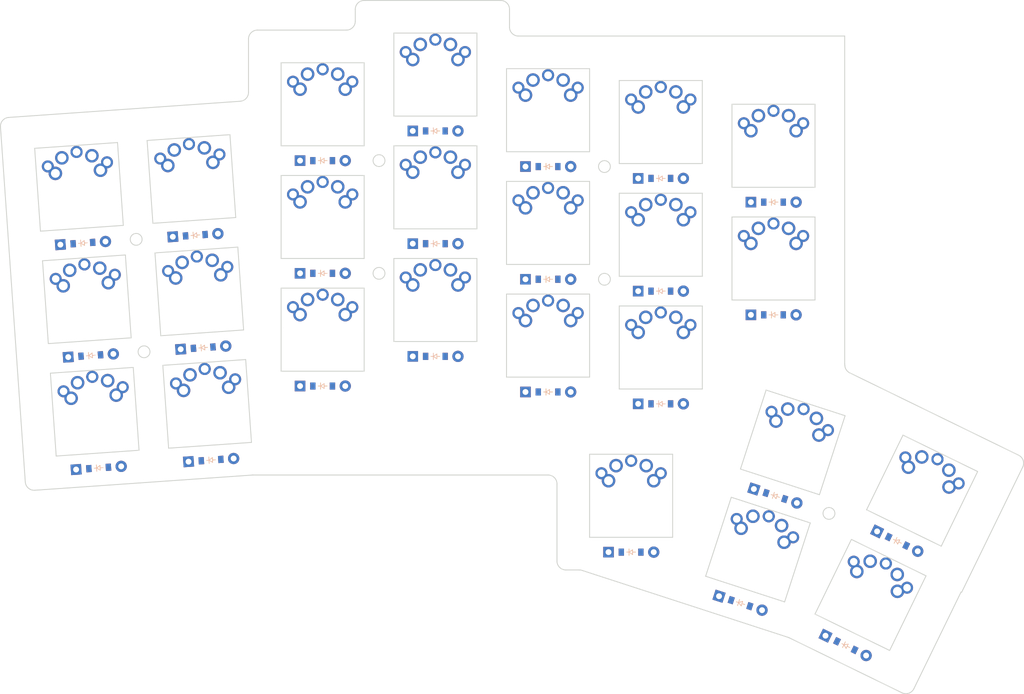
<source format=kicad_pcb>

            
(kicad_pcb (version 20171130) (host pcbnew 5.1.6)

  (page A3)
  (title_block
    (title split_minimal_case_plate)
    (rev v1.0.0)
    (company Unknown)
  )

  (general
    (thickness 1.6)
  )

  (layers
    (0 F.Cu signal)
    (31 B.Cu signal)
    (32 B.Adhes user)
    (33 F.Adhes user)
    (34 B.Paste user)
    (35 F.Paste user)
    (36 B.SilkS user)
    (37 F.SilkS user)
    (38 B.Mask user)
    (39 F.Mask user)
    (40 Dwgs.User user)
    (41 Cmts.User user)
    (42 Eco1.User user)
    (43 Eco2.User user)
    (44 Edge.Cuts user)
    (45 Margin user)
    (46 B.CrtYd user)
    (47 F.CrtYd user)
    (48 B.Fab user)
    (49 F.Fab user)
  )

  (setup
    (last_trace_width 0.25)
    (trace_clearance 0.2)
    (zone_clearance 0.508)
    (zone_45_only no)
    (trace_min 0.2)
    (via_size 0.8)
    (via_drill 0.4)
    (via_min_size 0.4)
    (via_min_drill 0.3)
    (uvia_size 0.3)
    (uvia_drill 0.1)
    (uvias_allowed no)
    (uvia_min_size 0.2)
    (uvia_min_drill 0.1)
    (edge_width 0.05)
    (segment_width 0.2)
    (pcb_text_width 0.3)
    (pcb_text_size 1.5 1.5)
    (mod_edge_width 0.12)
    (mod_text_size 1 1)
    (mod_text_width 0.15)
    (pad_size 1.524 1.524)
    (pad_drill 0.762)
    (pad_to_mask_clearance 0.05)
    (aux_axis_origin 0 0)
    (visible_elements FFFFFF7F)
    (pcbplotparams
      (layerselection 0x010fc_ffffffff)
      (usegerberextensions false)
      (usegerberattributes true)
      (usegerberadvancedattributes true)
      (creategerberjobfile true)
      (excludeedgelayer true)
      (linewidth 0.100000)
      (plotframeref false)
      (viasonmask false)
      (mode 1)
      (useauxorigin false)
      (hpglpennumber 1)
      (hpglpenspeed 20)
      (hpglpendiameter 15.000000)
      (psnegative false)
      (psa4output false)
      (plotreference true)
      (plotvalue true)
      (plotinvisibletext false)
      (padsonsilk false)
      (subtractmaskfromsilk false)
      (outputformat 1)
      (mirror false)
      (drillshape 1)
      (scaleselection 1)
      (outputdirectory ""))
  )

            (net 0 "")
(net 1 "outer_bottom")
(net 2 "P1")
(net 3 "P9")
(net 4 "outer_home")
(net 5 "P8")
(net 6 "outer_top")
(net 7 "P7")
(net 8 "pinky_bottom")
(net 9 "P0")
(net 10 "pinky_home")
(net 11 "pinky_top")
(net 12 "ring_bottom")
(net 13 "P2")
(net 14 "ring_home")
(net 15 "ring_top")
(net 16 "middle_bottom")
(net 17 "P3")
(net 18 "middle_home")
(net 19 "middle_top")
(net 20 "index_bottom")
(net 21 "P4")
(net 22 "index_home")
(net 23 "index_top")
(net 24 "inner_bottom")
(net 25 "P5")
(net 26 "inner_home")
(net 27 "inner_top")
(net 28 "macro_home")
(net 29 "P6")
(net 30 "macro_top")
(net 31 "inner_upper")
(net 32 "P10")
(net 33 "home_upper")
(net 34 "outer_upper")
(net 35 "home_lower")
(net 36 "outer_lower")
            
  (net_class Default "This is the default net class."
    (clearance 0.2)
    (trace_width 0.25)
    (via_dia 0.8)
    (via_drill 0.4)
    (uvia_dia 0.3)
    (uvia_drill 0.1)
    (add_net "")
(add_net "outer_bottom")
(add_net "P1")
(add_net "P9")
(add_net "outer_home")
(add_net "P8")
(add_net "outer_top")
(add_net "P7")
(add_net "pinky_bottom")
(add_net "P0")
(add_net "pinky_home")
(add_net "pinky_top")
(add_net "ring_bottom")
(add_net "P2")
(add_net "ring_home")
(add_net "ring_top")
(add_net "middle_bottom")
(add_net "P3")
(add_net "middle_home")
(add_net "middle_top")
(add_net "index_bottom")
(add_net "P4")
(add_net "index_home")
(add_net "index_top")
(add_net "inner_bottom")
(add_net "P5")
(add_net "inner_home")
(add_net "inner_top")
(add_net "macro_home")
(add_net "P6")
(add_net "macro_top")
(add_net "inner_upper")
(add_net "P10")
(add_net "home_upper")
(add_net "outer_upper")
(add_net "home_lower")
(add_net "outer_lower")
  )

            
        
      (module MX (layer F.Cu) (tedit 5DD4F656)
      (at 0 0 4)

      
      (fp_text reference "S1" (at 0 0) (layer F.SilkS) hide (effects (font (size 1.27 1.27) (thickness 0.15))))
      (fp_text value "" (at 0 0) (layer F.SilkS) hide (effects (font (size 1.27 1.27) (thickness 0.15))))

      
      (fp_line (start -7 -6) (end -7 -7) (layer Dwgs.User) (width 0.15))
      (fp_line (start -7 7) (end -6 7) (layer Dwgs.User) (width 0.15))
      (fp_line (start -6 -7) (end -7 -7) (layer Dwgs.User) (width 0.15))
      (fp_line (start -7 7) (end -7 6) (layer Dwgs.User) (width 0.15))
      (fp_line (start 7 6) (end 7 7) (layer Dwgs.User) (width 0.15))
      (fp_line (start 7 -7) (end 6 -7) (layer Dwgs.User) (width 0.15))
      (fp_line (start 6 7) (end 7 7) (layer Dwgs.User) (width 0.15))
      (fp_line (start 7 -7) (end 7 -6) (layer Dwgs.User) (width 0.15))
    
      
      (pad "" np_thru_hole circle (at 0 0) (size 3.9878 3.9878) (drill 3.9878) (layers *.Cu *.Mask))

      
      (pad "" np_thru_hole circle (at 5.08 0) (size 1.7018 1.7018) (drill 1.7018) (layers *.Cu *.Mask))
      (pad "" np_thru_hole circle (at -5.08 0) (size 1.7018 1.7018) (drill 1.7018) (layers *.Cu *.Mask))
      
        
        
            
            (pad 1 thru_hole circle (at 2.54 -5.08) (size 2.286 2.286) (drill 1.4986) (layers *.Cu *.Mask) (net 1 "outer_bottom"))
            (pad 2 thru_hole circle (at -3.81 -2.54) (size 2.286 2.286) (drill 1.4986) (layers *.Cu *.Mask) (net 2 "P1"))
          
        
            
            (pad 1 thru_hole circle (at -2.54 -5.08) (size 2.286 2.286) (drill 1.4986) (layers *.Cu *.Mask) (net 1 "outer_bottom"))
            (pad 2 thru_hole circle (at 3.81 -2.54) (size 2.286 2.286) (drill 1.4986) (layers *.Cu *.Mask) (net 2 "P1"))
          )
        

        
      (module PG1350 (layer F.Cu) (tedit 5DD50112)
      (at 0 0 4)

      
      (fp_text reference "S2" (at 0 0) (layer F.SilkS) hide (effects (font (size 1.27 1.27) (thickness 0.15))))
      (fp_text value "" (at 0 0) (layer F.SilkS) hide (effects (font (size 1.27 1.27) (thickness 0.15))))

      
      (fp_line (start -7 -6) (end -7 -7) (layer Dwgs.User) (width 0.15))
      (fp_line (start -7 7) (end -6 7) (layer Dwgs.User) (width 0.15))
      (fp_line (start -6 -7) (end -7 -7) (layer Dwgs.User) (width 0.15))
      (fp_line (start -7 7) (end -7 6) (layer Dwgs.User) (width 0.15))
      (fp_line (start 7 6) (end 7 7) (layer Dwgs.User) (width 0.15))
      (fp_line (start 7 -7) (end 6 -7) (layer Dwgs.User) (width 0.15))
      (fp_line (start 6 7) (end 7 7) (layer Dwgs.User) (width 0.15))
      (fp_line (start 7 -7) (end 7 -6) (layer Dwgs.User) (width 0.15))      
      
      
      (pad "" np_thru_hole circle (at 0 0) (size 3.429 3.429) (drill 3.429) (layers *.Cu *.Mask))
        
      
      (pad "" np_thru_hole circle (at 5.5 0) (size 1.7018 1.7018) (drill 1.7018) (layers *.Cu *.Mask))
      (pad "" np_thru_hole circle (at -5.5 0) (size 1.7018 1.7018) (drill 1.7018) (layers *.Cu *.Mask))
      
        
        
            
            (pad 1 thru_hole circle (at 5 -3.8) (size 2.032 2.032) (drill 1.27) (layers *.Cu *.Mask) (net 1 "outer_bottom"))
            (pad 2 thru_hole circle (at 0 -5.9) (size 2.032 2.032) (drill 1.27) (layers *.Cu *.Mask) (net 2 "P1"))
          
        
            
            (pad 1 thru_hole circle (at -5 -3.8) (size 2.032 2.032) (drill 1.27) (layers *.Cu *.Mask) (net 1 "outer_bottom"))
            (pad 2 thru_hole circle (at -0 -5.9) (size 2.032 2.032) (drill 1.27) (layers *.Cu *.Mask) (net 2 "P1"))
          )
        

  
    (module ComboDiode (layer F.Cu) (tedit 5B24D78E)


        (at 0.6626865 9.4768585 4)

        
        (fp_text reference "D1" (at 0 0) (layer F.SilkS) hide (effects (font (size 1.27 1.27) (thickness 0.15))))
        (fp_text value "" (at 0 0) (layer F.SilkS) hide (effects (font (size 1.27 1.27) (thickness 0.15))))
        
        
        (fp_line (start 0.25 0) (end 0.75 0) (layer F.SilkS) (width 0.1))
        (fp_line (start 0.25 0.4) (end -0.35 0) (layer F.SilkS) (width 0.1))
        (fp_line (start 0.25 -0.4) (end 0.25 0.4) (layer F.SilkS) (width 0.1))
        (fp_line (start -0.35 0) (end 0.25 -0.4) (layer F.SilkS) (width 0.1))
        (fp_line (start -0.35 0) (end -0.35 0.55) (layer F.SilkS) (width 0.1))
        (fp_line (start -0.35 0) (end -0.35 -0.55) (layer F.SilkS) (width 0.1))
        (fp_line (start -0.75 0) (end -0.35 0) (layer F.SilkS) (width 0.1))
        (fp_line (start 0.25 0) (end 0.75 0) (layer B.SilkS) (width 0.1))
        (fp_line (start 0.25 0.4) (end -0.35 0) (layer B.SilkS) (width 0.1))
        (fp_line (start 0.25 -0.4) (end 0.25 0.4) (layer B.SilkS) (width 0.1))
        (fp_line (start -0.35 0) (end 0.25 -0.4) (layer B.SilkS) (width 0.1))
        (fp_line (start -0.35 0) (end -0.35 0.55) (layer B.SilkS) (width 0.1))
        (fp_line (start -0.35 0) (end -0.35 -0.55) (layer B.SilkS) (width 0.1))
        (fp_line (start -0.75 0) (end -0.35 0) (layer B.SilkS) (width 0.1))
    
        
        (pad 1 smd rect (at -1.65 0 4) (size 0.9 1.2) (layers F.Cu F.Paste F.Mask) (net 3 "P9"))
        (pad 2 smd rect (at 1.65 0 4) (size 0.9 1.2) (layers B.Cu B.Paste B.Mask) (net 1 "outer_bottom"))
        (pad 1 smd rect (at -1.65 0 4) (size 0.9 1.2) (layers B.Cu B.Paste B.Mask) (net 3 "P9"))
        (pad 2 smd rect (at 1.65 0 4) (size 0.9 1.2) (layers F.Cu F.Paste F.Mask) (net 1 "outer_bottom"))
        
        
        (pad 1 thru_hole circle (at 3.81 0 4) (size 1.905 1.905) (drill 0.9906) (layers *.Cu *.Mask) (net 1 "outer_bottom"))
        (pad 2 thru_hole rect (at -3.81 0 4) (size 1.778 1.778) (drill 0.9906) (layers *.Cu *.Mask) (net 3 "P9"))
    )
  
    

        
      (module MX (layer F.Cu) (tedit 5DD4F656)
      (at -1.325373 -18.953717 4)

      
      (fp_text reference "S3" (at 0 0) (layer F.SilkS) hide (effects (font (size 1.27 1.27) (thickness 0.15))))
      (fp_text value "" (at 0 0) (layer F.SilkS) hide (effects (font (size 1.27 1.27) (thickness 0.15))))

      
      (fp_line (start -7 -6) (end -7 -7) (layer Dwgs.User) (width 0.15))
      (fp_line (start -7 7) (end -6 7) (layer Dwgs.User) (width 0.15))
      (fp_line (start -6 -7) (end -7 -7) (layer Dwgs.User) (width 0.15))
      (fp_line (start -7 7) (end -7 6) (layer Dwgs.User) (width 0.15))
      (fp_line (start 7 6) (end 7 7) (layer Dwgs.User) (width 0.15))
      (fp_line (start 7 -7) (end 6 -7) (layer Dwgs.User) (width 0.15))
      (fp_line (start 6 7) (end 7 7) (layer Dwgs.User) (width 0.15))
      (fp_line (start 7 -7) (end 7 -6) (layer Dwgs.User) (width 0.15))
    
      
      (pad "" np_thru_hole circle (at 0 0) (size 3.9878 3.9878) (drill 3.9878) (layers *.Cu *.Mask))

      
      (pad "" np_thru_hole circle (at 5.08 0) (size 1.7018 1.7018) (drill 1.7018) (layers *.Cu *.Mask))
      (pad "" np_thru_hole circle (at -5.08 0) (size 1.7018 1.7018) (drill 1.7018) (layers *.Cu *.Mask))
      
        
        
            
            (pad 1 thru_hole circle (at 2.54 -5.08) (size 2.286 2.286) (drill 1.4986) (layers *.Cu *.Mask) (net 4 "outer_home"))
            (pad 2 thru_hole circle (at -3.81 -2.54) (size 2.286 2.286) (drill 1.4986) (layers *.Cu *.Mask) (net 2 "P1"))
          
        
            
            (pad 1 thru_hole circle (at -2.54 -5.08) (size 2.286 2.286) (drill 1.4986) (layers *.Cu *.Mask) (net 4 "outer_home"))
            (pad 2 thru_hole circle (at 3.81 -2.54) (size 2.286 2.286) (drill 1.4986) (layers *.Cu *.Mask) (net 2 "P1"))
          )
        

        
      (module PG1350 (layer F.Cu) (tedit 5DD50112)
      (at -1.325373 -18.953717 4)

      
      (fp_text reference "S4" (at 0 0) (layer F.SilkS) hide (effects (font (size 1.27 1.27) (thickness 0.15))))
      (fp_text value "" (at 0 0) (layer F.SilkS) hide (effects (font (size 1.27 1.27) (thickness 0.15))))

      
      (fp_line (start -7 -6) (end -7 -7) (layer Dwgs.User) (width 0.15))
      (fp_line (start -7 7) (end -6 7) (layer Dwgs.User) (width 0.15))
      (fp_line (start -6 -7) (end -7 -7) (layer Dwgs.User) (width 0.15))
      (fp_line (start -7 7) (end -7 6) (layer Dwgs.User) (width 0.15))
      (fp_line (start 7 6) (end 7 7) (layer Dwgs.User) (width 0.15))
      (fp_line (start 7 -7) (end 6 -7) (layer Dwgs.User) (width 0.15))
      (fp_line (start 6 7) (end 7 7) (layer Dwgs.User) (width 0.15))
      (fp_line (start 7 -7) (end 7 -6) (layer Dwgs.User) (width 0.15))      
      
      
      (pad "" np_thru_hole circle (at 0 0) (size 3.429 3.429) (drill 3.429) (layers *.Cu *.Mask))
        
      
      (pad "" np_thru_hole circle (at 5.5 0) (size 1.7018 1.7018) (drill 1.7018) (layers *.Cu *.Mask))
      (pad "" np_thru_hole circle (at -5.5 0) (size 1.7018 1.7018) (drill 1.7018) (layers *.Cu *.Mask))
      
        
        
            
            (pad 1 thru_hole circle (at 5 -3.8) (size 2.032 2.032) (drill 1.27) (layers *.Cu *.Mask) (net 4 "outer_home"))
            (pad 2 thru_hole circle (at 0 -5.9) (size 2.032 2.032) (drill 1.27) (layers *.Cu *.Mask) (net 2 "P1"))
          
        
            
            (pad 1 thru_hole circle (at -5 -3.8) (size 2.032 2.032) (drill 1.27) (layers *.Cu *.Mask) (net 4 "outer_home"))
            (pad 2 thru_hole circle (at -0 -5.9) (size 2.032 2.032) (drill 1.27) (layers *.Cu *.Mask) (net 2 "P1"))
          )
        

  
    (module ComboDiode (layer F.Cu) (tedit 5B24D78E)


        (at -0.6626865 -9.4768585 4)

        
        (fp_text reference "D2" (at 0 0) (layer F.SilkS) hide (effects (font (size 1.27 1.27) (thickness 0.15))))
        (fp_text value "" (at 0 0) (layer F.SilkS) hide (effects (font (size 1.27 1.27) (thickness 0.15))))
        
        
        (fp_line (start 0.25 0) (end 0.75 0) (layer F.SilkS) (width 0.1))
        (fp_line (start 0.25 0.4) (end -0.35 0) (layer F.SilkS) (width 0.1))
        (fp_line (start 0.25 -0.4) (end 0.25 0.4) (layer F.SilkS) (width 0.1))
        (fp_line (start -0.35 0) (end 0.25 -0.4) (layer F.SilkS) (width 0.1))
        (fp_line (start -0.35 0) (end -0.35 0.55) (layer F.SilkS) (width 0.1))
        (fp_line (start -0.35 0) (end -0.35 -0.55) (layer F.SilkS) (width 0.1))
        (fp_line (start -0.75 0) (end -0.35 0) (layer F.SilkS) (width 0.1))
        (fp_line (start 0.25 0) (end 0.75 0) (layer B.SilkS) (width 0.1))
        (fp_line (start 0.25 0.4) (end -0.35 0) (layer B.SilkS) (width 0.1))
        (fp_line (start 0.25 -0.4) (end 0.25 0.4) (layer B.SilkS) (width 0.1))
        (fp_line (start -0.35 0) (end 0.25 -0.4) (layer B.SilkS) (width 0.1))
        (fp_line (start -0.35 0) (end -0.35 0.55) (layer B.SilkS) (width 0.1))
        (fp_line (start -0.35 0) (end -0.35 -0.55) (layer B.SilkS) (width 0.1))
        (fp_line (start -0.75 0) (end -0.35 0) (layer B.SilkS) (width 0.1))
    
        
        (pad 1 smd rect (at -1.65 0 4) (size 0.9 1.2) (layers F.Cu F.Paste F.Mask) (net 5 "P8"))
        (pad 2 smd rect (at 1.65 0 4) (size 0.9 1.2) (layers B.Cu B.Paste B.Mask) (net 4 "outer_home"))
        (pad 1 smd rect (at -1.65 0 4) (size 0.9 1.2) (layers B.Cu B.Paste B.Mask) (net 5 "P8"))
        (pad 2 smd rect (at 1.65 0 4) (size 0.9 1.2) (layers F.Cu F.Paste F.Mask) (net 4 "outer_home"))
        
        
        (pad 1 thru_hole circle (at 3.81 0 4) (size 1.905 1.905) (drill 0.9906) (layers *.Cu *.Mask) (net 4 "outer_home"))
        (pad 2 thru_hole rect (at -3.81 0 4) (size 1.778 1.778) (drill 0.9906) (layers *.Cu *.Mask) (net 5 "P8"))
    )
  
    

        
      (module MX (layer F.Cu) (tedit 5DD4F656)
      (at -2.650746 -37.9074339 4)

      
      (fp_text reference "S5" (at 0 0) (layer F.SilkS) hide (effects (font (size 1.27 1.27) (thickness 0.15))))
      (fp_text value "" (at 0 0) (layer F.SilkS) hide (effects (font (size 1.27 1.27) (thickness 0.15))))

      
      (fp_line (start -7 -6) (end -7 -7) (layer Dwgs.User) (width 0.15))
      (fp_line (start -7 7) (end -6 7) (layer Dwgs.User) (width 0.15))
      (fp_line (start -6 -7) (end -7 -7) (layer Dwgs.User) (width 0.15))
      (fp_line (start -7 7) (end -7 6) (layer Dwgs.User) (width 0.15))
      (fp_line (start 7 6) (end 7 7) (layer Dwgs.User) (width 0.15))
      (fp_line (start 7 -7) (end 6 -7) (layer Dwgs.User) (width 0.15))
      (fp_line (start 6 7) (end 7 7) (layer Dwgs.User) (width 0.15))
      (fp_line (start 7 -7) (end 7 -6) (layer Dwgs.User) (width 0.15))
    
      
      (pad "" np_thru_hole circle (at 0 0) (size 3.9878 3.9878) (drill 3.9878) (layers *.Cu *.Mask))

      
      (pad "" np_thru_hole circle (at 5.08 0) (size 1.7018 1.7018) (drill 1.7018) (layers *.Cu *.Mask))
      (pad "" np_thru_hole circle (at -5.08 0) (size 1.7018 1.7018) (drill 1.7018) (layers *.Cu *.Mask))
      
        
        
            
            (pad 1 thru_hole circle (at 2.54 -5.08) (size 2.286 2.286) (drill 1.4986) (layers *.Cu *.Mask) (net 6 "outer_top"))
            (pad 2 thru_hole circle (at -3.81 -2.54) (size 2.286 2.286) (drill 1.4986) (layers *.Cu *.Mask) (net 2 "P1"))
          
        
            
            (pad 1 thru_hole circle (at -2.54 -5.08) (size 2.286 2.286) (drill 1.4986) (layers *.Cu *.Mask) (net 6 "outer_top"))
            (pad 2 thru_hole circle (at 3.81 -2.54) (size 2.286 2.286) (drill 1.4986) (layers *.Cu *.Mask) (net 2 "P1"))
          )
        

        
      (module PG1350 (layer F.Cu) (tedit 5DD50112)
      (at -2.650746 -37.9074339 4)

      
      (fp_text reference "S6" (at 0 0) (layer F.SilkS) hide (effects (font (size 1.27 1.27) (thickness 0.15))))
      (fp_text value "" (at 0 0) (layer F.SilkS) hide (effects (font (size 1.27 1.27) (thickness 0.15))))

      
      (fp_line (start -7 -6) (end -7 -7) (layer Dwgs.User) (width 0.15))
      (fp_line (start -7 7) (end -6 7) (layer Dwgs.User) (width 0.15))
      (fp_line (start -6 -7) (end -7 -7) (layer Dwgs.User) (width 0.15))
      (fp_line (start -7 7) (end -7 6) (layer Dwgs.User) (width 0.15))
      (fp_line (start 7 6) (end 7 7) (layer Dwgs.User) (width 0.15))
      (fp_line (start 7 -7) (end 6 -7) (layer Dwgs.User) (width 0.15))
      (fp_line (start 6 7) (end 7 7) (layer Dwgs.User) (width 0.15))
      (fp_line (start 7 -7) (end 7 -6) (layer Dwgs.User) (width 0.15))      
      
      
      (pad "" np_thru_hole circle (at 0 0) (size 3.429 3.429) (drill 3.429) (layers *.Cu *.Mask))
        
      
      (pad "" np_thru_hole circle (at 5.5 0) (size 1.7018 1.7018) (drill 1.7018) (layers *.Cu *.Mask))
      (pad "" np_thru_hole circle (at -5.5 0) (size 1.7018 1.7018) (drill 1.7018) (layers *.Cu *.Mask))
      
        
        
            
            (pad 1 thru_hole circle (at 5 -3.8) (size 2.032 2.032) (drill 1.27) (layers *.Cu *.Mask) (net 6 "outer_top"))
            (pad 2 thru_hole circle (at 0 -5.9) (size 2.032 2.032) (drill 1.27) (layers *.Cu *.Mask) (net 2 "P1"))
          
        
            
            (pad 1 thru_hole circle (at -5 -3.8) (size 2.032 2.032) (drill 1.27) (layers *.Cu *.Mask) (net 6 "outer_top"))
            (pad 2 thru_hole circle (at -0 -5.9) (size 2.032 2.032) (drill 1.27) (layers *.Cu *.Mask) (net 2 "P1"))
          )
        

  
    (module ComboDiode (layer F.Cu) (tedit 5B24D78E)


        (at -1.9880594999999999 -28.430575400000002 4)

        
        (fp_text reference "D3" (at 0 0) (layer F.SilkS) hide (effects (font (size 1.27 1.27) (thickness 0.15))))
        (fp_text value "" (at 0 0) (layer F.SilkS) hide (effects (font (size 1.27 1.27) (thickness 0.15))))
        
        
        (fp_line (start 0.25 0) (end 0.75 0) (layer F.SilkS) (width 0.1))
        (fp_line (start 0.25 0.4) (end -0.35 0) (layer F.SilkS) (width 0.1))
        (fp_line (start 0.25 -0.4) (end 0.25 0.4) (layer F.SilkS) (width 0.1))
        (fp_line (start -0.35 0) (end 0.25 -0.4) (layer F.SilkS) (width 0.1))
        (fp_line (start -0.35 0) (end -0.35 0.55) (layer F.SilkS) (width 0.1))
        (fp_line (start -0.35 0) (end -0.35 -0.55) (layer F.SilkS) (width 0.1))
        (fp_line (start -0.75 0) (end -0.35 0) (layer F.SilkS) (width 0.1))
        (fp_line (start 0.25 0) (end 0.75 0) (layer B.SilkS) (width 0.1))
        (fp_line (start 0.25 0.4) (end -0.35 0) (layer B.SilkS) (width 0.1))
        (fp_line (start 0.25 -0.4) (end 0.25 0.4) (layer B.SilkS) (width 0.1))
        (fp_line (start -0.35 0) (end 0.25 -0.4) (layer B.SilkS) (width 0.1))
        (fp_line (start -0.35 0) (end -0.35 0.55) (layer B.SilkS) (width 0.1))
        (fp_line (start -0.35 0) (end -0.35 -0.55) (layer B.SilkS) (width 0.1))
        (fp_line (start -0.75 0) (end -0.35 0) (layer B.SilkS) (width 0.1))
    
        
        (pad 1 smd rect (at -1.65 0 4) (size 0.9 1.2) (layers F.Cu F.Paste F.Mask) (net 7 "P7"))
        (pad 2 smd rect (at 1.65 0 4) (size 0.9 1.2) (layers B.Cu B.Paste B.Mask) (net 6 "outer_top"))
        (pad 1 smd rect (at -1.65 0 4) (size 0.9 1.2) (layers B.Cu B.Paste B.Mask) (net 7 "P7"))
        (pad 2 smd rect (at 1.65 0 4) (size 0.9 1.2) (layers F.Cu F.Paste F.Mask) (net 6 "outer_top"))
        
        
        (pad 1 thru_hole circle (at 3.81 0 4) (size 1.905 1.905) (drill 0.9906) (layers *.Cu *.Mask) (net 6 "outer_top"))
        (pad 2 thru_hole rect (at -3.81 0 4) (size 1.778 1.778) (drill 0.9906) (layers *.Cu *.Mask) (net 7 "P7"))
    )
  
    

        
      (module MX (layer F.Cu) (tedit 5DD4F656)
      (at 18.953717 -1.325373 4)

      
      (fp_text reference "S7" (at 0 0) (layer F.SilkS) hide (effects (font (size 1.27 1.27) (thickness 0.15))))
      (fp_text value "" (at 0 0) (layer F.SilkS) hide (effects (font (size 1.27 1.27) (thickness 0.15))))

      
      (fp_line (start -7 -6) (end -7 -7) (layer Dwgs.User) (width 0.15))
      (fp_line (start -7 7) (end -6 7) (layer Dwgs.User) (width 0.15))
      (fp_line (start -6 -7) (end -7 -7) (layer Dwgs.User) (width 0.15))
      (fp_line (start -7 7) (end -7 6) (layer Dwgs.User) (width 0.15))
      (fp_line (start 7 6) (end 7 7) (layer Dwgs.User) (width 0.15))
      (fp_line (start 7 -7) (end 6 -7) (layer Dwgs.User) (width 0.15))
      (fp_line (start 6 7) (end 7 7) (layer Dwgs.User) (width 0.15))
      (fp_line (start 7 -7) (end 7 -6) (layer Dwgs.User) (width 0.15))
    
      
      (pad "" np_thru_hole circle (at 0 0) (size 3.9878 3.9878) (drill 3.9878) (layers *.Cu *.Mask))

      
      (pad "" np_thru_hole circle (at 5.08 0) (size 1.7018 1.7018) (drill 1.7018) (layers *.Cu *.Mask))
      (pad "" np_thru_hole circle (at -5.08 0) (size 1.7018 1.7018) (drill 1.7018) (layers *.Cu *.Mask))
      
        
        
            
            (pad 1 thru_hole circle (at 2.54 -5.08) (size 2.286 2.286) (drill 1.4986) (layers *.Cu *.Mask) (net 8 "pinky_bottom"))
            (pad 2 thru_hole circle (at -3.81 -2.54) (size 2.286 2.286) (drill 1.4986) (layers *.Cu *.Mask) (net 9 "P0"))
          
        
            
            (pad 1 thru_hole circle (at -2.54 -5.08) (size 2.286 2.286) (drill 1.4986) (layers *.Cu *.Mask) (net 8 "pinky_bottom"))
            (pad 2 thru_hole circle (at 3.81 -2.54) (size 2.286 2.286) (drill 1.4986) (layers *.Cu *.Mask) (net 9 "P0"))
          )
        

        
      (module PG1350 (layer F.Cu) (tedit 5DD50112)
      (at 18.953717 -1.325373 4)

      
      (fp_text reference "S8" (at 0 0) (layer F.SilkS) hide (effects (font (size 1.27 1.27) (thickness 0.15))))
      (fp_text value "" (at 0 0) (layer F.SilkS) hide (effects (font (size 1.27 1.27) (thickness 0.15))))

      
      (fp_line (start -7 -6) (end -7 -7) (layer Dwgs.User) (width 0.15))
      (fp_line (start -7 7) (end -6 7) (layer Dwgs.User) (width 0.15))
      (fp_line (start -6 -7) (end -7 -7) (layer Dwgs.User) (width 0.15))
      (fp_line (start -7 7) (end -7 6) (layer Dwgs.User) (width 0.15))
      (fp_line (start 7 6) (end 7 7) (layer Dwgs.User) (width 0.15))
      (fp_line (start 7 -7) (end 6 -7) (layer Dwgs.User) (width 0.15))
      (fp_line (start 6 7) (end 7 7) (layer Dwgs.User) (width 0.15))
      (fp_line (start 7 -7) (end 7 -6) (layer Dwgs.User) (width 0.15))      
      
      
      (pad "" np_thru_hole circle (at 0 0) (size 3.429 3.429) (drill 3.429) (layers *.Cu *.Mask))
        
      
      (pad "" np_thru_hole circle (at 5.5 0) (size 1.7018 1.7018) (drill 1.7018) (layers *.Cu *.Mask))
      (pad "" np_thru_hole circle (at -5.5 0) (size 1.7018 1.7018) (drill 1.7018) (layers *.Cu *.Mask))
      
        
        
            
            (pad 1 thru_hole circle (at 5 -3.8) (size 2.032 2.032) (drill 1.27) (layers *.Cu *.Mask) (net 8 "pinky_bottom"))
            (pad 2 thru_hole circle (at 0 -5.9) (size 2.032 2.032) (drill 1.27) (layers *.Cu *.Mask) (net 9 "P0"))
          
        
            
            (pad 1 thru_hole circle (at -5 -3.8) (size 2.032 2.032) (drill 1.27) (layers *.Cu *.Mask) (net 8 "pinky_bottom"))
            (pad 2 thru_hole circle (at -0 -5.9) (size 2.032 2.032) (drill 1.27) (layers *.Cu *.Mask) (net 9 "P0"))
          )
        

  
    (module ComboDiode (layer F.Cu) (tedit 5B24D78E)


        (at 19.6164035 8.1514855 4)

        
        (fp_text reference "D4" (at 0 0) (layer F.SilkS) hide (effects (font (size 1.27 1.27) (thickness 0.15))))
        (fp_text value "" (at 0 0) (layer F.SilkS) hide (effects (font (size 1.27 1.27) (thickness 0.15))))
        
        
        (fp_line (start 0.25 0) (end 0.75 0) (layer F.SilkS) (width 0.1))
        (fp_line (start 0.25 0.4) (end -0.35 0) (layer F.SilkS) (width 0.1))
        (fp_line (start 0.25 -0.4) (end 0.25 0.4) (layer F.SilkS) (width 0.1))
        (fp_line (start -0.35 0) (end 0.25 -0.4) (layer F.SilkS) (width 0.1))
        (fp_line (start -0.35 0) (end -0.35 0.55) (layer F.SilkS) (width 0.1))
        (fp_line (start -0.35 0) (end -0.35 -0.55) (layer F.SilkS) (width 0.1))
        (fp_line (start -0.75 0) (end -0.35 0) (layer F.SilkS) (width 0.1))
        (fp_line (start 0.25 0) (end 0.75 0) (layer B.SilkS) (width 0.1))
        (fp_line (start 0.25 0.4) (end -0.35 0) (layer B.SilkS) (width 0.1))
        (fp_line (start 0.25 -0.4) (end 0.25 0.4) (layer B.SilkS) (width 0.1))
        (fp_line (start -0.35 0) (end 0.25 -0.4) (layer B.SilkS) (width 0.1))
        (fp_line (start -0.35 0) (end -0.35 0.55) (layer B.SilkS) (width 0.1))
        (fp_line (start -0.35 0) (end -0.35 -0.55) (layer B.SilkS) (width 0.1))
        (fp_line (start -0.75 0) (end -0.35 0) (layer B.SilkS) (width 0.1))
    
        
        (pad 1 smd rect (at -1.65 0 4) (size 0.9 1.2) (layers F.Cu F.Paste F.Mask) (net 3 "P9"))
        (pad 2 smd rect (at 1.65 0 4) (size 0.9 1.2) (layers B.Cu B.Paste B.Mask) (net 8 "pinky_bottom"))
        (pad 1 smd rect (at -1.65 0 4) (size 0.9 1.2) (layers B.Cu B.Paste B.Mask) (net 3 "P9"))
        (pad 2 smd rect (at 1.65 0 4) (size 0.9 1.2) (layers F.Cu F.Paste F.Mask) (net 8 "pinky_bottom"))
        
        
        (pad 1 thru_hole circle (at 3.81 0 4) (size 1.905 1.905) (drill 0.9906) (layers *.Cu *.Mask) (net 8 "pinky_bottom"))
        (pad 2 thru_hole rect (at -3.81 0 4) (size 1.778 1.778) (drill 0.9906) (layers *.Cu *.Mask) (net 3 "P9"))
    )
  
    

        
      (module MX (layer F.Cu) (tedit 5DD4F656)
      (at 17.628344 -20.27909 4)

      
      (fp_text reference "S9" (at 0 0) (layer F.SilkS) hide (effects (font (size 1.27 1.27) (thickness 0.15))))
      (fp_text value "" (at 0 0) (layer F.SilkS) hide (effects (font (size 1.27 1.27) (thickness 0.15))))

      
      (fp_line (start -7 -6) (end -7 -7) (layer Dwgs.User) (width 0.15))
      (fp_line (start -7 7) (end -6 7) (layer Dwgs.User) (width 0.15))
      (fp_line (start -6 -7) (end -7 -7) (layer Dwgs.User) (width 0.15))
      (fp_line (start -7 7) (end -7 6) (layer Dwgs.User) (width 0.15))
      (fp_line (start 7 6) (end 7 7) (layer Dwgs.User) (width 0.15))
      (fp_line (start 7 -7) (end 6 -7) (layer Dwgs.User) (width 0.15))
      (fp_line (start 6 7) (end 7 7) (layer Dwgs.User) (width 0.15))
      (fp_line (start 7 -7) (end 7 -6) (layer Dwgs.User) (width 0.15))
    
      
      (pad "" np_thru_hole circle (at 0 0) (size 3.9878 3.9878) (drill 3.9878) (layers *.Cu *.Mask))

      
      (pad "" np_thru_hole circle (at 5.08 0) (size 1.7018 1.7018) (drill 1.7018) (layers *.Cu *.Mask))
      (pad "" np_thru_hole circle (at -5.08 0) (size 1.7018 1.7018) (drill 1.7018) (layers *.Cu *.Mask))
      
        
        
            
            (pad 1 thru_hole circle (at 2.54 -5.08) (size 2.286 2.286) (drill 1.4986) (layers *.Cu *.Mask) (net 10 "pinky_home"))
            (pad 2 thru_hole circle (at -3.81 -2.54) (size 2.286 2.286) (drill 1.4986) (layers *.Cu *.Mask) (net 9 "P0"))
          
        
            
            (pad 1 thru_hole circle (at -2.54 -5.08) (size 2.286 2.286) (drill 1.4986) (layers *.Cu *.Mask) (net 10 "pinky_home"))
            (pad 2 thru_hole circle (at 3.81 -2.54) (size 2.286 2.286) (drill 1.4986) (layers *.Cu *.Mask) (net 9 "P0"))
          )
        

        
      (module PG1350 (layer F.Cu) (tedit 5DD50112)
      (at 17.628344 -20.27909 4)

      
      (fp_text reference "S10" (at 0 0) (layer F.SilkS) hide (effects (font (size 1.27 1.27) (thickness 0.15))))
      (fp_text value "" (at 0 0) (layer F.SilkS) hide (effects (font (size 1.27 1.27) (thickness 0.15))))

      
      (fp_line (start -7 -6) (end -7 -7) (layer Dwgs.User) (width 0.15))
      (fp_line (start -7 7) (end -6 7) (layer Dwgs.User) (width 0.15))
      (fp_line (start -6 -7) (end -7 -7) (layer Dwgs.User) (width 0.15))
      (fp_line (start -7 7) (end -7 6) (layer Dwgs.User) (width 0.15))
      (fp_line (start 7 6) (end 7 7) (layer Dwgs.User) (width 0.15))
      (fp_line (start 7 -7) (end 6 -7) (layer Dwgs.User) (width 0.15))
      (fp_line (start 6 7) (end 7 7) (layer Dwgs.User) (width 0.15))
      (fp_line (start 7 -7) (end 7 -6) (layer Dwgs.User) (width 0.15))      
      
      
      (pad "" np_thru_hole circle (at 0 0) (size 3.429 3.429) (drill 3.429) (layers *.Cu *.Mask))
        
      
      (pad "" np_thru_hole circle (at 5.5 0) (size 1.7018 1.7018) (drill 1.7018) (layers *.Cu *.Mask))
      (pad "" np_thru_hole circle (at -5.5 0) (size 1.7018 1.7018) (drill 1.7018) (layers *.Cu *.Mask))
      
        
        
            
            (pad 1 thru_hole circle (at 5 -3.8) (size 2.032 2.032) (drill 1.27) (layers *.Cu *.Mask) (net 10 "pinky_home"))
            (pad 2 thru_hole circle (at 0 -5.9) (size 2.032 2.032) (drill 1.27) (layers *.Cu *.Mask) (net 9 "P0"))
          
        
            
            (pad 1 thru_hole circle (at -5 -3.8) (size 2.032 2.032) (drill 1.27) (layers *.Cu *.Mask) (net 10 "pinky_home"))
            (pad 2 thru_hole circle (at -0 -5.9) (size 2.032 2.032) (drill 1.27) (layers *.Cu *.Mask) (net 9 "P0"))
          )
        

  
    (module ComboDiode (layer F.Cu) (tedit 5B24D78E)


        (at 18.291030499999998 -10.8022315 4)

        
        (fp_text reference "D5" (at 0 0) (layer F.SilkS) hide (effects (font (size 1.27 1.27) (thickness 0.15))))
        (fp_text value "" (at 0 0) (layer F.SilkS) hide (effects (font (size 1.27 1.27) (thickness 0.15))))
        
        
        (fp_line (start 0.25 0) (end 0.75 0) (layer F.SilkS) (width 0.1))
        (fp_line (start 0.25 0.4) (end -0.35 0) (layer F.SilkS) (width 0.1))
        (fp_line (start 0.25 -0.4) (end 0.25 0.4) (layer F.SilkS) (width 0.1))
        (fp_line (start -0.35 0) (end 0.25 -0.4) (layer F.SilkS) (width 0.1))
        (fp_line (start -0.35 0) (end -0.35 0.55) (layer F.SilkS) (width 0.1))
        (fp_line (start -0.35 0) (end -0.35 -0.55) (layer F.SilkS) (width 0.1))
        (fp_line (start -0.75 0) (end -0.35 0) (layer F.SilkS) (width 0.1))
        (fp_line (start 0.25 0) (end 0.75 0) (layer B.SilkS) (width 0.1))
        (fp_line (start 0.25 0.4) (end -0.35 0) (layer B.SilkS) (width 0.1))
        (fp_line (start 0.25 -0.4) (end 0.25 0.4) (layer B.SilkS) (width 0.1))
        (fp_line (start -0.35 0) (end 0.25 -0.4) (layer B.SilkS) (width 0.1))
        (fp_line (start -0.35 0) (end -0.35 0.55) (layer B.SilkS) (width 0.1))
        (fp_line (start -0.35 0) (end -0.35 -0.55) (layer B.SilkS) (width 0.1))
        (fp_line (start -0.75 0) (end -0.35 0) (layer B.SilkS) (width 0.1))
    
        
        (pad 1 smd rect (at -1.65 0 4) (size 0.9 1.2) (layers F.Cu F.Paste F.Mask) (net 5 "P8"))
        (pad 2 smd rect (at 1.65 0 4) (size 0.9 1.2) (layers B.Cu B.Paste B.Mask) (net 10 "pinky_home"))
        (pad 1 smd rect (at -1.65 0 4) (size 0.9 1.2) (layers B.Cu B.Paste B.Mask) (net 5 "P8"))
        (pad 2 smd rect (at 1.65 0 4) (size 0.9 1.2) (layers F.Cu F.Paste F.Mask) (net 10 "pinky_home"))
        
        
        (pad 1 thru_hole circle (at 3.81 0 4) (size 1.905 1.905) (drill 0.9906) (layers *.Cu *.Mask) (net 10 "pinky_home"))
        (pad 2 thru_hole rect (at -3.81 0 4) (size 1.778 1.778) (drill 0.9906) (layers *.Cu *.Mask) (net 5 "P8"))
    )
  
    

        
      (module MX (layer F.Cu) (tedit 5DD4F656)
      (at 16.3029709 -39.2328069 4)

      
      (fp_text reference "S11" (at 0 0) (layer F.SilkS) hide (effects (font (size 1.27 1.27) (thickness 0.15))))
      (fp_text value "" (at 0 0) (layer F.SilkS) hide (effects (font (size 1.27 1.27) (thickness 0.15))))

      
      (fp_line (start -7 -6) (end -7 -7) (layer Dwgs.User) (width 0.15))
      (fp_line (start -7 7) (end -6 7) (layer Dwgs.User) (width 0.15))
      (fp_line (start -6 -7) (end -7 -7) (layer Dwgs.User) (width 0.15))
      (fp_line (start -7 7) (end -7 6) (layer Dwgs.User) (width 0.15))
      (fp_line (start 7 6) (end 7 7) (layer Dwgs.User) (width 0.15))
      (fp_line (start 7 -7) (end 6 -7) (layer Dwgs.User) (width 0.15))
      (fp_line (start 6 7) (end 7 7) (layer Dwgs.User) (width 0.15))
      (fp_line (start 7 -7) (end 7 -6) (layer Dwgs.User) (width 0.15))
    
      
      (pad "" np_thru_hole circle (at 0 0) (size 3.9878 3.9878) (drill 3.9878) (layers *.Cu *.Mask))

      
      (pad "" np_thru_hole circle (at 5.08 0) (size 1.7018 1.7018) (drill 1.7018) (layers *.Cu *.Mask))
      (pad "" np_thru_hole circle (at -5.08 0) (size 1.7018 1.7018) (drill 1.7018) (layers *.Cu *.Mask))
      
        
        
            
            (pad 1 thru_hole circle (at 2.54 -5.08) (size 2.286 2.286) (drill 1.4986) (layers *.Cu *.Mask) (net 11 "pinky_top"))
            (pad 2 thru_hole circle (at -3.81 -2.54) (size 2.286 2.286) (drill 1.4986) (layers *.Cu *.Mask) (net 9 "P0"))
          
        
            
            (pad 1 thru_hole circle (at -2.54 -5.08) (size 2.286 2.286) (drill 1.4986) (layers *.Cu *.Mask) (net 11 "pinky_top"))
            (pad 2 thru_hole circle (at 3.81 -2.54) (size 2.286 2.286) (drill 1.4986) (layers *.Cu *.Mask) (net 9 "P0"))
          )
        

        
      (module PG1350 (layer F.Cu) (tedit 5DD50112)
      (at 16.3029709 -39.2328069 4)

      
      (fp_text reference "S12" (at 0 0) (layer F.SilkS) hide (effects (font (size 1.27 1.27) (thickness 0.15))))
      (fp_text value "" (at 0 0) (layer F.SilkS) hide (effects (font (size 1.27 1.27) (thickness 0.15))))

      
      (fp_line (start -7 -6) (end -7 -7) (layer Dwgs.User) (width 0.15))
      (fp_line (start -7 7) (end -6 7) (layer Dwgs.User) (width 0.15))
      (fp_line (start -6 -7) (end -7 -7) (layer Dwgs.User) (width 0.15))
      (fp_line (start -7 7) (end -7 6) (layer Dwgs.User) (width 0.15))
      (fp_line (start 7 6) (end 7 7) (layer Dwgs.User) (width 0.15))
      (fp_line (start 7 -7) (end 6 -7) (layer Dwgs.User) (width 0.15))
      (fp_line (start 6 7) (end 7 7) (layer Dwgs.User) (width 0.15))
      (fp_line (start 7 -7) (end 7 -6) (layer Dwgs.User) (width 0.15))      
      
      
      (pad "" np_thru_hole circle (at 0 0) (size 3.429 3.429) (drill 3.429) (layers *.Cu *.Mask))
        
      
      (pad "" np_thru_hole circle (at 5.5 0) (size 1.7018 1.7018) (drill 1.7018) (layers *.Cu *.Mask))
      (pad "" np_thru_hole circle (at -5.5 0) (size 1.7018 1.7018) (drill 1.7018) (layers *.Cu *.Mask))
      
        
        
            
            (pad 1 thru_hole circle (at 5 -3.8) (size 2.032 2.032) (drill 1.27) (layers *.Cu *.Mask) (net 11 "pinky_top"))
            (pad 2 thru_hole circle (at 0 -5.9) (size 2.032 2.032) (drill 1.27) (layers *.Cu *.Mask) (net 9 "P0"))
          
        
            
            (pad 1 thru_hole circle (at -5 -3.8) (size 2.032 2.032) (drill 1.27) (layers *.Cu *.Mask) (net 11 "pinky_top"))
            (pad 2 thru_hole circle (at -0 -5.9) (size 2.032 2.032) (drill 1.27) (layers *.Cu *.Mask) (net 9 "P0"))
          )
        

  
    (module ComboDiode (layer F.Cu) (tedit 5B24D78E)


        (at 16.965657399999998 -29.7559484 4)

        
        (fp_text reference "D6" (at 0 0) (layer F.SilkS) hide (effects (font (size 1.27 1.27) (thickness 0.15))))
        (fp_text value "" (at 0 0) (layer F.SilkS) hide (effects (font (size 1.27 1.27) (thickness 0.15))))
        
        
        (fp_line (start 0.25 0) (end 0.75 0) (layer F.SilkS) (width 0.1))
        (fp_line (start 0.25 0.4) (end -0.35 0) (layer F.SilkS) (width 0.1))
        (fp_line (start 0.25 -0.4) (end 0.25 0.4) (layer F.SilkS) (width 0.1))
        (fp_line (start -0.35 0) (end 0.25 -0.4) (layer F.SilkS) (width 0.1))
        (fp_line (start -0.35 0) (end -0.35 0.55) (layer F.SilkS) (width 0.1))
        (fp_line (start -0.35 0) (end -0.35 -0.55) (layer F.SilkS) (width 0.1))
        (fp_line (start -0.75 0) (end -0.35 0) (layer F.SilkS) (width 0.1))
        (fp_line (start 0.25 0) (end 0.75 0) (layer B.SilkS) (width 0.1))
        (fp_line (start 0.25 0.4) (end -0.35 0) (layer B.SilkS) (width 0.1))
        (fp_line (start 0.25 -0.4) (end 0.25 0.4) (layer B.SilkS) (width 0.1))
        (fp_line (start -0.35 0) (end 0.25 -0.4) (layer B.SilkS) (width 0.1))
        (fp_line (start -0.35 0) (end -0.35 0.55) (layer B.SilkS) (width 0.1))
        (fp_line (start -0.35 0) (end -0.35 -0.55) (layer B.SilkS) (width 0.1))
        (fp_line (start -0.75 0) (end -0.35 0) (layer B.SilkS) (width 0.1))
    
        
        (pad 1 smd rect (at -1.65 0 4) (size 0.9 1.2) (layers F.Cu F.Paste F.Mask) (net 7 "P7"))
        (pad 2 smd rect (at 1.65 0 4) (size 0.9 1.2) (layers B.Cu B.Paste B.Mask) (net 11 "pinky_top"))
        (pad 1 smd rect (at -1.65 0 4) (size 0.9 1.2) (layers B.Cu B.Paste B.Mask) (net 7 "P7"))
        (pad 2 smd rect (at 1.65 0 4) (size 0.9 1.2) (layers F.Cu F.Paste F.Mask) (net 11 "pinky_top"))
        
        
        (pad 1 thru_hole circle (at 3.81 0 4) (size 1.905 1.905) (drill 0.9906) (layers *.Cu *.Mask) (net 11 "pinky_top"))
        (pad 2 thru_hole rect (at -3.81 0 4) (size 1.778 1.778) (drill 0.9906) (layers *.Cu *.Mask) (net 7 "P7"))
    )
  
    

        
      (module MX (layer F.Cu) (tedit 5DD4F656)
      (at 38.4249607 -13.83072 0)

      
      (fp_text reference "S13" (at 0 0) (layer F.SilkS) hide (effects (font (size 1.27 1.27) (thickness 0.15))))
      (fp_text value "" (at 0 0) (layer F.SilkS) hide (effects (font (size 1.27 1.27) (thickness 0.15))))

      
      (fp_line (start -7 -6) (end -7 -7) (layer Dwgs.User) (width 0.15))
      (fp_line (start -7 7) (end -6 7) (layer Dwgs.User) (width 0.15))
      (fp_line (start -6 -7) (end -7 -7) (layer Dwgs.User) (width 0.15))
      (fp_line (start -7 7) (end -7 6) (layer Dwgs.User) (width 0.15))
      (fp_line (start 7 6) (end 7 7) (layer Dwgs.User) (width 0.15))
      (fp_line (start 7 -7) (end 6 -7) (layer Dwgs.User) (width 0.15))
      (fp_line (start 6 7) (end 7 7) (layer Dwgs.User) (width 0.15))
      (fp_line (start 7 -7) (end 7 -6) (layer Dwgs.User) (width 0.15))
    
      
      (pad "" np_thru_hole circle (at 0 0) (size 3.9878 3.9878) (drill 3.9878) (layers *.Cu *.Mask))

      
      (pad "" np_thru_hole circle (at 5.08 0) (size 1.7018 1.7018) (drill 1.7018) (layers *.Cu *.Mask))
      (pad "" np_thru_hole circle (at -5.08 0) (size 1.7018 1.7018) (drill 1.7018) (layers *.Cu *.Mask))
      
        
        
            
            (pad 1 thru_hole circle (at 2.54 -5.08) (size 2.286 2.286) (drill 1.4986) (layers *.Cu *.Mask) (net 12 "ring_bottom"))
            (pad 2 thru_hole circle (at -3.81 -2.54) (size 2.286 2.286) (drill 1.4986) (layers *.Cu *.Mask) (net 13 "P2"))
          
        
            
            (pad 1 thru_hole circle (at -2.54 -5.08) (size 2.286 2.286) (drill 1.4986) (layers *.Cu *.Mask) (net 12 "ring_bottom"))
            (pad 2 thru_hole circle (at 3.81 -2.54) (size 2.286 2.286) (drill 1.4986) (layers *.Cu *.Mask) (net 13 "P2"))
          )
        

        
      (module PG1350 (layer F.Cu) (tedit 5DD50112)
      (at 38.4249607 -13.83072 0)

      
      (fp_text reference "S14" (at 0 0) (layer F.SilkS) hide (effects (font (size 1.27 1.27) (thickness 0.15))))
      (fp_text value "" (at 0 0) (layer F.SilkS) hide (effects (font (size 1.27 1.27) (thickness 0.15))))

      
      (fp_line (start -7 -6) (end -7 -7) (layer Dwgs.User) (width 0.15))
      (fp_line (start -7 7) (end -6 7) (layer Dwgs.User) (width 0.15))
      (fp_line (start -6 -7) (end -7 -7) (layer Dwgs.User) (width 0.15))
      (fp_line (start -7 7) (end -7 6) (layer Dwgs.User) (width 0.15))
      (fp_line (start 7 6) (end 7 7) (layer Dwgs.User) (width 0.15))
      (fp_line (start 7 -7) (end 6 -7) (layer Dwgs.User) (width 0.15))
      (fp_line (start 6 7) (end 7 7) (layer Dwgs.User) (width 0.15))
      (fp_line (start 7 -7) (end 7 -6) (layer Dwgs.User) (width 0.15))      
      
      
      (pad "" np_thru_hole circle (at 0 0) (size 3.429 3.429) (drill 3.429) (layers *.Cu *.Mask))
        
      
      (pad "" np_thru_hole circle (at 5.5 0) (size 1.7018 1.7018) (drill 1.7018) (layers *.Cu *.Mask))
      (pad "" np_thru_hole circle (at -5.5 0) (size 1.7018 1.7018) (drill 1.7018) (layers *.Cu *.Mask))
      
        
        
            
            (pad 1 thru_hole circle (at 5 -3.8) (size 2.032 2.032) (drill 1.27) (layers *.Cu *.Mask) (net 12 "ring_bottom"))
            (pad 2 thru_hole circle (at 0 -5.9) (size 2.032 2.032) (drill 1.27) (layers *.Cu *.Mask) (net 13 "P2"))
          
        
            
            (pad 1 thru_hole circle (at -5 -3.8) (size 2.032 2.032) (drill 1.27) (layers *.Cu *.Mask) (net 12 "ring_bottom"))
            (pad 2 thru_hole circle (at -0 -5.9) (size 2.032 2.032) (drill 1.27) (layers *.Cu *.Mask) (net 13 "P2"))
          )
        

  
    (module ComboDiode (layer F.Cu) (tedit 5B24D78E)


        (at 38.4249607 -4.3307199999999995 0)

        
        (fp_text reference "D7" (at 0 0) (layer F.SilkS) hide (effects (font (size 1.27 1.27) (thickness 0.15))))
        (fp_text value "" (at 0 0) (layer F.SilkS) hide (effects (font (size 1.27 1.27) (thickness 0.15))))
        
        
        (fp_line (start 0.25 0) (end 0.75 0) (layer F.SilkS) (width 0.1))
        (fp_line (start 0.25 0.4) (end -0.35 0) (layer F.SilkS) (width 0.1))
        (fp_line (start 0.25 -0.4) (end 0.25 0.4) (layer F.SilkS) (width 0.1))
        (fp_line (start -0.35 0) (end 0.25 -0.4) (layer F.SilkS) (width 0.1))
        (fp_line (start -0.35 0) (end -0.35 0.55) (layer F.SilkS) (width 0.1))
        (fp_line (start -0.35 0) (end -0.35 -0.55) (layer F.SilkS) (width 0.1))
        (fp_line (start -0.75 0) (end -0.35 0) (layer F.SilkS) (width 0.1))
        (fp_line (start 0.25 0) (end 0.75 0) (layer B.SilkS) (width 0.1))
        (fp_line (start 0.25 0.4) (end -0.35 0) (layer B.SilkS) (width 0.1))
        (fp_line (start 0.25 -0.4) (end 0.25 0.4) (layer B.SilkS) (width 0.1))
        (fp_line (start -0.35 0) (end 0.25 -0.4) (layer B.SilkS) (width 0.1))
        (fp_line (start -0.35 0) (end -0.35 0.55) (layer B.SilkS) (width 0.1))
        (fp_line (start -0.35 0) (end -0.35 -0.55) (layer B.SilkS) (width 0.1))
        (fp_line (start -0.75 0) (end -0.35 0) (layer B.SilkS) (width 0.1))
    
        
        (pad 1 smd rect (at -1.65 0 0) (size 0.9 1.2) (layers F.Cu F.Paste F.Mask) (net 3 "P9"))
        (pad 2 smd rect (at 1.65 0 0) (size 0.9 1.2) (layers B.Cu B.Paste B.Mask) (net 12 "ring_bottom"))
        (pad 1 smd rect (at -1.65 0 0) (size 0.9 1.2) (layers B.Cu B.Paste B.Mask) (net 3 "P9"))
        (pad 2 smd rect (at 1.65 0 0) (size 0.9 1.2) (layers F.Cu F.Paste F.Mask) (net 12 "ring_bottom"))
        
        
        (pad 1 thru_hole circle (at 3.81 0 0) (size 1.905 1.905) (drill 0.9906) (layers *.Cu *.Mask) (net 12 "ring_bottom"))
        (pad 2 thru_hole rect (at -3.81 0 0) (size 1.778 1.778) (drill 0.9906) (layers *.Cu *.Mask) (net 3 "P9"))
    )
  
    

        
      (module MX (layer F.Cu) (tedit 5DD4F656)
      (at 38.4249606 -32.8307199 0)

      
      (fp_text reference "S15" (at 0 0) (layer F.SilkS) hide (effects (font (size 1.27 1.27) (thickness 0.15))))
      (fp_text value "" (at 0 0) (layer F.SilkS) hide (effects (font (size 1.27 1.27) (thickness 0.15))))

      
      (fp_line (start -7 -6) (end -7 -7) (layer Dwgs.User) (width 0.15))
      (fp_line (start -7 7) (end -6 7) (layer Dwgs.User) (width 0.15))
      (fp_line (start -6 -7) (end -7 -7) (layer Dwgs.User) (width 0.15))
      (fp_line (start -7 7) (end -7 6) (layer Dwgs.User) (width 0.15))
      (fp_line (start 7 6) (end 7 7) (layer Dwgs.User) (width 0.15))
      (fp_line (start 7 -7) (end 6 -7) (layer Dwgs.User) (width 0.15))
      (fp_line (start 6 7) (end 7 7) (layer Dwgs.User) (width 0.15))
      (fp_line (start 7 -7) (end 7 -6) (layer Dwgs.User) (width 0.15))
    
      
      (pad "" np_thru_hole circle (at 0 0) (size 3.9878 3.9878) (drill 3.9878) (layers *.Cu *.Mask))

      
      (pad "" np_thru_hole circle (at 5.08 0) (size 1.7018 1.7018) (drill 1.7018) (layers *.Cu *.Mask))
      (pad "" np_thru_hole circle (at -5.08 0) (size 1.7018 1.7018) (drill 1.7018) (layers *.Cu *.Mask))
      
        
        
            
            (pad 1 thru_hole circle (at 2.54 -5.08) (size 2.286 2.286) (drill 1.4986) (layers *.Cu *.Mask) (net 14 "ring_home"))
            (pad 2 thru_hole circle (at -3.81 -2.54) (size 2.286 2.286) (drill 1.4986) (layers *.Cu *.Mask) (net 13 "P2"))
          
        
            
            (pad 1 thru_hole circle (at -2.54 -5.08) (size 2.286 2.286) (drill 1.4986) (layers *.Cu *.Mask) (net 14 "ring_home"))
            (pad 2 thru_hole circle (at 3.81 -2.54) (size 2.286 2.286) (drill 1.4986) (layers *.Cu *.Mask) (net 13 "P2"))
          )
        

        
      (module PG1350 (layer F.Cu) (tedit 5DD50112)
      (at 38.4249606 -32.8307199 0)

      
      (fp_text reference "S16" (at 0 0) (layer F.SilkS) hide (effects (font (size 1.27 1.27) (thickness 0.15))))
      (fp_text value "" (at 0 0) (layer F.SilkS) hide (effects (font (size 1.27 1.27) (thickness 0.15))))

      
      (fp_line (start -7 -6) (end -7 -7) (layer Dwgs.User) (width 0.15))
      (fp_line (start -7 7) (end -6 7) (layer Dwgs.User) (width 0.15))
      (fp_line (start -6 -7) (end -7 -7) (layer Dwgs.User) (width 0.15))
      (fp_line (start -7 7) (end -7 6) (layer Dwgs.User) (width 0.15))
      (fp_line (start 7 6) (end 7 7) (layer Dwgs.User) (width 0.15))
      (fp_line (start 7 -7) (end 6 -7) (layer Dwgs.User) (width 0.15))
      (fp_line (start 6 7) (end 7 7) (layer Dwgs.User) (width 0.15))
      (fp_line (start 7 -7) (end 7 -6) (layer Dwgs.User) (width 0.15))      
      
      
      (pad "" np_thru_hole circle (at 0 0) (size 3.429 3.429) (drill 3.429) (layers *.Cu *.Mask))
        
      
      (pad "" np_thru_hole circle (at 5.5 0) (size 1.7018 1.7018) (drill 1.7018) (layers *.Cu *.Mask))
      (pad "" np_thru_hole circle (at -5.5 0) (size 1.7018 1.7018) (drill 1.7018) (layers *.Cu *.Mask))
      
        
        
            
            (pad 1 thru_hole circle (at 5 -3.8) (size 2.032 2.032) (drill 1.27) (layers *.Cu *.Mask) (net 14 "ring_home"))
            (pad 2 thru_hole circle (at 0 -5.9) (size 2.032 2.032) (drill 1.27) (layers *.Cu *.Mask) (net 13 "P2"))
          
        
            
            (pad 1 thru_hole circle (at -5 -3.8) (size 2.032 2.032) (drill 1.27) (layers *.Cu *.Mask) (net 14 "ring_home"))
            (pad 2 thru_hole circle (at -0 -5.9) (size 2.032 2.032) (drill 1.27) (layers *.Cu *.Mask) (net 13 "P2"))
          )
        

  
    (module ComboDiode (layer F.Cu) (tedit 5B24D78E)


        (at 38.4249606 -23.3307199 0)

        
        (fp_text reference "D8" (at 0 0) (layer F.SilkS) hide (effects (font (size 1.27 1.27) (thickness 0.15))))
        (fp_text value "" (at 0 0) (layer F.SilkS) hide (effects (font (size 1.27 1.27) (thickness 0.15))))
        
        
        (fp_line (start 0.25 0) (end 0.75 0) (layer F.SilkS) (width 0.1))
        (fp_line (start 0.25 0.4) (end -0.35 0) (layer F.SilkS) (width 0.1))
        (fp_line (start 0.25 -0.4) (end 0.25 0.4) (layer F.SilkS) (width 0.1))
        (fp_line (start -0.35 0) (end 0.25 -0.4) (layer F.SilkS) (width 0.1))
        (fp_line (start -0.35 0) (end -0.35 0.55) (layer F.SilkS) (width 0.1))
        (fp_line (start -0.35 0) (end -0.35 -0.55) (layer F.SilkS) (width 0.1))
        (fp_line (start -0.75 0) (end -0.35 0) (layer F.SilkS) (width 0.1))
        (fp_line (start 0.25 0) (end 0.75 0) (layer B.SilkS) (width 0.1))
        (fp_line (start 0.25 0.4) (end -0.35 0) (layer B.SilkS) (width 0.1))
        (fp_line (start 0.25 -0.4) (end 0.25 0.4) (layer B.SilkS) (width 0.1))
        (fp_line (start -0.35 0) (end 0.25 -0.4) (layer B.SilkS) (width 0.1))
        (fp_line (start -0.35 0) (end -0.35 0.55) (layer B.SilkS) (width 0.1))
        (fp_line (start -0.35 0) (end -0.35 -0.55) (layer B.SilkS) (width 0.1))
        (fp_line (start -0.75 0) (end -0.35 0) (layer B.SilkS) (width 0.1))
    
        
        (pad 1 smd rect (at -1.65 0 0) (size 0.9 1.2) (layers F.Cu F.Paste F.Mask) (net 5 "P8"))
        (pad 2 smd rect (at 1.65 0 0) (size 0.9 1.2) (layers B.Cu B.Paste B.Mask) (net 14 "ring_home"))
        (pad 1 smd rect (at -1.65 0 0) (size 0.9 1.2) (layers B.Cu B.Paste B.Mask) (net 5 "P8"))
        (pad 2 smd rect (at 1.65 0 0) (size 0.9 1.2) (layers F.Cu F.Paste F.Mask) (net 14 "ring_home"))
        
        
        (pad 1 thru_hole circle (at 3.81 0 0) (size 1.905 1.905) (drill 0.9906) (layers *.Cu *.Mask) (net 14 "ring_home"))
        (pad 2 thru_hole rect (at -3.81 0 0) (size 1.778 1.778) (drill 0.9906) (layers *.Cu *.Mask) (net 5 "P8"))
    )
  
    

        
      (module MX (layer F.Cu) (tedit 5DD4F656)
      (at 38.4249606 -51.8307199 0)

      
      (fp_text reference "S17" (at 0 0) (layer F.SilkS) hide (effects (font (size 1.27 1.27) (thickness 0.15))))
      (fp_text value "" (at 0 0) (layer F.SilkS) hide (effects (font (size 1.27 1.27) (thickness 0.15))))

      
      (fp_line (start -7 -6) (end -7 -7) (layer Dwgs.User) (width 0.15))
      (fp_line (start -7 7) (end -6 7) (layer Dwgs.User) (width 0.15))
      (fp_line (start -6 -7) (end -7 -7) (layer Dwgs.User) (width 0.15))
      (fp_line (start -7 7) (end -7 6) (layer Dwgs.User) (width 0.15))
      (fp_line (start 7 6) (end 7 7) (layer Dwgs.User) (width 0.15))
      (fp_line (start 7 -7) (end 6 -7) (layer Dwgs.User) (width 0.15))
      (fp_line (start 6 7) (end 7 7) (layer Dwgs.User) (width 0.15))
      (fp_line (start 7 -7) (end 7 -6) (layer Dwgs.User) (width 0.15))
    
      
      (pad "" np_thru_hole circle (at 0 0) (size 3.9878 3.9878) (drill 3.9878) (layers *.Cu *.Mask))

      
      (pad "" np_thru_hole circle (at 5.08 0) (size 1.7018 1.7018) (drill 1.7018) (layers *.Cu *.Mask))
      (pad "" np_thru_hole circle (at -5.08 0) (size 1.7018 1.7018) (drill 1.7018) (layers *.Cu *.Mask))
      
        
        
            
            (pad 1 thru_hole circle (at 2.54 -5.08) (size 2.286 2.286) (drill 1.4986) (layers *.Cu *.Mask) (net 15 "ring_top"))
            (pad 2 thru_hole circle (at -3.81 -2.54) (size 2.286 2.286) (drill 1.4986) (layers *.Cu *.Mask) (net 13 "P2"))
          
        
            
            (pad 1 thru_hole circle (at -2.54 -5.08) (size 2.286 2.286) (drill 1.4986) (layers *.Cu *.Mask) (net 15 "ring_top"))
            (pad 2 thru_hole circle (at 3.81 -2.54) (size 2.286 2.286) (drill 1.4986) (layers *.Cu *.Mask) (net 13 "P2"))
          )
        

        
      (module PG1350 (layer F.Cu) (tedit 5DD50112)
      (at 38.4249606 -51.8307199 0)

      
      (fp_text reference "S18" (at 0 0) (layer F.SilkS) hide (effects (font (size 1.27 1.27) (thickness 0.15))))
      (fp_text value "" (at 0 0) (layer F.SilkS) hide (effects (font (size 1.27 1.27) (thickness 0.15))))

      
      (fp_line (start -7 -6) (end -7 -7) (layer Dwgs.User) (width 0.15))
      (fp_line (start -7 7) (end -6 7) (layer Dwgs.User) (width 0.15))
      (fp_line (start -6 -7) (end -7 -7) (layer Dwgs.User) (width 0.15))
      (fp_line (start -7 7) (end -7 6) (layer Dwgs.User) (width 0.15))
      (fp_line (start 7 6) (end 7 7) (layer Dwgs.User) (width 0.15))
      (fp_line (start 7 -7) (end 6 -7) (layer Dwgs.User) (width 0.15))
      (fp_line (start 6 7) (end 7 7) (layer Dwgs.User) (width 0.15))
      (fp_line (start 7 -7) (end 7 -6) (layer Dwgs.User) (width 0.15))      
      
      
      (pad "" np_thru_hole circle (at 0 0) (size 3.429 3.429) (drill 3.429) (layers *.Cu *.Mask))
        
      
      (pad "" np_thru_hole circle (at 5.5 0) (size 1.7018 1.7018) (drill 1.7018) (layers *.Cu *.Mask))
      (pad "" np_thru_hole circle (at -5.5 0) (size 1.7018 1.7018) (drill 1.7018) (layers *.Cu *.Mask))
      
        
        
            
            (pad 1 thru_hole circle (at 5 -3.8) (size 2.032 2.032) (drill 1.27) (layers *.Cu *.Mask) (net 15 "ring_top"))
            (pad 2 thru_hole circle (at 0 -5.9) (size 2.032 2.032) (drill 1.27) (layers *.Cu *.Mask) (net 13 "P2"))
          
        
            
            (pad 1 thru_hole circle (at -5 -3.8) (size 2.032 2.032) (drill 1.27) (layers *.Cu *.Mask) (net 15 "ring_top"))
            (pad 2 thru_hole circle (at -0 -5.9) (size 2.032 2.032) (drill 1.27) (layers *.Cu *.Mask) (net 13 "P2"))
          )
        

  
    (module ComboDiode (layer F.Cu) (tedit 5B24D78E)


        (at 38.4249606 -42.3307199 0)

        
        (fp_text reference "D9" (at 0 0) (layer F.SilkS) hide (effects (font (size 1.27 1.27) (thickness 0.15))))
        (fp_text value "" (at 0 0) (layer F.SilkS) hide (effects (font (size 1.27 1.27) (thickness 0.15))))
        
        
        (fp_line (start 0.25 0) (end 0.75 0) (layer F.SilkS) (width 0.1))
        (fp_line (start 0.25 0.4) (end -0.35 0) (layer F.SilkS) (width 0.1))
        (fp_line (start 0.25 -0.4) (end 0.25 0.4) (layer F.SilkS) (width 0.1))
        (fp_line (start -0.35 0) (end 0.25 -0.4) (layer F.SilkS) (width 0.1))
        (fp_line (start -0.35 0) (end -0.35 0.55) (layer F.SilkS) (width 0.1))
        (fp_line (start -0.35 0) (end -0.35 -0.55) (layer F.SilkS) (width 0.1))
        (fp_line (start -0.75 0) (end -0.35 0) (layer F.SilkS) (width 0.1))
        (fp_line (start 0.25 0) (end 0.75 0) (layer B.SilkS) (width 0.1))
        (fp_line (start 0.25 0.4) (end -0.35 0) (layer B.SilkS) (width 0.1))
        (fp_line (start 0.25 -0.4) (end 0.25 0.4) (layer B.SilkS) (width 0.1))
        (fp_line (start -0.35 0) (end 0.25 -0.4) (layer B.SilkS) (width 0.1))
        (fp_line (start -0.35 0) (end -0.35 0.55) (layer B.SilkS) (width 0.1))
        (fp_line (start -0.35 0) (end -0.35 -0.55) (layer B.SilkS) (width 0.1))
        (fp_line (start -0.75 0) (end -0.35 0) (layer B.SilkS) (width 0.1))
    
        
        (pad 1 smd rect (at -1.65 0 0) (size 0.9 1.2) (layers F.Cu F.Paste F.Mask) (net 7 "P7"))
        (pad 2 smd rect (at 1.65 0 0) (size 0.9 1.2) (layers B.Cu B.Paste B.Mask) (net 15 "ring_top"))
        (pad 1 smd rect (at -1.65 0 0) (size 0.9 1.2) (layers B.Cu B.Paste B.Mask) (net 7 "P7"))
        (pad 2 smd rect (at 1.65 0 0) (size 0.9 1.2) (layers F.Cu F.Paste F.Mask) (net 15 "ring_top"))
        
        
        (pad 1 thru_hole circle (at 3.81 0 0) (size 1.905 1.905) (drill 0.9906) (layers *.Cu *.Mask) (net 15 "ring_top"))
        (pad 2 thru_hole rect (at -3.81 0 0) (size 1.778 1.778) (drill 0.9906) (layers *.Cu *.Mask) (net 7 "P7"))
    )
  
    

        
      (module MX (layer F.Cu) (tedit 5DD4F656)
      (at 57.4249607 -18.83072 0)

      
      (fp_text reference "S19" (at 0 0) (layer F.SilkS) hide (effects (font (size 1.27 1.27) (thickness 0.15))))
      (fp_text value "" (at 0 0) (layer F.SilkS) hide (effects (font (size 1.27 1.27) (thickness 0.15))))

      
      (fp_line (start -7 -6) (end -7 -7) (layer Dwgs.User) (width 0.15))
      (fp_line (start -7 7) (end -6 7) (layer Dwgs.User) (width 0.15))
      (fp_line (start -6 -7) (end -7 -7) (layer Dwgs.User) (width 0.15))
      (fp_line (start -7 7) (end -7 6) (layer Dwgs.User) (width 0.15))
      (fp_line (start 7 6) (end 7 7) (layer Dwgs.User) (width 0.15))
      (fp_line (start 7 -7) (end 6 -7) (layer Dwgs.User) (width 0.15))
      (fp_line (start 6 7) (end 7 7) (layer Dwgs.User) (width 0.15))
      (fp_line (start 7 -7) (end 7 -6) (layer Dwgs.User) (width 0.15))
    
      
      (pad "" np_thru_hole circle (at 0 0) (size 3.9878 3.9878) (drill 3.9878) (layers *.Cu *.Mask))

      
      (pad "" np_thru_hole circle (at 5.08 0) (size 1.7018 1.7018) (drill 1.7018) (layers *.Cu *.Mask))
      (pad "" np_thru_hole circle (at -5.08 0) (size 1.7018 1.7018) (drill 1.7018) (layers *.Cu *.Mask))
      
        
        
            
            (pad 1 thru_hole circle (at 2.54 -5.08) (size 2.286 2.286) (drill 1.4986) (layers *.Cu *.Mask) (net 16 "middle_bottom"))
            (pad 2 thru_hole circle (at -3.81 -2.54) (size 2.286 2.286) (drill 1.4986) (layers *.Cu *.Mask) (net 17 "P3"))
          
        
            
            (pad 1 thru_hole circle (at -2.54 -5.08) (size 2.286 2.286) (drill 1.4986) (layers *.Cu *.Mask) (net 16 "middle_bottom"))
            (pad 2 thru_hole circle (at 3.81 -2.54) (size 2.286 2.286) (drill 1.4986) (layers *.Cu *.Mask) (net 17 "P3"))
          )
        

        
      (module PG1350 (layer F.Cu) (tedit 5DD50112)
      (at 57.4249607 -18.83072 0)

      
      (fp_text reference "S20" (at 0 0) (layer F.SilkS) hide (effects (font (size 1.27 1.27) (thickness 0.15))))
      (fp_text value "" (at 0 0) (layer F.SilkS) hide (effects (font (size 1.27 1.27) (thickness 0.15))))

      
      (fp_line (start -7 -6) (end -7 -7) (layer Dwgs.User) (width 0.15))
      (fp_line (start -7 7) (end -6 7) (layer Dwgs.User) (width 0.15))
      (fp_line (start -6 -7) (end -7 -7) (layer Dwgs.User) (width 0.15))
      (fp_line (start -7 7) (end -7 6) (layer Dwgs.User) (width 0.15))
      (fp_line (start 7 6) (end 7 7) (layer Dwgs.User) (width 0.15))
      (fp_line (start 7 -7) (end 6 -7) (layer Dwgs.User) (width 0.15))
      (fp_line (start 6 7) (end 7 7) (layer Dwgs.User) (width 0.15))
      (fp_line (start 7 -7) (end 7 -6) (layer Dwgs.User) (width 0.15))      
      
      
      (pad "" np_thru_hole circle (at 0 0) (size 3.429 3.429) (drill 3.429) (layers *.Cu *.Mask))
        
      
      (pad "" np_thru_hole circle (at 5.5 0) (size 1.7018 1.7018) (drill 1.7018) (layers *.Cu *.Mask))
      (pad "" np_thru_hole circle (at -5.5 0) (size 1.7018 1.7018) (drill 1.7018) (layers *.Cu *.Mask))
      
        
        
            
            (pad 1 thru_hole circle (at 5 -3.8) (size 2.032 2.032) (drill 1.27) (layers *.Cu *.Mask) (net 16 "middle_bottom"))
            (pad 2 thru_hole circle (at 0 -5.9) (size 2.032 2.032) (drill 1.27) (layers *.Cu *.Mask) (net 17 "P3"))
          
        
            
            (pad 1 thru_hole circle (at -5 -3.8) (size 2.032 2.032) (drill 1.27) (layers *.Cu *.Mask) (net 16 "middle_bottom"))
            (pad 2 thru_hole circle (at -0 -5.9) (size 2.032 2.032) (drill 1.27) (layers *.Cu *.Mask) (net 17 "P3"))
          )
        

  
    (module ComboDiode (layer F.Cu) (tedit 5B24D78E)


        (at 57.4249607 -9.33072 0)

        
        (fp_text reference "D10" (at 0 0) (layer F.SilkS) hide (effects (font (size 1.27 1.27) (thickness 0.15))))
        (fp_text value "" (at 0 0) (layer F.SilkS) hide (effects (font (size 1.27 1.27) (thickness 0.15))))
        
        
        (fp_line (start 0.25 0) (end 0.75 0) (layer F.SilkS) (width 0.1))
        (fp_line (start 0.25 0.4) (end -0.35 0) (layer F.SilkS) (width 0.1))
        (fp_line (start 0.25 -0.4) (end 0.25 0.4) (layer F.SilkS) (width 0.1))
        (fp_line (start -0.35 0) (end 0.25 -0.4) (layer F.SilkS) (width 0.1))
        (fp_line (start -0.35 0) (end -0.35 0.55) (layer F.SilkS) (width 0.1))
        (fp_line (start -0.35 0) (end -0.35 -0.55) (layer F.SilkS) (width 0.1))
        (fp_line (start -0.75 0) (end -0.35 0) (layer F.SilkS) (width 0.1))
        (fp_line (start 0.25 0) (end 0.75 0) (layer B.SilkS) (width 0.1))
        (fp_line (start 0.25 0.4) (end -0.35 0) (layer B.SilkS) (width 0.1))
        (fp_line (start 0.25 -0.4) (end 0.25 0.4) (layer B.SilkS) (width 0.1))
        (fp_line (start -0.35 0) (end 0.25 -0.4) (layer B.SilkS) (width 0.1))
        (fp_line (start -0.35 0) (end -0.35 0.55) (layer B.SilkS) (width 0.1))
        (fp_line (start -0.35 0) (end -0.35 -0.55) (layer B.SilkS) (width 0.1))
        (fp_line (start -0.75 0) (end -0.35 0) (layer B.SilkS) (width 0.1))
    
        
        (pad 1 smd rect (at -1.65 0 0) (size 0.9 1.2) (layers F.Cu F.Paste F.Mask) (net 3 "P9"))
        (pad 2 smd rect (at 1.65 0 0) (size 0.9 1.2) (layers B.Cu B.Paste B.Mask) (net 16 "middle_bottom"))
        (pad 1 smd rect (at -1.65 0 0) (size 0.9 1.2) (layers B.Cu B.Paste B.Mask) (net 3 "P9"))
        (pad 2 smd rect (at 1.65 0 0) (size 0.9 1.2) (layers F.Cu F.Paste F.Mask) (net 16 "middle_bottom"))
        
        
        (pad 1 thru_hole circle (at 3.81 0 0) (size 1.905 1.905) (drill 0.9906) (layers *.Cu *.Mask) (net 16 "middle_bottom"))
        (pad 2 thru_hole rect (at -3.81 0 0) (size 1.778 1.778) (drill 0.9906) (layers *.Cu *.Mask) (net 3 "P9"))
    )
  
    

        
      (module MX (layer F.Cu) (tedit 5DD4F656)
      (at 57.4249607 -37.8307199 0)

      
      (fp_text reference "S21" (at 0 0) (layer F.SilkS) hide (effects (font (size 1.27 1.27) (thickness 0.15))))
      (fp_text value "" (at 0 0) (layer F.SilkS) hide (effects (font (size 1.27 1.27) (thickness 0.15))))

      
      (fp_line (start -7 -6) (end -7 -7) (layer Dwgs.User) (width 0.15))
      (fp_line (start -7 7) (end -6 7) (layer Dwgs.User) (width 0.15))
      (fp_line (start -6 -7) (end -7 -7) (layer Dwgs.User) (width 0.15))
      (fp_line (start -7 7) (end -7 6) (layer Dwgs.User) (width 0.15))
      (fp_line (start 7 6) (end 7 7) (layer Dwgs.User) (width 0.15))
      (fp_line (start 7 -7) (end 6 -7) (layer Dwgs.User) (width 0.15))
      (fp_line (start 6 7) (end 7 7) (layer Dwgs.User) (width 0.15))
      (fp_line (start 7 -7) (end 7 -6) (layer Dwgs.User) (width 0.15))
    
      
      (pad "" np_thru_hole circle (at 0 0) (size 3.9878 3.9878) (drill 3.9878) (layers *.Cu *.Mask))

      
      (pad "" np_thru_hole circle (at 5.08 0) (size 1.7018 1.7018) (drill 1.7018) (layers *.Cu *.Mask))
      (pad "" np_thru_hole circle (at -5.08 0) (size 1.7018 1.7018) (drill 1.7018) (layers *.Cu *.Mask))
      
        
        
            
            (pad 1 thru_hole circle (at 2.54 -5.08) (size 2.286 2.286) (drill 1.4986) (layers *.Cu *.Mask) (net 18 "middle_home"))
            (pad 2 thru_hole circle (at -3.81 -2.54) (size 2.286 2.286) (drill 1.4986) (layers *.Cu *.Mask) (net 17 "P3"))
          
        
            
            (pad 1 thru_hole circle (at -2.54 -5.08) (size 2.286 2.286) (drill 1.4986) (layers *.Cu *.Mask) (net 18 "middle_home"))
            (pad 2 thru_hole circle (at 3.81 -2.54) (size 2.286 2.286) (drill 1.4986) (layers *.Cu *.Mask) (net 17 "P3"))
          )
        

        
      (module PG1350 (layer F.Cu) (tedit 5DD50112)
      (at 57.4249607 -37.8307199 0)

      
      (fp_text reference "S22" (at 0 0) (layer F.SilkS) hide (effects (font (size 1.27 1.27) (thickness 0.15))))
      (fp_text value "" (at 0 0) (layer F.SilkS) hide (effects (font (size 1.27 1.27) (thickness 0.15))))

      
      (fp_line (start -7 -6) (end -7 -7) (layer Dwgs.User) (width 0.15))
      (fp_line (start -7 7) (end -6 7) (layer Dwgs.User) (width 0.15))
      (fp_line (start -6 -7) (end -7 -7) (layer Dwgs.User) (width 0.15))
      (fp_line (start -7 7) (end -7 6) (layer Dwgs.User) (width 0.15))
      (fp_line (start 7 6) (end 7 7) (layer Dwgs.User) (width 0.15))
      (fp_line (start 7 -7) (end 6 -7) (layer Dwgs.User) (width 0.15))
      (fp_line (start 6 7) (end 7 7) (layer Dwgs.User) (width 0.15))
      (fp_line (start 7 -7) (end 7 -6) (layer Dwgs.User) (width 0.15))      
      
      
      (pad "" np_thru_hole circle (at 0 0) (size 3.429 3.429) (drill 3.429) (layers *.Cu *.Mask))
        
      
      (pad "" np_thru_hole circle (at 5.5 0) (size 1.7018 1.7018) (drill 1.7018) (layers *.Cu *.Mask))
      (pad "" np_thru_hole circle (at -5.5 0) (size 1.7018 1.7018) (drill 1.7018) (layers *.Cu *.Mask))
      
        
        
            
            (pad 1 thru_hole circle (at 5 -3.8) (size 2.032 2.032) (drill 1.27) (layers *.Cu *.Mask) (net 18 "middle_home"))
            (pad 2 thru_hole circle (at 0 -5.9) (size 2.032 2.032) (drill 1.27) (layers *.Cu *.Mask) (net 17 "P3"))
          
        
            
            (pad 1 thru_hole circle (at -5 -3.8) (size 2.032 2.032) (drill 1.27) (layers *.Cu *.Mask) (net 18 "middle_home"))
            (pad 2 thru_hole circle (at -0 -5.9) (size 2.032 2.032) (drill 1.27) (layers *.Cu *.Mask) (net 17 "P3"))
          )
        

  
    (module ComboDiode (layer F.Cu) (tedit 5B24D78E)


        (at 57.4249607 -28.3307199 0)

        
        (fp_text reference "D11" (at 0 0) (layer F.SilkS) hide (effects (font (size 1.27 1.27) (thickness 0.15))))
        (fp_text value "" (at 0 0) (layer F.SilkS) hide (effects (font (size 1.27 1.27) (thickness 0.15))))
        
        
        (fp_line (start 0.25 0) (end 0.75 0) (layer F.SilkS) (width 0.1))
        (fp_line (start 0.25 0.4) (end -0.35 0) (layer F.SilkS) (width 0.1))
        (fp_line (start 0.25 -0.4) (end 0.25 0.4) (layer F.SilkS) (width 0.1))
        (fp_line (start -0.35 0) (end 0.25 -0.4) (layer F.SilkS) (width 0.1))
        (fp_line (start -0.35 0) (end -0.35 0.55) (layer F.SilkS) (width 0.1))
        (fp_line (start -0.35 0) (end -0.35 -0.55) (layer F.SilkS) (width 0.1))
        (fp_line (start -0.75 0) (end -0.35 0) (layer F.SilkS) (width 0.1))
        (fp_line (start 0.25 0) (end 0.75 0) (layer B.SilkS) (width 0.1))
        (fp_line (start 0.25 0.4) (end -0.35 0) (layer B.SilkS) (width 0.1))
        (fp_line (start 0.25 -0.4) (end 0.25 0.4) (layer B.SilkS) (width 0.1))
        (fp_line (start -0.35 0) (end 0.25 -0.4) (layer B.SilkS) (width 0.1))
        (fp_line (start -0.35 0) (end -0.35 0.55) (layer B.SilkS) (width 0.1))
        (fp_line (start -0.35 0) (end -0.35 -0.55) (layer B.SilkS) (width 0.1))
        (fp_line (start -0.75 0) (end -0.35 0) (layer B.SilkS) (width 0.1))
    
        
        (pad 1 smd rect (at -1.65 0 0) (size 0.9 1.2) (layers F.Cu F.Paste F.Mask) (net 5 "P8"))
        (pad 2 smd rect (at 1.65 0 0) (size 0.9 1.2) (layers B.Cu B.Paste B.Mask) (net 18 "middle_home"))
        (pad 1 smd rect (at -1.65 0 0) (size 0.9 1.2) (layers B.Cu B.Paste B.Mask) (net 5 "P8"))
        (pad 2 smd rect (at 1.65 0 0) (size 0.9 1.2) (layers F.Cu F.Paste F.Mask) (net 18 "middle_home"))
        
        
        (pad 1 thru_hole circle (at 3.81 0 0) (size 1.905 1.905) (drill 0.9906) (layers *.Cu *.Mask) (net 18 "middle_home"))
        (pad 2 thru_hole rect (at -3.81 0 0) (size 1.778 1.778) (drill 0.9906) (layers *.Cu *.Mask) (net 5 "P8"))
    )
  
    

        
      (module MX (layer F.Cu) (tedit 5DD4F656)
      (at 57.4249606 -56.8307199 0)

      
      (fp_text reference "S23" (at 0 0) (layer F.SilkS) hide (effects (font (size 1.27 1.27) (thickness 0.15))))
      (fp_text value "" (at 0 0) (layer F.SilkS) hide (effects (font (size 1.27 1.27) (thickness 0.15))))

      
      (fp_line (start -7 -6) (end -7 -7) (layer Dwgs.User) (width 0.15))
      (fp_line (start -7 7) (end -6 7) (layer Dwgs.User) (width 0.15))
      (fp_line (start -6 -7) (end -7 -7) (layer Dwgs.User) (width 0.15))
      (fp_line (start -7 7) (end -7 6) (layer Dwgs.User) (width 0.15))
      (fp_line (start 7 6) (end 7 7) (layer Dwgs.User) (width 0.15))
      (fp_line (start 7 -7) (end 6 -7) (layer Dwgs.User) (width 0.15))
      (fp_line (start 6 7) (end 7 7) (layer Dwgs.User) (width 0.15))
      (fp_line (start 7 -7) (end 7 -6) (layer Dwgs.User) (width 0.15))
    
      
      (pad "" np_thru_hole circle (at 0 0) (size 3.9878 3.9878) (drill 3.9878) (layers *.Cu *.Mask))

      
      (pad "" np_thru_hole circle (at 5.08 0) (size 1.7018 1.7018) (drill 1.7018) (layers *.Cu *.Mask))
      (pad "" np_thru_hole circle (at -5.08 0) (size 1.7018 1.7018) (drill 1.7018) (layers *.Cu *.Mask))
      
        
        
            
            (pad 1 thru_hole circle (at 2.54 -5.08) (size 2.286 2.286) (drill 1.4986) (layers *.Cu *.Mask) (net 19 "middle_top"))
            (pad 2 thru_hole circle (at -3.81 -2.54) (size 2.286 2.286) (drill 1.4986) (layers *.Cu *.Mask) (net 17 "P3"))
          
        
            
            (pad 1 thru_hole circle (at -2.54 -5.08) (size 2.286 2.286) (drill 1.4986) (layers *.Cu *.Mask) (net 19 "middle_top"))
            (pad 2 thru_hole circle (at 3.81 -2.54) (size 2.286 2.286) (drill 1.4986) (layers *.Cu *.Mask) (net 17 "P3"))
          )
        

        
      (module PG1350 (layer F.Cu) (tedit 5DD50112)
      (at 57.4249606 -56.8307199 0)

      
      (fp_text reference "S24" (at 0 0) (layer F.SilkS) hide (effects (font (size 1.27 1.27) (thickness 0.15))))
      (fp_text value "" (at 0 0) (layer F.SilkS) hide (effects (font (size 1.27 1.27) (thickness 0.15))))

      
      (fp_line (start -7 -6) (end -7 -7) (layer Dwgs.User) (width 0.15))
      (fp_line (start -7 7) (end -6 7) (layer Dwgs.User) (width 0.15))
      (fp_line (start -6 -7) (end -7 -7) (layer Dwgs.User) (width 0.15))
      (fp_line (start -7 7) (end -7 6) (layer Dwgs.User) (width 0.15))
      (fp_line (start 7 6) (end 7 7) (layer Dwgs.User) (width 0.15))
      (fp_line (start 7 -7) (end 6 -7) (layer Dwgs.User) (width 0.15))
      (fp_line (start 6 7) (end 7 7) (layer Dwgs.User) (width 0.15))
      (fp_line (start 7 -7) (end 7 -6) (layer Dwgs.User) (width 0.15))      
      
      
      (pad "" np_thru_hole circle (at 0 0) (size 3.429 3.429) (drill 3.429) (layers *.Cu *.Mask))
        
      
      (pad "" np_thru_hole circle (at 5.5 0) (size 1.7018 1.7018) (drill 1.7018) (layers *.Cu *.Mask))
      (pad "" np_thru_hole circle (at -5.5 0) (size 1.7018 1.7018) (drill 1.7018) (layers *.Cu *.Mask))
      
        
        
            
            (pad 1 thru_hole circle (at 5 -3.8) (size 2.032 2.032) (drill 1.27) (layers *.Cu *.Mask) (net 19 "middle_top"))
            (pad 2 thru_hole circle (at 0 -5.9) (size 2.032 2.032) (drill 1.27) (layers *.Cu *.Mask) (net 17 "P3"))
          
        
            
            (pad 1 thru_hole circle (at -5 -3.8) (size 2.032 2.032) (drill 1.27) (layers *.Cu *.Mask) (net 19 "middle_top"))
            (pad 2 thru_hole circle (at -0 -5.9) (size 2.032 2.032) (drill 1.27) (layers *.Cu *.Mask) (net 17 "P3"))
          )
        

  
    (module ComboDiode (layer F.Cu) (tedit 5B24D78E)


        (at 57.4249606 -47.3307199 0)

        
        (fp_text reference "D12" (at 0 0) (layer F.SilkS) hide (effects (font (size 1.27 1.27) (thickness 0.15))))
        (fp_text value "" (at 0 0) (layer F.SilkS) hide (effects (font (size 1.27 1.27) (thickness 0.15))))
        
        
        (fp_line (start 0.25 0) (end 0.75 0) (layer F.SilkS) (width 0.1))
        (fp_line (start 0.25 0.4) (end -0.35 0) (layer F.SilkS) (width 0.1))
        (fp_line (start 0.25 -0.4) (end 0.25 0.4) (layer F.SilkS) (width 0.1))
        (fp_line (start -0.35 0) (end 0.25 -0.4) (layer F.SilkS) (width 0.1))
        (fp_line (start -0.35 0) (end -0.35 0.55) (layer F.SilkS) (width 0.1))
        (fp_line (start -0.35 0) (end -0.35 -0.55) (layer F.SilkS) (width 0.1))
        (fp_line (start -0.75 0) (end -0.35 0) (layer F.SilkS) (width 0.1))
        (fp_line (start 0.25 0) (end 0.75 0) (layer B.SilkS) (width 0.1))
        (fp_line (start 0.25 0.4) (end -0.35 0) (layer B.SilkS) (width 0.1))
        (fp_line (start 0.25 -0.4) (end 0.25 0.4) (layer B.SilkS) (width 0.1))
        (fp_line (start -0.35 0) (end 0.25 -0.4) (layer B.SilkS) (width 0.1))
        (fp_line (start -0.35 0) (end -0.35 0.55) (layer B.SilkS) (width 0.1))
        (fp_line (start -0.35 0) (end -0.35 -0.55) (layer B.SilkS) (width 0.1))
        (fp_line (start -0.75 0) (end -0.35 0) (layer B.SilkS) (width 0.1))
    
        
        (pad 1 smd rect (at -1.65 0 0) (size 0.9 1.2) (layers F.Cu F.Paste F.Mask) (net 7 "P7"))
        (pad 2 smd rect (at 1.65 0 0) (size 0.9 1.2) (layers B.Cu B.Paste B.Mask) (net 19 "middle_top"))
        (pad 1 smd rect (at -1.65 0 0) (size 0.9 1.2) (layers B.Cu B.Paste B.Mask) (net 7 "P7"))
        (pad 2 smd rect (at 1.65 0 0) (size 0.9 1.2) (layers F.Cu F.Paste F.Mask) (net 19 "middle_top"))
        
        
        (pad 1 thru_hole circle (at 3.81 0 0) (size 1.905 1.905) (drill 0.9906) (layers *.Cu *.Mask) (net 19 "middle_top"))
        (pad 2 thru_hole rect (at -3.81 0 0) (size 1.778 1.778) (drill 0.9906) (layers *.Cu *.Mask) (net 7 "P7"))
    )
  
    

        
      (module MX (layer F.Cu) (tedit 5DD4F656)
      (at 76.4249606 -12.8307199 0)

      
      (fp_text reference "S25" (at 0 0) (layer F.SilkS) hide (effects (font (size 1.27 1.27) (thickness 0.15))))
      (fp_text value "" (at 0 0) (layer F.SilkS) hide (effects (font (size 1.27 1.27) (thickness 0.15))))

      
      (fp_line (start -7 -6) (end -7 -7) (layer Dwgs.User) (width 0.15))
      (fp_line (start -7 7) (end -6 7) (layer Dwgs.User) (width 0.15))
      (fp_line (start -6 -7) (end -7 -7) (layer Dwgs.User) (width 0.15))
      (fp_line (start -7 7) (end -7 6) (layer Dwgs.User) (width 0.15))
      (fp_line (start 7 6) (end 7 7) (layer Dwgs.User) (width 0.15))
      (fp_line (start 7 -7) (end 6 -7) (layer Dwgs.User) (width 0.15))
      (fp_line (start 6 7) (end 7 7) (layer Dwgs.User) (width 0.15))
      (fp_line (start 7 -7) (end 7 -6) (layer Dwgs.User) (width 0.15))
    
      
      (pad "" np_thru_hole circle (at 0 0) (size 3.9878 3.9878) (drill 3.9878) (layers *.Cu *.Mask))

      
      (pad "" np_thru_hole circle (at 5.08 0) (size 1.7018 1.7018) (drill 1.7018) (layers *.Cu *.Mask))
      (pad "" np_thru_hole circle (at -5.08 0) (size 1.7018 1.7018) (drill 1.7018) (layers *.Cu *.Mask))
      
        
        
            
            (pad 1 thru_hole circle (at 2.54 -5.08) (size 2.286 2.286) (drill 1.4986) (layers *.Cu *.Mask) (net 20 "index_bottom"))
            (pad 2 thru_hole circle (at -3.81 -2.54) (size 2.286 2.286) (drill 1.4986) (layers *.Cu *.Mask) (net 21 "P4"))
          
        
            
            (pad 1 thru_hole circle (at -2.54 -5.08) (size 2.286 2.286) (drill 1.4986) (layers *.Cu *.Mask) (net 20 "index_bottom"))
            (pad 2 thru_hole circle (at 3.81 -2.54) (size 2.286 2.286) (drill 1.4986) (layers *.Cu *.Mask) (net 21 "P4"))
          )
        

        
      (module PG1350 (layer F.Cu) (tedit 5DD50112)
      (at 76.4249606 -12.8307199 0)

      
      (fp_text reference "S26" (at 0 0) (layer F.SilkS) hide (effects (font (size 1.27 1.27) (thickness 0.15))))
      (fp_text value "" (at 0 0) (layer F.SilkS) hide (effects (font (size 1.27 1.27) (thickness 0.15))))

      
      (fp_line (start -7 -6) (end -7 -7) (layer Dwgs.User) (width 0.15))
      (fp_line (start -7 7) (end -6 7) (layer Dwgs.User) (width 0.15))
      (fp_line (start -6 -7) (end -7 -7) (layer Dwgs.User) (width 0.15))
      (fp_line (start -7 7) (end -7 6) (layer Dwgs.User) (width 0.15))
      (fp_line (start 7 6) (end 7 7) (layer Dwgs.User) (width 0.15))
      (fp_line (start 7 -7) (end 6 -7) (layer Dwgs.User) (width 0.15))
      (fp_line (start 6 7) (end 7 7) (layer Dwgs.User) (width 0.15))
      (fp_line (start 7 -7) (end 7 -6) (layer Dwgs.User) (width 0.15))      
      
      
      (pad "" np_thru_hole circle (at 0 0) (size 3.429 3.429) (drill 3.429) (layers *.Cu *.Mask))
        
      
      (pad "" np_thru_hole circle (at 5.5 0) (size 1.7018 1.7018) (drill 1.7018) (layers *.Cu *.Mask))
      (pad "" np_thru_hole circle (at -5.5 0) (size 1.7018 1.7018) (drill 1.7018) (layers *.Cu *.Mask))
      
        
        
            
            (pad 1 thru_hole circle (at 5 -3.8) (size 2.032 2.032) (drill 1.27) (layers *.Cu *.Mask) (net 20 "index_bottom"))
            (pad 2 thru_hole circle (at 0 -5.9) (size 2.032 2.032) (drill 1.27) (layers *.Cu *.Mask) (net 21 "P4"))
          
        
            
            (pad 1 thru_hole circle (at -5 -3.8) (size 2.032 2.032) (drill 1.27) (layers *.Cu *.Mask) (net 20 "index_bottom"))
            (pad 2 thru_hole circle (at -0 -5.9) (size 2.032 2.032) (drill 1.27) (layers *.Cu *.Mask) (net 21 "P4"))
          )
        

  
    (module ComboDiode (layer F.Cu) (tedit 5B24D78E)


        (at 76.4249606 -3.3307199 0)

        
        (fp_text reference "D13" (at 0 0) (layer F.SilkS) hide (effects (font (size 1.27 1.27) (thickness 0.15))))
        (fp_text value "" (at 0 0) (layer F.SilkS) hide (effects (font (size 1.27 1.27) (thickness 0.15))))
        
        
        (fp_line (start 0.25 0) (end 0.75 0) (layer F.SilkS) (width 0.1))
        (fp_line (start 0.25 0.4) (end -0.35 0) (layer F.SilkS) (width 0.1))
        (fp_line (start 0.25 -0.4) (end 0.25 0.4) (layer F.SilkS) (width 0.1))
        (fp_line (start -0.35 0) (end 0.25 -0.4) (layer F.SilkS) (width 0.1))
        (fp_line (start -0.35 0) (end -0.35 0.55) (layer F.SilkS) (width 0.1))
        (fp_line (start -0.35 0) (end -0.35 -0.55) (layer F.SilkS) (width 0.1))
        (fp_line (start -0.75 0) (end -0.35 0) (layer F.SilkS) (width 0.1))
        (fp_line (start 0.25 0) (end 0.75 0) (layer B.SilkS) (width 0.1))
        (fp_line (start 0.25 0.4) (end -0.35 0) (layer B.SilkS) (width 0.1))
        (fp_line (start 0.25 -0.4) (end 0.25 0.4) (layer B.SilkS) (width 0.1))
        (fp_line (start -0.35 0) (end 0.25 -0.4) (layer B.SilkS) (width 0.1))
        (fp_line (start -0.35 0) (end -0.35 0.55) (layer B.SilkS) (width 0.1))
        (fp_line (start -0.35 0) (end -0.35 -0.55) (layer B.SilkS) (width 0.1))
        (fp_line (start -0.75 0) (end -0.35 0) (layer B.SilkS) (width 0.1))
    
        
        (pad 1 smd rect (at -1.65 0 0) (size 0.9 1.2) (layers F.Cu F.Paste F.Mask) (net 3 "P9"))
        (pad 2 smd rect (at 1.65 0 0) (size 0.9 1.2) (layers B.Cu B.Paste B.Mask) (net 20 "index_bottom"))
        (pad 1 smd rect (at -1.65 0 0) (size 0.9 1.2) (layers B.Cu B.Paste B.Mask) (net 3 "P9"))
        (pad 2 smd rect (at 1.65 0 0) (size 0.9 1.2) (layers F.Cu F.Paste F.Mask) (net 20 "index_bottom"))
        
        
        (pad 1 thru_hole circle (at 3.81 0 0) (size 1.905 1.905) (drill 0.9906) (layers *.Cu *.Mask) (net 20 "index_bottom"))
        (pad 2 thru_hole rect (at -3.81 0 0) (size 1.778 1.778) (drill 0.9906) (layers *.Cu *.Mask) (net 3 "P9"))
    )
  
    

        
      (module MX (layer F.Cu) (tedit 5DD4F656)
      (at 76.4249607 -31.83072 0)

      
      (fp_text reference "S27" (at 0 0) (layer F.SilkS) hide (effects (font (size 1.27 1.27) (thickness 0.15))))
      (fp_text value "" (at 0 0) (layer F.SilkS) hide (effects (font (size 1.27 1.27) (thickness 0.15))))

      
      (fp_line (start -7 -6) (end -7 -7) (layer Dwgs.User) (width 0.15))
      (fp_line (start -7 7) (end -6 7) (layer Dwgs.User) (width 0.15))
      (fp_line (start -6 -7) (end -7 -7) (layer Dwgs.User) (width 0.15))
      (fp_line (start -7 7) (end -7 6) (layer Dwgs.User) (width 0.15))
      (fp_line (start 7 6) (end 7 7) (layer Dwgs.User) (width 0.15))
      (fp_line (start 7 -7) (end 6 -7) (layer Dwgs.User) (width 0.15))
      (fp_line (start 6 7) (end 7 7) (layer Dwgs.User) (width 0.15))
      (fp_line (start 7 -7) (end 7 -6) (layer Dwgs.User) (width 0.15))
    
      
      (pad "" np_thru_hole circle (at 0 0) (size 3.9878 3.9878) (drill 3.9878) (layers *.Cu *.Mask))

      
      (pad "" np_thru_hole circle (at 5.08 0) (size 1.7018 1.7018) (drill 1.7018) (layers *.Cu *.Mask))
      (pad "" np_thru_hole circle (at -5.08 0) (size 1.7018 1.7018) (drill 1.7018) (layers *.Cu *.Mask))
      
        
        
            
            (pad 1 thru_hole circle (at 2.54 -5.08) (size 2.286 2.286) (drill 1.4986) (layers *.Cu *.Mask) (net 22 "index_home"))
            (pad 2 thru_hole circle (at -3.81 -2.54) (size 2.286 2.286) (drill 1.4986) (layers *.Cu *.Mask) (net 21 "P4"))
          
        
            
            (pad 1 thru_hole circle (at -2.54 -5.08) (size 2.286 2.286) (drill 1.4986) (layers *.Cu *.Mask) (net 22 "index_home"))
            (pad 2 thru_hole circle (at 3.81 -2.54) (size 2.286 2.286) (drill 1.4986) (layers *.Cu *.Mask) (net 21 "P4"))
          )
        

        
      (module PG1350 (layer F.Cu) (tedit 5DD50112)
      (at 76.4249607 -31.83072 0)

      
      (fp_text reference "S28" (at 0 0) (layer F.SilkS) hide (effects (font (size 1.27 1.27) (thickness 0.15))))
      (fp_text value "" (at 0 0) (layer F.SilkS) hide (effects (font (size 1.27 1.27) (thickness 0.15))))

      
      (fp_line (start -7 -6) (end -7 -7) (layer Dwgs.User) (width 0.15))
      (fp_line (start -7 7) (end -6 7) (layer Dwgs.User) (width 0.15))
      (fp_line (start -6 -7) (end -7 -7) (layer Dwgs.User) (width 0.15))
      (fp_line (start -7 7) (end -7 6) (layer Dwgs.User) (width 0.15))
      (fp_line (start 7 6) (end 7 7) (layer Dwgs.User) (width 0.15))
      (fp_line (start 7 -7) (end 6 -7) (layer Dwgs.User) (width 0.15))
      (fp_line (start 6 7) (end 7 7) (layer Dwgs.User) (width 0.15))
      (fp_line (start 7 -7) (end 7 -6) (layer Dwgs.User) (width 0.15))      
      
      
      (pad "" np_thru_hole circle (at 0 0) (size 3.429 3.429) (drill 3.429) (layers *.Cu *.Mask))
        
      
      (pad "" np_thru_hole circle (at 5.5 0) (size 1.7018 1.7018) (drill 1.7018) (layers *.Cu *.Mask))
      (pad "" np_thru_hole circle (at -5.5 0) (size 1.7018 1.7018) (drill 1.7018) (layers *.Cu *.Mask))
      
        
        
            
            (pad 1 thru_hole circle (at 5 -3.8) (size 2.032 2.032) (drill 1.27) (layers *.Cu *.Mask) (net 22 "index_home"))
            (pad 2 thru_hole circle (at 0 -5.9) (size 2.032 2.032) (drill 1.27) (layers *.Cu *.Mask) (net 21 "P4"))
          
        
            
            (pad 1 thru_hole circle (at -5 -3.8) (size 2.032 2.032) (drill 1.27) (layers *.Cu *.Mask) (net 22 "index_home"))
            (pad 2 thru_hole circle (at -0 -5.9) (size 2.032 2.032) (drill 1.27) (layers *.Cu *.Mask) (net 21 "P4"))
          )
        

  
    (module ComboDiode (layer F.Cu) (tedit 5B24D78E)


        (at 76.4249607 -22.33072 0)

        
        (fp_text reference "D14" (at 0 0) (layer F.SilkS) hide (effects (font (size 1.27 1.27) (thickness 0.15))))
        (fp_text value "" (at 0 0) (layer F.SilkS) hide (effects (font (size 1.27 1.27) (thickness 0.15))))
        
        
        (fp_line (start 0.25 0) (end 0.75 0) (layer F.SilkS) (width 0.1))
        (fp_line (start 0.25 0.4) (end -0.35 0) (layer F.SilkS) (width 0.1))
        (fp_line (start 0.25 -0.4) (end 0.25 0.4) (layer F.SilkS) (width 0.1))
        (fp_line (start -0.35 0) (end 0.25 -0.4) (layer F.SilkS) (width 0.1))
        (fp_line (start -0.35 0) (end -0.35 0.55) (layer F.SilkS) (width 0.1))
        (fp_line (start -0.35 0) (end -0.35 -0.55) (layer F.SilkS) (width 0.1))
        (fp_line (start -0.75 0) (end -0.35 0) (layer F.SilkS) (width 0.1))
        (fp_line (start 0.25 0) (end 0.75 0) (layer B.SilkS) (width 0.1))
        (fp_line (start 0.25 0.4) (end -0.35 0) (layer B.SilkS) (width 0.1))
        (fp_line (start 0.25 -0.4) (end 0.25 0.4) (layer B.SilkS) (width 0.1))
        (fp_line (start -0.35 0) (end 0.25 -0.4) (layer B.SilkS) (width 0.1))
        (fp_line (start -0.35 0) (end -0.35 0.55) (layer B.SilkS) (width 0.1))
        (fp_line (start -0.35 0) (end -0.35 -0.55) (layer B.SilkS) (width 0.1))
        (fp_line (start -0.75 0) (end -0.35 0) (layer B.SilkS) (width 0.1))
    
        
        (pad 1 smd rect (at -1.65 0 0) (size 0.9 1.2) (layers F.Cu F.Paste F.Mask) (net 5 "P8"))
        (pad 2 smd rect (at 1.65 0 0) (size 0.9 1.2) (layers B.Cu B.Paste B.Mask) (net 22 "index_home"))
        (pad 1 smd rect (at -1.65 0 0) (size 0.9 1.2) (layers B.Cu B.Paste B.Mask) (net 5 "P8"))
        (pad 2 smd rect (at 1.65 0 0) (size 0.9 1.2) (layers F.Cu F.Paste F.Mask) (net 22 "index_home"))
        
        
        (pad 1 thru_hole circle (at 3.81 0 0) (size 1.905 1.905) (drill 0.9906) (layers *.Cu *.Mask) (net 22 "index_home"))
        (pad 2 thru_hole rect (at -3.81 0 0) (size 1.778 1.778) (drill 0.9906) (layers *.Cu *.Mask) (net 5 "P8"))
    )
  
    

        
      (module MX (layer F.Cu) (tedit 5DD4F656)
      (at 76.4249607 -50.83072 0)

      
      (fp_text reference "S29" (at 0 0) (layer F.SilkS) hide (effects (font (size 1.27 1.27) (thickness 0.15))))
      (fp_text value "" (at 0 0) (layer F.SilkS) hide (effects (font (size 1.27 1.27) (thickness 0.15))))

      
      (fp_line (start -7 -6) (end -7 -7) (layer Dwgs.User) (width 0.15))
      (fp_line (start -7 7) (end -6 7) (layer Dwgs.User) (width 0.15))
      (fp_line (start -6 -7) (end -7 -7) (layer Dwgs.User) (width 0.15))
      (fp_line (start -7 7) (end -7 6) (layer Dwgs.User) (width 0.15))
      (fp_line (start 7 6) (end 7 7) (layer Dwgs.User) (width 0.15))
      (fp_line (start 7 -7) (end 6 -7) (layer Dwgs.User) (width 0.15))
      (fp_line (start 6 7) (end 7 7) (layer Dwgs.User) (width 0.15))
      (fp_line (start 7 -7) (end 7 -6) (layer Dwgs.User) (width 0.15))
    
      
      (pad "" np_thru_hole circle (at 0 0) (size 3.9878 3.9878) (drill 3.9878) (layers *.Cu *.Mask))

      
      (pad "" np_thru_hole circle (at 5.08 0) (size 1.7018 1.7018) (drill 1.7018) (layers *.Cu *.Mask))
      (pad "" np_thru_hole circle (at -5.08 0) (size 1.7018 1.7018) (drill 1.7018) (layers *.Cu *.Mask))
      
        
        
            
            (pad 1 thru_hole circle (at 2.54 -5.08) (size 2.286 2.286) (drill 1.4986) (layers *.Cu *.Mask) (net 23 "index_top"))
            (pad 2 thru_hole circle (at -3.81 -2.54) (size 2.286 2.286) (drill 1.4986) (layers *.Cu *.Mask) (net 21 "P4"))
          
        
            
            (pad 1 thru_hole circle (at -2.54 -5.08) (size 2.286 2.286) (drill 1.4986) (layers *.Cu *.Mask) (net 23 "index_top"))
            (pad 2 thru_hole circle (at 3.81 -2.54) (size 2.286 2.286) (drill 1.4986) (layers *.Cu *.Mask) (net 21 "P4"))
          )
        

        
      (module PG1350 (layer F.Cu) (tedit 5DD50112)
      (at 76.4249607 -50.83072 0)

      
      (fp_text reference "S30" (at 0 0) (layer F.SilkS) hide (effects (font (size 1.27 1.27) (thickness 0.15))))
      (fp_text value "" (at 0 0) (layer F.SilkS) hide (effects (font (size 1.27 1.27) (thickness 0.15))))

      
      (fp_line (start -7 -6) (end -7 -7) (layer Dwgs.User) (width 0.15))
      (fp_line (start -7 7) (end -6 7) (layer Dwgs.User) (width 0.15))
      (fp_line (start -6 -7) (end -7 -7) (layer Dwgs.User) (width 0.15))
      (fp_line (start -7 7) (end -7 6) (layer Dwgs.User) (width 0.15))
      (fp_line (start 7 6) (end 7 7) (layer Dwgs.User) (width 0.15))
      (fp_line (start 7 -7) (end 6 -7) (layer Dwgs.User) (width 0.15))
      (fp_line (start 6 7) (end 7 7) (layer Dwgs.User) (width 0.15))
      (fp_line (start 7 -7) (end 7 -6) (layer Dwgs.User) (width 0.15))      
      
      
      (pad "" np_thru_hole circle (at 0 0) (size 3.429 3.429) (drill 3.429) (layers *.Cu *.Mask))
        
      
      (pad "" np_thru_hole circle (at 5.5 0) (size 1.7018 1.7018) (drill 1.7018) (layers *.Cu *.Mask))
      (pad "" np_thru_hole circle (at -5.5 0) (size 1.7018 1.7018) (drill 1.7018) (layers *.Cu *.Mask))
      
        
        
            
            (pad 1 thru_hole circle (at 5 -3.8) (size 2.032 2.032) (drill 1.27) (layers *.Cu *.Mask) (net 23 "index_top"))
            (pad 2 thru_hole circle (at 0 -5.9) (size 2.032 2.032) (drill 1.27) (layers *.Cu *.Mask) (net 21 "P4"))
          
        
            
            (pad 1 thru_hole circle (at -5 -3.8) (size 2.032 2.032) (drill 1.27) (layers *.Cu *.Mask) (net 23 "index_top"))
            (pad 2 thru_hole circle (at -0 -5.9) (size 2.032 2.032) (drill 1.27) (layers *.Cu *.Mask) (net 21 "P4"))
          )
        

  
    (module ComboDiode (layer F.Cu) (tedit 5B24D78E)


        (at 76.4249607 -41.33072 0)

        
        (fp_text reference "D15" (at 0 0) (layer F.SilkS) hide (effects (font (size 1.27 1.27) (thickness 0.15))))
        (fp_text value "" (at 0 0) (layer F.SilkS) hide (effects (font (size 1.27 1.27) (thickness 0.15))))
        
        
        (fp_line (start 0.25 0) (end 0.75 0) (layer F.SilkS) (width 0.1))
        (fp_line (start 0.25 0.4) (end -0.35 0) (layer F.SilkS) (width 0.1))
        (fp_line (start 0.25 -0.4) (end 0.25 0.4) (layer F.SilkS) (width 0.1))
        (fp_line (start -0.35 0) (end 0.25 -0.4) (layer F.SilkS) (width 0.1))
        (fp_line (start -0.35 0) (end -0.35 0.55) (layer F.SilkS) (width 0.1))
        (fp_line (start -0.35 0) (end -0.35 -0.55) (layer F.SilkS) (width 0.1))
        (fp_line (start -0.75 0) (end -0.35 0) (layer F.SilkS) (width 0.1))
        (fp_line (start 0.25 0) (end 0.75 0) (layer B.SilkS) (width 0.1))
        (fp_line (start 0.25 0.4) (end -0.35 0) (layer B.SilkS) (width 0.1))
        (fp_line (start 0.25 -0.4) (end 0.25 0.4) (layer B.SilkS) (width 0.1))
        (fp_line (start -0.35 0) (end 0.25 -0.4) (layer B.SilkS) (width 0.1))
        (fp_line (start -0.35 0) (end -0.35 0.55) (layer B.SilkS) (width 0.1))
        (fp_line (start -0.35 0) (end -0.35 -0.55) (layer B.SilkS) (width 0.1))
        (fp_line (start -0.75 0) (end -0.35 0) (layer B.SilkS) (width 0.1))
    
        
        (pad 1 smd rect (at -1.65 0 0) (size 0.9 1.2) (layers F.Cu F.Paste F.Mask) (net 7 "P7"))
        (pad 2 smd rect (at 1.65 0 0) (size 0.9 1.2) (layers B.Cu B.Paste B.Mask) (net 23 "index_top"))
        (pad 1 smd rect (at -1.65 0 0) (size 0.9 1.2) (layers B.Cu B.Paste B.Mask) (net 7 "P7"))
        (pad 2 smd rect (at 1.65 0 0) (size 0.9 1.2) (layers F.Cu F.Paste F.Mask) (net 23 "index_top"))
        
        
        (pad 1 thru_hole circle (at 3.81 0 0) (size 1.905 1.905) (drill 0.9906) (layers *.Cu *.Mask) (net 23 "index_top"))
        (pad 2 thru_hole rect (at -3.81 0 0) (size 1.778 1.778) (drill 0.9906) (layers *.Cu *.Mask) (net 7 "P7"))
    )
  
    

        
      (module MX (layer F.Cu) (tedit 5DD4F656)
      (at 95.4249606 -10.8307199 0)

      
      (fp_text reference "S31" (at 0 0) (layer F.SilkS) hide (effects (font (size 1.27 1.27) (thickness 0.15))))
      (fp_text value "" (at 0 0) (layer F.SilkS) hide (effects (font (size 1.27 1.27) (thickness 0.15))))

      
      (fp_line (start -7 -6) (end -7 -7) (layer Dwgs.User) (width 0.15))
      (fp_line (start -7 7) (end -6 7) (layer Dwgs.User) (width 0.15))
      (fp_line (start -6 -7) (end -7 -7) (layer Dwgs.User) (width 0.15))
      (fp_line (start -7 7) (end -7 6) (layer Dwgs.User) (width 0.15))
      (fp_line (start 7 6) (end 7 7) (layer Dwgs.User) (width 0.15))
      (fp_line (start 7 -7) (end 6 -7) (layer Dwgs.User) (width 0.15))
      (fp_line (start 6 7) (end 7 7) (layer Dwgs.User) (width 0.15))
      (fp_line (start 7 -7) (end 7 -6) (layer Dwgs.User) (width 0.15))
    
      
      (pad "" np_thru_hole circle (at 0 0) (size 3.9878 3.9878) (drill 3.9878) (layers *.Cu *.Mask))

      
      (pad "" np_thru_hole circle (at 5.08 0) (size 1.7018 1.7018) (drill 1.7018) (layers *.Cu *.Mask))
      (pad "" np_thru_hole circle (at -5.08 0) (size 1.7018 1.7018) (drill 1.7018) (layers *.Cu *.Mask))
      
        
        
            
            (pad 1 thru_hole circle (at 2.54 -5.08) (size 2.286 2.286) (drill 1.4986) (layers *.Cu *.Mask) (net 24 "inner_bottom"))
            (pad 2 thru_hole circle (at -3.81 -2.54) (size 2.286 2.286) (drill 1.4986) (layers *.Cu *.Mask) (net 25 "P5"))
          
        
            
            (pad 1 thru_hole circle (at -2.54 -5.08) (size 2.286 2.286) (drill 1.4986) (layers *.Cu *.Mask) (net 24 "inner_bottom"))
            (pad 2 thru_hole circle (at 3.81 -2.54) (size 2.286 2.286) (drill 1.4986) (layers *.Cu *.Mask) (net 25 "P5"))
          )
        

        
      (module PG1350 (layer F.Cu) (tedit 5DD50112)
      (at 95.4249606 -10.8307199 0)

      
      (fp_text reference "S32" (at 0 0) (layer F.SilkS) hide (effects (font (size 1.27 1.27) (thickness 0.15))))
      (fp_text value "" (at 0 0) (layer F.SilkS) hide (effects (font (size 1.27 1.27) (thickness 0.15))))

      
      (fp_line (start -7 -6) (end -7 -7) (layer Dwgs.User) (width 0.15))
      (fp_line (start -7 7) (end -6 7) (layer Dwgs.User) (width 0.15))
      (fp_line (start -6 -7) (end -7 -7) (layer Dwgs.User) (width 0.15))
      (fp_line (start -7 7) (end -7 6) (layer Dwgs.User) (width 0.15))
      (fp_line (start 7 6) (end 7 7) (layer Dwgs.User) (width 0.15))
      (fp_line (start 7 -7) (end 6 -7) (layer Dwgs.User) (width 0.15))
      (fp_line (start 6 7) (end 7 7) (layer Dwgs.User) (width 0.15))
      (fp_line (start 7 -7) (end 7 -6) (layer Dwgs.User) (width 0.15))      
      
      
      (pad "" np_thru_hole circle (at 0 0) (size 3.429 3.429) (drill 3.429) (layers *.Cu *.Mask))
        
      
      (pad "" np_thru_hole circle (at 5.5 0) (size 1.7018 1.7018) (drill 1.7018) (layers *.Cu *.Mask))
      (pad "" np_thru_hole circle (at -5.5 0) (size 1.7018 1.7018) (drill 1.7018) (layers *.Cu *.Mask))
      
        
        
            
            (pad 1 thru_hole circle (at 5 -3.8) (size 2.032 2.032) (drill 1.27) (layers *.Cu *.Mask) (net 24 "inner_bottom"))
            (pad 2 thru_hole circle (at 0 -5.9) (size 2.032 2.032) (drill 1.27) (layers *.Cu *.Mask) (net 25 "P5"))
          
        
            
            (pad 1 thru_hole circle (at -5 -3.8) (size 2.032 2.032) (drill 1.27) (layers *.Cu *.Mask) (net 24 "inner_bottom"))
            (pad 2 thru_hole circle (at -0 -5.9) (size 2.032 2.032) (drill 1.27) (layers *.Cu *.Mask) (net 25 "P5"))
          )
        

  
    (module ComboDiode (layer F.Cu) (tedit 5B24D78E)


        (at 95.4249606 -1.3307199 0)

        
        (fp_text reference "D16" (at 0 0) (layer F.SilkS) hide (effects (font (size 1.27 1.27) (thickness 0.15))))
        (fp_text value "" (at 0 0) (layer F.SilkS) hide (effects (font (size 1.27 1.27) (thickness 0.15))))
        
        
        (fp_line (start 0.25 0) (end 0.75 0) (layer F.SilkS) (width 0.1))
        (fp_line (start 0.25 0.4) (end -0.35 0) (layer F.SilkS) (width 0.1))
        (fp_line (start 0.25 -0.4) (end 0.25 0.4) (layer F.SilkS) (width 0.1))
        (fp_line (start -0.35 0) (end 0.25 -0.4) (layer F.SilkS) (width 0.1))
        (fp_line (start -0.35 0) (end -0.35 0.55) (layer F.SilkS) (width 0.1))
        (fp_line (start -0.35 0) (end -0.35 -0.55) (layer F.SilkS) (width 0.1))
        (fp_line (start -0.75 0) (end -0.35 0) (layer F.SilkS) (width 0.1))
        (fp_line (start 0.25 0) (end 0.75 0) (layer B.SilkS) (width 0.1))
        (fp_line (start 0.25 0.4) (end -0.35 0) (layer B.SilkS) (width 0.1))
        (fp_line (start 0.25 -0.4) (end 0.25 0.4) (layer B.SilkS) (width 0.1))
        (fp_line (start -0.35 0) (end 0.25 -0.4) (layer B.SilkS) (width 0.1))
        (fp_line (start -0.35 0) (end -0.35 0.55) (layer B.SilkS) (width 0.1))
        (fp_line (start -0.35 0) (end -0.35 -0.55) (layer B.SilkS) (width 0.1))
        (fp_line (start -0.75 0) (end -0.35 0) (layer B.SilkS) (width 0.1))
    
        
        (pad 1 smd rect (at -1.65 0 0) (size 0.9 1.2) (layers F.Cu F.Paste F.Mask) (net 3 "P9"))
        (pad 2 smd rect (at 1.65 0 0) (size 0.9 1.2) (layers B.Cu B.Paste B.Mask) (net 24 "inner_bottom"))
        (pad 1 smd rect (at -1.65 0 0) (size 0.9 1.2) (layers B.Cu B.Paste B.Mask) (net 3 "P9"))
        (pad 2 smd rect (at 1.65 0 0) (size 0.9 1.2) (layers F.Cu F.Paste F.Mask) (net 24 "inner_bottom"))
        
        
        (pad 1 thru_hole circle (at 3.81 0 0) (size 1.905 1.905) (drill 0.9906) (layers *.Cu *.Mask) (net 24 "inner_bottom"))
        (pad 2 thru_hole rect (at -3.81 0 0) (size 1.778 1.778) (drill 0.9906) (layers *.Cu *.Mask) (net 3 "P9"))
    )
  
    

        
      (module MX (layer F.Cu) (tedit 5DD4F656)
      (at 95.4249606 -29.83072 0)

      
      (fp_text reference "S33" (at 0 0) (layer F.SilkS) hide (effects (font (size 1.27 1.27) (thickness 0.15))))
      (fp_text value "" (at 0 0) (layer F.SilkS) hide (effects (font (size 1.27 1.27) (thickness 0.15))))

      
      (fp_line (start -7 -6) (end -7 -7) (layer Dwgs.User) (width 0.15))
      (fp_line (start -7 7) (end -6 7) (layer Dwgs.User) (width 0.15))
      (fp_line (start -6 -7) (end -7 -7) (layer Dwgs.User) (width 0.15))
      (fp_line (start -7 7) (end -7 6) (layer Dwgs.User) (width 0.15))
      (fp_line (start 7 6) (end 7 7) (layer Dwgs.User) (width 0.15))
      (fp_line (start 7 -7) (end 6 -7) (layer Dwgs.User) (width 0.15))
      (fp_line (start 6 7) (end 7 7) (layer Dwgs.User) (width 0.15))
      (fp_line (start 7 -7) (end 7 -6) (layer Dwgs.User) (width 0.15))
    
      
      (pad "" np_thru_hole circle (at 0 0) (size 3.9878 3.9878) (drill 3.9878) (layers *.Cu *.Mask))

      
      (pad "" np_thru_hole circle (at 5.08 0) (size 1.7018 1.7018) (drill 1.7018) (layers *.Cu *.Mask))
      (pad "" np_thru_hole circle (at -5.08 0) (size 1.7018 1.7018) (drill 1.7018) (layers *.Cu *.Mask))
      
        
        
            
            (pad 1 thru_hole circle (at 2.54 -5.08) (size 2.286 2.286) (drill 1.4986) (layers *.Cu *.Mask) (net 26 "inner_home"))
            (pad 2 thru_hole circle (at -3.81 -2.54) (size 2.286 2.286) (drill 1.4986) (layers *.Cu *.Mask) (net 25 "P5"))
          
        
            
            (pad 1 thru_hole circle (at -2.54 -5.08) (size 2.286 2.286) (drill 1.4986) (layers *.Cu *.Mask) (net 26 "inner_home"))
            (pad 2 thru_hole circle (at 3.81 -2.54) (size 2.286 2.286) (drill 1.4986) (layers *.Cu *.Mask) (net 25 "P5"))
          )
        

        
      (module PG1350 (layer F.Cu) (tedit 5DD50112)
      (at 95.4249606 -29.83072 0)

      
      (fp_text reference "S34" (at 0 0) (layer F.SilkS) hide (effects (font (size 1.27 1.27) (thickness 0.15))))
      (fp_text value "" (at 0 0) (layer F.SilkS) hide (effects (font (size 1.27 1.27) (thickness 0.15))))

      
      (fp_line (start -7 -6) (end -7 -7) (layer Dwgs.User) (width 0.15))
      (fp_line (start -7 7) (end -6 7) (layer Dwgs.User) (width 0.15))
      (fp_line (start -6 -7) (end -7 -7) (layer Dwgs.User) (width 0.15))
      (fp_line (start -7 7) (end -7 6) (layer Dwgs.User) (width 0.15))
      (fp_line (start 7 6) (end 7 7) (layer Dwgs.User) (width 0.15))
      (fp_line (start 7 -7) (end 6 -7) (layer Dwgs.User) (width 0.15))
      (fp_line (start 6 7) (end 7 7) (layer Dwgs.User) (width 0.15))
      (fp_line (start 7 -7) (end 7 -6) (layer Dwgs.User) (width 0.15))      
      
      
      (pad "" np_thru_hole circle (at 0 0) (size 3.429 3.429) (drill 3.429) (layers *.Cu *.Mask))
        
      
      (pad "" np_thru_hole circle (at 5.5 0) (size 1.7018 1.7018) (drill 1.7018) (layers *.Cu *.Mask))
      (pad "" np_thru_hole circle (at -5.5 0) (size 1.7018 1.7018) (drill 1.7018) (layers *.Cu *.Mask))
      
        
        
            
            (pad 1 thru_hole circle (at 5 -3.8) (size 2.032 2.032) (drill 1.27) (layers *.Cu *.Mask) (net 26 "inner_home"))
            (pad 2 thru_hole circle (at 0 -5.9) (size 2.032 2.032) (drill 1.27) (layers *.Cu *.Mask) (net 25 "P5"))
          
        
            
            (pad 1 thru_hole circle (at -5 -3.8) (size 2.032 2.032) (drill 1.27) (layers *.Cu *.Mask) (net 26 "inner_home"))
            (pad 2 thru_hole circle (at -0 -5.9) (size 2.032 2.032) (drill 1.27) (layers *.Cu *.Mask) (net 25 "P5"))
          )
        

  
    (module ComboDiode (layer F.Cu) (tedit 5B24D78E)


        (at 95.4249606 -20.33072 0)

        
        (fp_text reference "D17" (at 0 0) (layer F.SilkS) hide (effects (font (size 1.27 1.27) (thickness 0.15))))
        (fp_text value "" (at 0 0) (layer F.SilkS) hide (effects (font (size 1.27 1.27) (thickness 0.15))))
        
        
        (fp_line (start 0.25 0) (end 0.75 0) (layer F.SilkS) (width 0.1))
        (fp_line (start 0.25 0.4) (end -0.35 0) (layer F.SilkS) (width 0.1))
        (fp_line (start 0.25 -0.4) (end 0.25 0.4) (layer F.SilkS) (width 0.1))
        (fp_line (start -0.35 0) (end 0.25 -0.4) (layer F.SilkS) (width 0.1))
        (fp_line (start -0.35 0) (end -0.35 0.55) (layer F.SilkS) (width 0.1))
        (fp_line (start -0.35 0) (end -0.35 -0.55) (layer F.SilkS) (width 0.1))
        (fp_line (start -0.75 0) (end -0.35 0) (layer F.SilkS) (width 0.1))
        (fp_line (start 0.25 0) (end 0.75 0) (layer B.SilkS) (width 0.1))
        (fp_line (start 0.25 0.4) (end -0.35 0) (layer B.SilkS) (width 0.1))
        (fp_line (start 0.25 -0.4) (end 0.25 0.4) (layer B.SilkS) (width 0.1))
        (fp_line (start -0.35 0) (end 0.25 -0.4) (layer B.SilkS) (width 0.1))
        (fp_line (start -0.35 0) (end -0.35 0.55) (layer B.SilkS) (width 0.1))
        (fp_line (start -0.35 0) (end -0.35 -0.55) (layer B.SilkS) (width 0.1))
        (fp_line (start -0.75 0) (end -0.35 0) (layer B.SilkS) (width 0.1))
    
        
        (pad 1 smd rect (at -1.65 0 0) (size 0.9 1.2) (layers F.Cu F.Paste F.Mask) (net 5 "P8"))
        (pad 2 smd rect (at 1.65 0 0) (size 0.9 1.2) (layers B.Cu B.Paste B.Mask) (net 26 "inner_home"))
        (pad 1 smd rect (at -1.65 0 0) (size 0.9 1.2) (layers B.Cu B.Paste B.Mask) (net 5 "P8"))
        (pad 2 smd rect (at 1.65 0 0) (size 0.9 1.2) (layers F.Cu F.Paste F.Mask) (net 26 "inner_home"))
        
        
        (pad 1 thru_hole circle (at 3.81 0 0) (size 1.905 1.905) (drill 0.9906) (layers *.Cu *.Mask) (net 26 "inner_home"))
        (pad 2 thru_hole rect (at -3.81 0 0) (size 1.778 1.778) (drill 0.9906) (layers *.Cu *.Mask) (net 5 "P8"))
    )
  
    

        
      (module MX (layer F.Cu) (tedit 5DD4F656)
      (at 95.4249607 -48.83072 0)

      
      (fp_text reference "S35" (at 0 0) (layer F.SilkS) hide (effects (font (size 1.27 1.27) (thickness 0.15))))
      (fp_text value "" (at 0 0) (layer F.SilkS) hide (effects (font (size 1.27 1.27) (thickness 0.15))))

      
      (fp_line (start -7 -6) (end -7 -7) (layer Dwgs.User) (width 0.15))
      (fp_line (start -7 7) (end -6 7) (layer Dwgs.User) (width 0.15))
      (fp_line (start -6 -7) (end -7 -7) (layer Dwgs.User) (width 0.15))
      (fp_line (start -7 7) (end -7 6) (layer Dwgs.User) (width 0.15))
      (fp_line (start 7 6) (end 7 7) (layer Dwgs.User) (width 0.15))
      (fp_line (start 7 -7) (end 6 -7) (layer Dwgs.User) (width 0.15))
      (fp_line (start 6 7) (end 7 7) (layer Dwgs.User) (width 0.15))
      (fp_line (start 7 -7) (end 7 -6) (layer Dwgs.User) (width 0.15))
    
      
      (pad "" np_thru_hole circle (at 0 0) (size 3.9878 3.9878) (drill 3.9878) (layers *.Cu *.Mask))

      
      (pad "" np_thru_hole circle (at 5.08 0) (size 1.7018 1.7018) (drill 1.7018) (layers *.Cu *.Mask))
      (pad "" np_thru_hole circle (at -5.08 0) (size 1.7018 1.7018) (drill 1.7018) (layers *.Cu *.Mask))
      
        
        
            
            (pad 1 thru_hole circle (at 2.54 -5.08) (size 2.286 2.286) (drill 1.4986) (layers *.Cu *.Mask) (net 27 "inner_top"))
            (pad 2 thru_hole circle (at -3.81 -2.54) (size 2.286 2.286) (drill 1.4986) (layers *.Cu *.Mask) (net 25 "P5"))
          
        
            
            (pad 1 thru_hole circle (at -2.54 -5.08) (size 2.286 2.286) (drill 1.4986) (layers *.Cu *.Mask) (net 27 "inner_top"))
            (pad 2 thru_hole circle (at 3.81 -2.54) (size 2.286 2.286) (drill 1.4986) (layers *.Cu *.Mask) (net 25 "P5"))
          )
        

        
      (module PG1350 (layer F.Cu) (tedit 5DD50112)
      (at 95.4249607 -48.83072 0)

      
      (fp_text reference "S36" (at 0 0) (layer F.SilkS) hide (effects (font (size 1.27 1.27) (thickness 0.15))))
      (fp_text value "" (at 0 0) (layer F.SilkS) hide (effects (font (size 1.27 1.27) (thickness 0.15))))

      
      (fp_line (start -7 -6) (end -7 -7) (layer Dwgs.User) (width 0.15))
      (fp_line (start -7 7) (end -6 7) (layer Dwgs.User) (width 0.15))
      (fp_line (start -6 -7) (end -7 -7) (layer Dwgs.User) (width 0.15))
      (fp_line (start -7 7) (end -7 6) (layer Dwgs.User) (width 0.15))
      (fp_line (start 7 6) (end 7 7) (layer Dwgs.User) (width 0.15))
      (fp_line (start 7 -7) (end 6 -7) (layer Dwgs.User) (width 0.15))
      (fp_line (start 6 7) (end 7 7) (layer Dwgs.User) (width 0.15))
      (fp_line (start 7 -7) (end 7 -6) (layer Dwgs.User) (width 0.15))      
      
      
      (pad "" np_thru_hole circle (at 0 0) (size 3.429 3.429) (drill 3.429) (layers *.Cu *.Mask))
        
      
      (pad "" np_thru_hole circle (at 5.5 0) (size 1.7018 1.7018) (drill 1.7018) (layers *.Cu *.Mask))
      (pad "" np_thru_hole circle (at -5.5 0) (size 1.7018 1.7018) (drill 1.7018) (layers *.Cu *.Mask))
      
        
        
            
            (pad 1 thru_hole circle (at 5 -3.8) (size 2.032 2.032) (drill 1.27) (layers *.Cu *.Mask) (net 27 "inner_top"))
            (pad 2 thru_hole circle (at 0 -5.9) (size 2.032 2.032) (drill 1.27) (layers *.Cu *.Mask) (net 25 "P5"))
          
        
            
            (pad 1 thru_hole circle (at -5 -3.8) (size 2.032 2.032) (drill 1.27) (layers *.Cu *.Mask) (net 27 "inner_top"))
            (pad 2 thru_hole circle (at -0 -5.9) (size 2.032 2.032) (drill 1.27) (layers *.Cu *.Mask) (net 25 "P5"))
          )
        

  
    (module ComboDiode (layer F.Cu) (tedit 5B24D78E)


        (at 95.4249607 -39.33072 0)

        
        (fp_text reference "D18" (at 0 0) (layer F.SilkS) hide (effects (font (size 1.27 1.27) (thickness 0.15))))
        (fp_text value "" (at 0 0) (layer F.SilkS) hide (effects (font (size 1.27 1.27) (thickness 0.15))))
        
        
        (fp_line (start 0.25 0) (end 0.75 0) (layer F.SilkS) (width 0.1))
        (fp_line (start 0.25 0.4) (end -0.35 0) (layer F.SilkS) (width 0.1))
        (fp_line (start 0.25 -0.4) (end 0.25 0.4) (layer F.SilkS) (width 0.1))
        (fp_line (start -0.35 0) (end 0.25 -0.4) (layer F.SilkS) (width 0.1))
        (fp_line (start -0.35 0) (end -0.35 0.55) (layer F.SilkS) (width 0.1))
        (fp_line (start -0.35 0) (end -0.35 -0.55) (layer F.SilkS) (width 0.1))
        (fp_line (start -0.75 0) (end -0.35 0) (layer F.SilkS) (width 0.1))
        (fp_line (start 0.25 0) (end 0.75 0) (layer B.SilkS) (width 0.1))
        (fp_line (start 0.25 0.4) (end -0.35 0) (layer B.SilkS) (width 0.1))
        (fp_line (start 0.25 -0.4) (end 0.25 0.4) (layer B.SilkS) (width 0.1))
        (fp_line (start -0.35 0) (end 0.25 -0.4) (layer B.SilkS) (width 0.1))
        (fp_line (start -0.35 0) (end -0.35 0.55) (layer B.SilkS) (width 0.1))
        (fp_line (start -0.35 0) (end -0.35 -0.55) (layer B.SilkS) (width 0.1))
        (fp_line (start -0.75 0) (end -0.35 0) (layer B.SilkS) (width 0.1))
    
        
        (pad 1 smd rect (at -1.65 0 0) (size 0.9 1.2) (layers F.Cu F.Paste F.Mask) (net 7 "P7"))
        (pad 2 smd rect (at 1.65 0 0) (size 0.9 1.2) (layers B.Cu B.Paste B.Mask) (net 27 "inner_top"))
        (pad 1 smd rect (at -1.65 0 0) (size 0.9 1.2) (layers B.Cu B.Paste B.Mask) (net 7 "P7"))
        (pad 2 smd rect (at 1.65 0 0) (size 0.9 1.2) (layers F.Cu F.Paste F.Mask) (net 27 "inner_top"))
        
        
        (pad 1 thru_hole circle (at 3.81 0 0) (size 1.905 1.905) (drill 0.9906) (layers *.Cu *.Mask) (net 27 "inner_top"))
        (pad 2 thru_hole rect (at -3.81 0 0) (size 1.778 1.778) (drill 0.9906) (layers *.Cu *.Mask) (net 7 "P7"))
    )
  
    

        
      (module MX (layer F.Cu) (tedit 5DD4F656)
      (at 114.4249607 -25.8307199 0)

      
      (fp_text reference "S37" (at 0 0) (layer F.SilkS) hide (effects (font (size 1.27 1.27) (thickness 0.15))))
      (fp_text value "" (at 0 0) (layer F.SilkS) hide (effects (font (size 1.27 1.27) (thickness 0.15))))

      
      (fp_line (start -7 -6) (end -7 -7) (layer Dwgs.User) (width 0.15))
      (fp_line (start -7 7) (end -6 7) (layer Dwgs.User) (width 0.15))
      (fp_line (start -6 -7) (end -7 -7) (layer Dwgs.User) (width 0.15))
      (fp_line (start -7 7) (end -7 6) (layer Dwgs.User) (width 0.15))
      (fp_line (start 7 6) (end 7 7) (layer Dwgs.User) (width 0.15))
      (fp_line (start 7 -7) (end 6 -7) (layer Dwgs.User) (width 0.15))
      (fp_line (start 6 7) (end 7 7) (layer Dwgs.User) (width 0.15))
      (fp_line (start 7 -7) (end 7 -6) (layer Dwgs.User) (width 0.15))
    
      
      (pad "" np_thru_hole circle (at 0 0) (size 3.9878 3.9878) (drill 3.9878) (layers *.Cu *.Mask))

      
      (pad "" np_thru_hole circle (at 5.08 0) (size 1.7018 1.7018) (drill 1.7018) (layers *.Cu *.Mask))
      (pad "" np_thru_hole circle (at -5.08 0) (size 1.7018 1.7018) (drill 1.7018) (layers *.Cu *.Mask))
      
        
        
            
            (pad 1 thru_hole circle (at 2.54 -5.08) (size 2.286 2.286) (drill 1.4986) (layers *.Cu *.Mask) (net 28 "macro_home"))
            (pad 2 thru_hole circle (at -3.81 -2.54) (size 2.286 2.286) (drill 1.4986) (layers *.Cu *.Mask) (net 29 "P6"))
          
        
            
            (pad 1 thru_hole circle (at -2.54 -5.08) (size 2.286 2.286) (drill 1.4986) (layers *.Cu *.Mask) (net 28 "macro_home"))
            (pad 2 thru_hole circle (at 3.81 -2.54) (size 2.286 2.286) (drill 1.4986) (layers *.Cu *.Mask) (net 29 "P6"))
          )
        

        
      (module PG1350 (layer F.Cu) (tedit 5DD50112)
      (at 114.4249607 -25.8307199 0)

      
      (fp_text reference "S38" (at 0 0) (layer F.SilkS) hide (effects (font (size 1.27 1.27) (thickness 0.15))))
      (fp_text value "" (at 0 0) (layer F.SilkS) hide (effects (font (size 1.27 1.27) (thickness 0.15))))

      
      (fp_line (start -7 -6) (end -7 -7) (layer Dwgs.User) (width 0.15))
      (fp_line (start -7 7) (end -6 7) (layer Dwgs.User) (width 0.15))
      (fp_line (start -6 -7) (end -7 -7) (layer Dwgs.User) (width 0.15))
      (fp_line (start -7 7) (end -7 6) (layer Dwgs.User) (width 0.15))
      (fp_line (start 7 6) (end 7 7) (layer Dwgs.User) (width 0.15))
      (fp_line (start 7 -7) (end 6 -7) (layer Dwgs.User) (width 0.15))
      (fp_line (start 6 7) (end 7 7) (layer Dwgs.User) (width 0.15))
      (fp_line (start 7 -7) (end 7 -6) (layer Dwgs.User) (width 0.15))      
      
      
      (pad "" np_thru_hole circle (at 0 0) (size 3.429 3.429) (drill 3.429) (layers *.Cu *.Mask))
        
      
      (pad "" np_thru_hole circle (at 5.5 0) (size 1.7018 1.7018) (drill 1.7018) (layers *.Cu *.Mask))
      (pad "" np_thru_hole circle (at -5.5 0) (size 1.7018 1.7018) (drill 1.7018) (layers *.Cu *.Mask))
      
        
        
            
            (pad 1 thru_hole circle (at 5 -3.8) (size 2.032 2.032) (drill 1.27) (layers *.Cu *.Mask) (net 28 "macro_home"))
            (pad 2 thru_hole circle (at 0 -5.9) (size 2.032 2.032) (drill 1.27) (layers *.Cu *.Mask) (net 29 "P6"))
          
        
            
            (pad 1 thru_hole circle (at -5 -3.8) (size 2.032 2.032) (drill 1.27) (layers *.Cu *.Mask) (net 28 "macro_home"))
            (pad 2 thru_hole circle (at -0 -5.9) (size 2.032 2.032) (drill 1.27) (layers *.Cu *.Mask) (net 29 "P6"))
          )
        

  
    (module ComboDiode (layer F.Cu) (tedit 5B24D78E)


        (at 114.4249607 -16.3307199 0)

        
        (fp_text reference "D19" (at 0 0) (layer F.SilkS) hide (effects (font (size 1.27 1.27) (thickness 0.15))))
        (fp_text value "" (at 0 0) (layer F.SilkS) hide (effects (font (size 1.27 1.27) (thickness 0.15))))
        
        
        (fp_line (start 0.25 0) (end 0.75 0) (layer F.SilkS) (width 0.1))
        (fp_line (start 0.25 0.4) (end -0.35 0) (layer F.SilkS) (width 0.1))
        (fp_line (start 0.25 -0.4) (end 0.25 0.4) (layer F.SilkS) (width 0.1))
        (fp_line (start -0.35 0) (end 0.25 -0.4) (layer F.SilkS) (width 0.1))
        (fp_line (start -0.35 0) (end -0.35 0.55) (layer F.SilkS) (width 0.1))
        (fp_line (start -0.35 0) (end -0.35 -0.55) (layer F.SilkS) (width 0.1))
        (fp_line (start -0.75 0) (end -0.35 0) (layer F.SilkS) (width 0.1))
        (fp_line (start 0.25 0) (end 0.75 0) (layer B.SilkS) (width 0.1))
        (fp_line (start 0.25 0.4) (end -0.35 0) (layer B.SilkS) (width 0.1))
        (fp_line (start 0.25 -0.4) (end 0.25 0.4) (layer B.SilkS) (width 0.1))
        (fp_line (start -0.35 0) (end 0.25 -0.4) (layer B.SilkS) (width 0.1))
        (fp_line (start -0.35 0) (end -0.35 0.55) (layer B.SilkS) (width 0.1))
        (fp_line (start -0.35 0) (end -0.35 -0.55) (layer B.SilkS) (width 0.1))
        (fp_line (start -0.75 0) (end -0.35 0) (layer B.SilkS) (width 0.1))
    
        
        (pad 1 smd rect (at -1.65 0 0) (size 0.9 1.2) (layers F.Cu F.Paste F.Mask) (net 5 "P8"))
        (pad 2 smd rect (at 1.65 0 0) (size 0.9 1.2) (layers B.Cu B.Paste B.Mask) (net 28 "macro_home"))
        (pad 1 smd rect (at -1.65 0 0) (size 0.9 1.2) (layers B.Cu B.Paste B.Mask) (net 5 "P8"))
        (pad 2 smd rect (at 1.65 0 0) (size 0.9 1.2) (layers F.Cu F.Paste F.Mask) (net 28 "macro_home"))
        
        
        (pad 1 thru_hole circle (at 3.81 0 0) (size 1.905 1.905) (drill 0.9906) (layers *.Cu *.Mask) (net 28 "macro_home"))
        (pad 2 thru_hole rect (at -3.81 0 0) (size 1.778 1.778) (drill 0.9906) (layers *.Cu *.Mask) (net 5 "P8"))
    )
  
    

        
      (module MX (layer F.Cu) (tedit 5DD4F656)
      (at 114.4249606 -44.83072 0)

      
      (fp_text reference "S39" (at 0 0) (layer F.SilkS) hide (effects (font (size 1.27 1.27) (thickness 0.15))))
      (fp_text value "" (at 0 0) (layer F.SilkS) hide (effects (font (size 1.27 1.27) (thickness 0.15))))

      
      (fp_line (start -7 -6) (end -7 -7) (layer Dwgs.User) (width 0.15))
      (fp_line (start -7 7) (end -6 7) (layer Dwgs.User) (width 0.15))
      (fp_line (start -6 -7) (end -7 -7) (layer Dwgs.User) (width 0.15))
      (fp_line (start -7 7) (end -7 6) (layer Dwgs.User) (width 0.15))
      (fp_line (start 7 6) (end 7 7) (layer Dwgs.User) (width 0.15))
      (fp_line (start 7 -7) (end 6 -7) (layer Dwgs.User) (width 0.15))
      (fp_line (start 6 7) (end 7 7) (layer Dwgs.User) (width 0.15))
      (fp_line (start 7 -7) (end 7 -6) (layer Dwgs.User) (width 0.15))
    
      
      (pad "" np_thru_hole circle (at 0 0) (size 3.9878 3.9878) (drill 3.9878) (layers *.Cu *.Mask))

      
      (pad "" np_thru_hole circle (at 5.08 0) (size 1.7018 1.7018) (drill 1.7018) (layers *.Cu *.Mask))
      (pad "" np_thru_hole circle (at -5.08 0) (size 1.7018 1.7018) (drill 1.7018) (layers *.Cu *.Mask))
      
        
        
            
            (pad 1 thru_hole circle (at 2.54 -5.08) (size 2.286 2.286) (drill 1.4986) (layers *.Cu *.Mask) (net 30 "macro_top"))
            (pad 2 thru_hole circle (at -3.81 -2.54) (size 2.286 2.286) (drill 1.4986) (layers *.Cu *.Mask) (net 29 "P6"))
          
        
            
            (pad 1 thru_hole circle (at -2.54 -5.08) (size 2.286 2.286) (drill 1.4986) (layers *.Cu *.Mask) (net 30 "macro_top"))
            (pad 2 thru_hole circle (at 3.81 -2.54) (size 2.286 2.286) (drill 1.4986) (layers *.Cu *.Mask) (net 29 "P6"))
          )
        

        
      (module PG1350 (layer F.Cu) (tedit 5DD50112)
      (at 114.4249606 -44.83072 0)

      
      (fp_text reference "S40" (at 0 0) (layer F.SilkS) hide (effects (font (size 1.27 1.27) (thickness 0.15))))
      (fp_text value "" (at 0 0) (layer F.SilkS) hide (effects (font (size 1.27 1.27) (thickness 0.15))))

      
      (fp_line (start -7 -6) (end -7 -7) (layer Dwgs.User) (width 0.15))
      (fp_line (start -7 7) (end -6 7) (layer Dwgs.User) (width 0.15))
      (fp_line (start -6 -7) (end -7 -7) (layer Dwgs.User) (width 0.15))
      (fp_line (start -7 7) (end -7 6) (layer Dwgs.User) (width 0.15))
      (fp_line (start 7 6) (end 7 7) (layer Dwgs.User) (width 0.15))
      (fp_line (start 7 -7) (end 6 -7) (layer Dwgs.User) (width 0.15))
      (fp_line (start 6 7) (end 7 7) (layer Dwgs.User) (width 0.15))
      (fp_line (start 7 -7) (end 7 -6) (layer Dwgs.User) (width 0.15))      
      
      
      (pad "" np_thru_hole circle (at 0 0) (size 3.429 3.429) (drill 3.429) (layers *.Cu *.Mask))
        
      
      (pad "" np_thru_hole circle (at 5.5 0) (size 1.7018 1.7018) (drill 1.7018) (layers *.Cu *.Mask))
      (pad "" np_thru_hole circle (at -5.5 0) (size 1.7018 1.7018) (drill 1.7018) (layers *.Cu *.Mask))
      
        
        
            
            (pad 1 thru_hole circle (at 5 -3.8) (size 2.032 2.032) (drill 1.27) (layers *.Cu *.Mask) (net 30 "macro_top"))
            (pad 2 thru_hole circle (at 0 -5.9) (size 2.032 2.032) (drill 1.27) (layers *.Cu *.Mask) (net 29 "P6"))
          
        
            
            (pad 1 thru_hole circle (at -5 -3.8) (size 2.032 2.032) (drill 1.27) (layers *.Cu *.Mask) (net 30 "macro_top"))
            (pad 2 thru_hole circle (at -0 -5.9) (size 2.032 2.032) (drill 1.27) (layers *.Cu *.Mask) (net 29 "P6"))
          )
        

  
    (module ComboDiode (layer F.Cu) (tedit 5B24D78E)


        (at 114.4249606 -35.33072 0)

        
        (fp_text reference "D20" (at 0 0) (layer F.SilkS) hide (effects (font (size 1.27 1.27) (thickness 0.15))))
        (fp_text value "" (at 0 0) (layer F.SilkS) hide (effects (font (size 1.27 1.27) (thickness 0.15))))
        
        
        (fp_line (start 0.25 0) (end 0.75 0) (layer F.SilkS) (width 0.1))
        (fp_line (start 0.25 0.4) (end -0.35 0) (layer F.SilkS) (width 0.1))
        (fp_line (start 0.25 -0.4) (end 0.25 0.4) (layer F.SilkS) (width 0.1))
        (fp_line (start -0.35 0) (end 0.25 -0.4) (layer F.SilkS) (width 0.1))
        (fp_line (start -0.35 0) (end -0.35 0.55) (layer F.SilkS) (width 0.1))
        (fp_line (start -0.35 0) (end -0.35 -0.55) (layer F.SilkS) (width 0.1))
        (fp_line (start -0.75 0) (end -0.35 0) (layer F.SilkS) (width 0.1))
        (fp_line (start 0.25 0) (end 0.75 0) (layer B.SilkS) (width 0.1))
        (fp_line (start 0.25 0.4) (end -0.35 0) (layer B.SilkS) (width 0.1))
        (fp_line (start 0.25 -0.4) (end 0.25 0.4) (layer B.SilkS) (width 0.1))
        (fp_line (start -0.35 0) (end 0.25 -0.4) (layer B.SilkS) (width 0.1))
        (fp_line (start -0.35 0) (end -0.35 0.55) (layer B.SilkS) (width 0.1))
        (fp_line (start -0.35 0) (end -0.35 -0.55) (layer B.SilkS) (width 0.1))
        (fp_line (start -0.75 0) (end -0.35 0) (layer B.SilkS) (width 0.1))
    
        
        (pad 1 smd rect (at -1.65 0 0) (size 0.9 1.2) (layers F.Cu F.Paste F.Mask) (net 7 "P7"))
        (pad 2 smd rect (at 1.65 0 0) (size 0.9 1.2) (layers B.Cu B.Paste B.Mask) (net 30 "macro_top"))
        (pad 1 smd rect (at -1.65 0 0) (size 0.9 1.2) (layers B.Cu B.Paste B.Mask) (net 7 "P7"))
        (pad 2 smd rect (at 1.65 0 0) (size 0.9 1.2) (layers F.Cu F.Paste F.Mask) (net 30 "macro_top"))
        
        
        (pad 1 thru_hole circle (at 3.81 0 0) (size 1.905 1.905) (drill 0.9906) (layers *.Cu *.Mask) (net 30 "macro_top"))
        (pad 2 thru_hole rect (at -3.81 0 0) (size 1.778 1.778) (drill 0.9906) (layers *.Cu *.Mask) (net 7 "P7"))
    )
  
    

        
      (module MX (layer F.Cu) (tedit 5DD4F656)
      (at 90.4249606 14.1692801 0)

      
      (fp_text reference "S41" (at 0 0) (layer F.SilkS) hide (effects (font (size 1.27 1.27) (thickness 0.15))))
      (fp_text value "" (at 0 0) (layer F.SilkS) hide (effects (font (size 1.27 1.27) (thickness 0.15))))

      
      (fp_line (start -7 -6) (end -7 -7) (layer Dwgs.User) (width 0.15))
      (fp_line (start -7 7) (end -6 7) (layer Dwgs.User) (width 0.15))
      (fp_line (start -6 -7) (end -7 -7) (layer Dwgs.User) (width 0.15))
      (fp_line (start -7 7) (end -7 6) (layer Dwgs.User) (width 0.15))
      (fp_line (start 7 6) (end 7 7) (layer Dwgs.User) (width 0.15))
      (fp_line (start 7 -7) (end 6 -7) (layer Dwgs.User) (width 0.15))
      (fp_line (start 6 7) (end 7 7) (layer Dwgs.User) (width 0.15))
      (fp_line (start 7 -7) (end 7 -6) (layer Dwgs.User) (width 0.15))
    
      
      (pad "" np_thru_hole circle (at 0 0) (size 3.9878 3.9878) (drill 3.9878) (layers *.Cu *.Mask))

      
      (pad "" np_thru_hole circle (at 5.08 0) (size 1.7018 1.7018) (drill 1.7018) (layers *.Cu *.Mask))
      (pad "" np_thru_hole circle (at -5.08 0) (size 1.7018 1.7018) (drill 1.7018) (layers *.Cu *.Mask))
      
        
        
            
            (pad 1 thru_hole circle (at 2.54 -5.08) (size 2.286 2.286) (drill 1.4986) (layers *.Cu *.Mask) (net 31 "inner_upper"))
            (pad 2 thru_hole circle (at -3.81 -2.54) (size 2.286 2.286) (drill 1.4986) (layers *.Cu *.Mask) (net 13 "P2"))
          
        
            
            (pad 1 thru_hole circle (at -2.54 -5.08) (size 2.286 2.286) (drill 1.4986) (layers *.Cu *.Mask) (net 31 "inner_upper"))
            (pad 2 thru_hole circle (at 3.81 -2.54) (size 2.286 2.286) (drill 1.4986) (layers *.Cu *.Mask) (net 13 "P2"))
          )
        

        
      (module PG1350 (layer F.Cu) (tedit 5DD50112)
      (at 90.4249606 14.1692801 0)

      
      (fp_text reference "S42" (at 0 0) (layer F.SilkS) hide (effects (font (size 1.27 1.27) (thickness 0.15))))
      (fp_text value "" (at 0 0) (layer F.SilkS) hide (effects (font (size 1.27 1.27) (thickness 0.15))))

      
      (fp_line (start -7 -6) (end -7 -7) (layer Dwgs.User) (width 0.15))
      (fp_line (start -7 7) (end -6 7) (layer Dwgs.User) (width 0.15))
      (fp_line (start -6 -7) (end -7 -7) (layer Dwgs.User) (width 0.15))
      (fp_line (start -7 7) (end -7 6) (layer Dwgs.User) (width 0.15))
      (fp_line (start 7 6) (end 7 7) (layer Dwgs.User) (width 0.15))
      (fp_line (start 7 -7) (end 6 -7) (layer Dwgs.User) (width 0.15))
      (fp_line (start 6 7) (end 7 7) (layer Dwgs.User) (width 0.15))
      (fp_line (start 7 -7) (end 7 -6) (layer Dwgs.User) (width 0.15))      
      
      
      (pad "" np_thru_hole circle (at 0 0) (size 3.429 3.429) (drill 3.429) (layers *.Cu *.Mask))
        
      
      (pad "" np_thru_hole circle (at 5.5 0) (size 1.7018 1.7018) (drill 1.7018) (layers *.Cu *.Mask))
      (pad "" np_thru_hole circle (at -5.5 0) (size 1.7018 1.7018) (drill 1.7018) (layers *.Cu *.Mask))
      
        
        
            
            (pad 1 thru_hole circle (at 5 -3.8) (size 2.032 2.032) (drill 1.27) (layers *.Cu *.Mask) (net 31 "inner_upper"))
            (pad 2 thru_hole circle (at 0 -5.9) (size 2.032 2.032) (drill 1.27) (layers *.Cu *.Mask) (net 13 "P2"))
          
        
            
            (pad 1 thru_hole circle (at -5 -3.8) (size 2.032 2.032) (drill 1.27) (layers *.Cu *.Mask) (net 31 "inner_upper"))
            (pad 2 thru_hole circle (at -0 -5.9) (size 2.032 2.032) (drill 1.27) (layers *.Cu *.Mask) (net 13 "P2"))
          )
        

  
    (module ComboDiode (layer F.Cu) (tedit 5B24D78E)


        (at 90.4249606 23.6692801 0)

        
        (fp_text reference "D21" (at 0 0) (layer F.SilkS) hide (effects (font (size 1.27 1.27) (thickness 0.15))))
        (fp_text value "" (at 0 0) (layer F.SilkS) hide (effects (font (size 1.27 1.27) (thickness 0.15))))
        
        
        (fp_line (start 0.25 0) (end 0.75 0) (layer F.SilkS) (width 0.1))
        (fp_line (start 0.25 0.4) (end -0.35 0) (layer F.SilkS) (width 0.1))
        (fp_line (start 0.25 -0.4) (end 0.25 0.4) (layer F.SilkS) (width 0.1))
        (fp_line (start -0.35 0) (end 0.25 -0.4) (layer F.SilkS) (width 0.1))
        (fp_line (start -0.35 0) (end -0.35 0.55) (layer F.SilkS) (width 0.1))
        (fp_line (start -0.35 0) (end -0.35 -0.55) (layer F.SilkS) (width 0.1))
        (fp_line (start -0.75 0) (end -0.35 0) (layer F.SilkS) (width 0.1))
        (fp_line (start 0.25 0) (end 0.75 0) (layer B.SilkS) (width 0.1))
        (fp_line (start 0.25 0.4) (end -0.35 0) (layer B.SilkS) (width 0.1))
        (fp_line (start 0.25 -0.4) (end 0.25 0.4) (layer B.SilkS) (width 0.1))
        (fp_line (start -0.35 0) (end 0.25 -0.4) (layer B.SilkS) (width 0.1))
        (fp_line (start -0.35 0) (end -0.35 0.55) (layer B.SilkS) (width 0.1))
        (fp_line (start -0.35 0) (end -0.35 -0.55) (layer B.SilkS) (width 0.1))
        (fp_line (start -0.75 0) (end -0.35 0) (layer B.SilkS) (width 0.1))
    
        
        (pad 1 smd rect (at -1.65 0 0) (size 0.9 1.2) (layers F.Cu F.Paste F.Mask) (net 32 "P10"))
        (pad 2 smd rect (at 1.65 0 0) (size 0.9 1.2) (layers B.Cu B.Paste B.Mask) (net 31 "inner_upper"))
        (pad 1 smd rect (at -1.65 0 0) (size 0.9 1.2) (layers B.Cu B.Paste B.Mask) (net 32 "P10"))
        (pad 2 smd rect (at 1.65 0 0) (size 0.9 1.2) (layers F.Cu F.Paste F.Mask) (net 31 "inner_upper"))
        
        
        (pad 1 thru_hole circle (at 3.81 0 0) (size 1.905 1.905) (drill 0.9906) (layers *.Cu *.Mask) (net 31 "inner_upper"))
        (pad 2 thru_hole rect (at -3.81 0 0) (size 1.778 1.778) (drill 0.9906) (layers *.Cu *.Mask) (net 32 "P10"))
    )
  
    

        
      (module MX (layer F.Cu) (tedit 5DD4F656)
      (at 117.6749606 5.1692801 -18)

      
      (fp_text reference "S43" (at 0 0) (layer F.SilkS) hide (effects (font (size 1.27 1.27) (thickness 0.15))))
      (fp_text value "" (at 0 0) (layer F.SilkS) hide (effects (font (size 1.27 1.27) (thickness 0.15))))

      
      (fp_line (start -7 -6) (end -7 -7) (layer Dwgs.User) (width 0.15))
      (fp_line (start -7 7) (end -6 7) (layer Dwgs.User) (width 0.15))
      (fp_line (start -6 -7) (end -7 -7) (layer Dwgs.User) (width 0.15))
      (fp_line (start -7 7) (end -7 6) (layer Dwgs.User) (width 0.15))
      (fp_line (start 7 6) (end 7 7) (layer Dwgs.User) (width 0.15))
      (fp_line (start 7 -7) (end 6 -7) (layer Dwgs.User) (width 0.15))
      (fp_line (start 6 7) (end 7 7) (layer Dwgs.User) (width 0.15))
      (fp_line (start 7 -7) (end 7 -6) (layer Dwgs.User) (width 0.15))
    
      
      (pad "" np_thru_hole circle (at 0 0) (size 3.9878 3.9878) (drill 3.9878) (layers *.Cu *.Mask))

      
      (pad "" np_thru_hole circle (at 5.08 0) (size 1.7018 1.7018) (drill 1.7018) (layers *.Cu *.Mask))
      (pad "" np_thru_hole circle (at -5.08 0) (size 1.7018 1.7018) (drill 1.7018) (layers *.Cu *.Mask))
      
        
        
            
            (pad 1 thru_hole circle (at 2.54 -5.08) (size 2.286 2.286) (drill 1.4986) (layers *.Cu *.Mask) (net 33 "home_upper"))
            (pad 2 thru_hole circle (at -3.81 -2.54) (size 2.286 2.286) (drill 1.4986) (layers *.Cu *.Mask) (net 17 "P3"))
          
        
            
            (pad 1 thru_hole circle (at -2.54 -5.08) (size 2.286 2.286) (drill 1.4986) (layers *.Cu *.Mask) (net 33 "home_upper"))
            (pad 2 thru_hole circle (at 3.81 -2.54) (size 2.286 2.286) (drill 1.4986) (layers *.Cu *.Mask) (net 17 "P3"))
          )
        

        
      (module PG1350 (layer F.Cu) (tedit 5DD50112)
      (at 117.6749606 5.1692801 -18)

      
      (fp_text reference "S44" (at 0 0) (layer F.SilkS) hide (effects (font (size 1.27 1.27) (thickness 0.15))))
      (fp_text value "" (at 0 0) (layer F.SilkS) hide (effects (font (size 1.27 1.27) (thickness 0.15))))

      
      (fp_line (start -7 -6) (end -7 -7) (layer Dwgs.User) (width 0.15))
      (fp_line (start -7 7) (end -6 7) (layer Dwgs.User) (width 0.15))
      (fp_line (start -6 -7) (end -7 -7) (layer Dwgs.User) (width 0.15))
      (fp_line (start -7 7) (end -7 6) (layer Dwgs.User) (width 0.15))
      (fp_line (start 7 6) (end 7 7) (layer Dwgs.User) (width 0.15))
      (fp_line (start 7 -7) (end 6 -7) (layer Dwgs.User) (width 0.15))
      (fp_line (start 6 7) (end 7 7) (layer Dwgs.User) (width 0.15))
      (fp_line (start 7 -7) (end 7 -6) (layer Dwgs.User) (width 0.15))      
      
      
      (pad "" np_thru_hole circle (at 0 0) (size 3.429 3.429) (drill 3.429) (layers *.Cu *.Mask))
        
      
      (pad "" np_thru_hole circle (at 5.5 0) (size 1.7018 1.7018) (drill 1.7018) (layers *.Cu *.Mask))
      (pad "" np_thru_hole circle (at -5.5 0) (size 1.7018 1.7018) (drill 1.7018) (layers *.Cu *.Mask))
      
        
        
            
            (pad 1 thru_hole circle (at 5 -3.8) (size 2.032 2.032) (drill 1.27) (layers *.Cu *.Mask) (net 33 "home_upper"))
            (pad 2 thru_hole circle (at 0 -5.9) (size 2.032 2.032) (drill 1.27) (layers *.Cu *.Mask) (net 17 "P3"))
          
        
            
            (pad 1 thru_hole circle (at -5 -3.8) (size 2.032 2.032) (drill 1.27) (layers *.Cu *.Mask) (net 33 "home_upper"))
            (pad 2 thru_hole circle (at -0 -5.9) (size 2.032 2.032) (drill 1.27) (layers *.Cu *.Mask) (net 17 "P3"))
          )
        

  
    (module ComboDiode (layer F.Cu) (tedit 5B24D78E)


        (at 114.7392992 14.204317 -18)

        
        (fp_text reference "D22" (at 0 0) (layer F.SilkS) hide (effects (font (size 1.27 1.27) (thickness 0.15))))
        (fp_text value "" (at 0 0) (layer F.SilkS) hide (effects (font (size 1.27 1.27) (thickness 0.15))))
        
        
        (fp_line (start 0.25 0) (end 0.75 0) (layer F.SilkS) (width 0.1))
        (fp_line (start 0.25 0.4) (end -0.35 0) (layer F.SilkS) (width 0.1))
        (fp_line (start 0.25 -0.4) (end 0.25 0.4) (layer F.SilkS) (width 0.1))
        (fp_line (start -0.35 0) (end 0.25 -0.4) (layer F.SilkS) (width 0.1))
        (fp_line (start -0.35 0) (end -0.35 0.55) (layer F.SilkS) (width 0.1))
        (fp_line (start -0.35 0) (end -0.35 -0.55) (layer F.SilkS) (width 0.1))
        (fp_line (start -0.75 0) (end -0.35 0) (layer F.SilkS) (width 0.1))
        (fp_line (start 0.25 0) (end 0.75 0) (layer B.SilkS) (width 0.1))
        (fp_line (start 0.25 0.4) (end -0.35 0) (layer B.SilkS) (width 0.1))
        (fp_line (start 0.25 -0.4) (end 0.25 0.4) (layer B.SilkS) (width 0.1))
        (fp_line (start -0.35 0) (end 0.25 -0.4) (layer B.SilkS) (width 0.1))
        (fp_line (start -0.35 0) (end -0.35 0.55) (layer B.SilkS) (width 0.1))
        (fp_line (start -0.35 0) (end -0.35 -0.55) (layer B.SilkS) (width 0.1))
        (fp_line (start -0.75 0) (end -0.35 0) (layer B.SilkS) (width 0.1))
    
        
        (pad 1 smd rect (at -1.65 0 -18) (size 0.9 1.2) (layers F.Cu F.Paste F.Mask) (net 32 "P10"))
        (pad 2 smd rect (at 1.65 0 -18) (size 0.9 1.2) (layers B.Cu B.Paste B.Mask) (net 33 "home_upper"))
        (pad 1 smd rect (at -1.65 0 -18) (size 0.9 1.2) (layers B.Cu B.Paste B.Mask) (net 32 "P10"))
        (pad 2 smd rect (at 1.65 0 -18) (size 0.9 1.2) (layers F.Cu F.Paste F.Mask) (net 33 "home_upper"))
        
        
        (pad 1 thru_hole circle (at 3.81 0 -18) (size 1.905 1.905) (drill 0.9906) (layers *.Cu *.Mask) (net 33 "home_upper"))
        (pad 2 thru_hole rect (at -3.81 0 -18) (size 1.778 1.778) (drill 0.9906) (layers *.Cu *.Mask) (net 32 "P10"))
    )
  
    

        
      (module MX (layer F.Cu) (tedit 5DD4F656)
      (at 139.4780077 13.3049818 -26)

      
      (fp_text reference "S45" (at 0 0) (layer F.SilkS) hide (effects (font (size 1.27 1.27) (thickness 0.15))))
      (fp_text value "" (at 0 0) (layer F.SilkS) hide (effects (font (size 1.27 1.27) (thickness 0.15))))

      
      (fp_line (start -7 -6) (end -7 -7) (layer Dwgs.User) (width 0.15))
      (fp_line (start -7 7) (end -6 7) (layer Dwgs.User) (width 0.15))
      (fp_line (start -6 -7) (end -7 -7) (layer Dwgs.User) (width 0.15))
      (fp_line (start -7 7) (end -7 6) (layer Dwgs.User) (width 0.15))
      (fp_line (start 7 6) (end 7 7) (layer Dwgs.User) (width 0.15))
      (fp_line (start 7 -7) (end 6 -7) (layer Dwgs.User) (width 0.15))
      (fp_line (start 6 7) (end 7 7) (layer Dwgs.User) (width 0.15))
      (fp_line (start 7 -7) (end 7 -6) (layer Dwgs.User) (width 0.15))
    
      
      (pad "" np_thru_hole circle (at 0 0) (size 3.9878 3.9878) (drill 3.9878) (layers *.Cu *.Mask))

      
      (pad "" np_thru_hole circle (at 5.08 0) (size 1.7018 1.7018) (drill 1.7018) (layers *.Cu *.Mask))
      (pad "" np_thru_hole circle (at -5.08 0) (size 1.7018 1.7018) (drill 1.7018) (layers *.Cu *.Mask))
      
        
        
            
            (pad 1 thru_hole circle (at 2.54 -5.08) (size 2.286 2.286) (drill 1.4986) (layers *.Cu *.Mask) (net 34 "outer_upper"))
            (pad 2 thru_hole circle (at -3.81 -2.54) (size 2.286 2.286) (drill 1.4986) (layers *.Cu *.Mask) (net 25 "P5"))
          
        
            
            (pad 1 thru_hole circle (at -2.54 -5.08) (size 2.286 2.286) (drill 1.4986) (layers *.Cu *.Mask) (net 34 "outer_upper"))
            (pad 2 thru_hole circle (at 3.81 -2.54) (size 2.286 2.286) (drill 1.4986) (layers *.Cu *.Mask) (net 25 "P5"))
          )
        

        
      (module PG1350 (layer F.Cu) (tedit 5DD50112)
      (at 139.4780077 13.3049818 -26)

      
      (fp_text reference "S46" (at 0 0) (layer F.SilkS) hide (effects (font (size 1.27 1.27) (thickness 0.15))))
      (fp_text value "" (at 0 0) (layer F.SilkS) hide (effects (font (size 1.27 1.27) (thickness 0.15))))

      
      (fp_line (start -7 -6) (end -7 -7) (layer Dwgs.User) (width 0.15))
      (fp_line (start -7 7) (end -6 7) (layer Dwgs.User) (width 0.15))
      (fp_line (start -6 -7) (end -7 -7) (layer Dwgs.User) (width 0.15))
      (fp_line (start -7 7) (end -7 6) (layer Dwgs.User) (width 0.15))
      (fp_line (start 7 6) (end 7 7) (layer Dwgs.User) (width 0.15))
      (fp_line (start 7 -7) (end 6 -7) (layer Dwgs.User) (width 0.15))
      (fp_line (start 6 7) (end 7 7) (layer Dwgs.User) (width 0.15))
      (fp_line (start 7 -7) (end 7 -6) (layer Dwgs.User) (width 0.15))      
      
      
      (pad "" np_thru_hole circle (at 0 0) (size 3.429 3.429) (drill 3.429) (layers *.Cu *.Mask))
        
      
      (pad "" np_thru_hole circle (at 5.5 0) (size 1.7018 1.7018) (drill 1.7018) (layers *.Cu *.Mask))
      (pad "" np_thru_hole circle (at -5.5 0) (size 1.7018 1.7018) (drill 1.7018) (layers *.Cu *.Mask))
      
        
        
            
            (pad 1 thru_hole circle (at 5 -3.8) (size 2.032 2.032) (drill 1.27) (layers *.Cu *.Mask) (net 34 "outer_upper"))
            (pad 2 thru_hole circle (at 0 -5.9) (size 2.032 2.032) (drill 1.27) (layers *.Cu *.Mask) (net 25 "P5"))
          
        
            
            (pad 1 thru_hole circle (at -5 -3.8) (size 2.032 2.032) (drill 1.27) (layers *.Cu *.Mask) (net 34 "outer_upper"))
            (pad 2 thru_hole circle (at -0 -5.9) (size 2.032 2.032) (drill 1.27) (layers *.Cu *.Mask) (net 25 "P5"))
          )
        

  
    (module ComboDiode (layer F.Cu) (tedit 5B24D78E)


        (at 135.3134818 21.843525200000002 -26)

        
        (fp_text reference "D23" (at 0 0) (layer F.SilkS) hide (effects (font (size 1.27 1.27) (thickness 0.15))))
        (fp_text value "" (at 0 0) (layer F.SilkS) hide (effects (font (size 1.27 1.27) (thickness 0.15))))
        
        
        (fp_line (start 0.25 0) (end 0.75 0) (layer F.SilkS) (width 0.1))
        (fp_line (start 0.25 0.4) (end -0.35 0) (layer F.SilkS) (width 0.1))
        (fp_line (start 0.25 -0.4) (end 0.25 0.4) (layer F.SilkS) (width 0.1))
        (fp_line (start -0.35 0) (end 0.25 -0.4) (layer F.SilkS) (width 0.1))
        (fp_line (start -0.35 0) (end -0.35 0.55) (layer F.SilkS) (width 0.1))
        (fp_line (start -0.35 0) (end -0.35 -0.55) (layer F.SilkS) (width 0.1))
        (fp_line (start -0.75 0) (end -0.35 0) (layer F.SilkS) (width 0.1))
        (fp_line (start 0.25 0) (end 0.75 0) (layer B.SilkS) (width 0.1))
        (fp_line (start 0.25 0.4) (end -0.35 0) (layer B.SilkS) (width 0.1))
        (fp_line (start 0.25 -0.4) (end 0.25 0.4) (layer B.SilkS) (width 0.1))
        (fp_line (start -0.35 0) (end 0.25 -0.4) (layer B.SilkS) (width 0.1))
        (fp_line (start -0.35 0) (end -0.35 0.55) (layer B.SilkS) (width 0.1))
        (fp_line (start -0.35 0) (end -0.35 -0.55) (layer B.SilkS) (width 0.1))
        (fp_line (start -0.75 0) (end -0.35 0) (layer B.SilkS) (width 0.1))
    
        
        (pad 1 smd rect (at -1.65 0 -26) (size 0.9 1.2) (layers F.Cu F.Paste F.Mask) (net 32 "P10"))
        (pad 2 smd rect (at 1.65 0 -26) (size 0.9 1.2) (layers B.Cu B.Paste B.Mask) (net 34 "outer_upper"))
        (pad 1 smd rect (at -1.65 0 -26) (size 0.9 1.2) (layers B.Cu B.Paste B.Mask) (net 32 "P10"))
        (pad 2 smd rect (at 1.65 0 -26) (size 0.9 1.2) (layers F.Cu F.Paste F.Mask) (net 34 "outer_upper"))
        
        
        (pad 1 thru_hole circle (at 3.81 0 -26) (size 1.905 1.905) (drill 0.9906) (layers *.Cu *.Mask) (net 34 "outer_upper"))
        (pad 2 thru_hole rect (at -3.81 0 -26) (size 1.778 1.778) (drill 0.9906) (layers *.Cu *.Mask) (net 32 "P10"))
    )
  
    

        
      (module MX (layer F.Cu) (tedit 5DD4F656)
      (at 111.8036377 23.239354 -18)

      
      (fp_text reference "S47" (at 0 0) (layer F.SilkS) hide (effects (font (size 1.27 1.27) (thickness 0.15))))
      (fp_text value "" (at 0 0) (layer F.SilkS) hide (effects (font (size 1.27 1.27) (thickness 0.15))))

      
      (fp_line (start -7 -6) (end -7 -7) (layer Dwgs.User) (width 0.15))
      (fp_line (start -7 7) (end -6 7) (layer Dwgs.User) (width 0.15))
      (fp_line (start -6 -7) (end -7 -7) (layer Dwgs.User) (width 0.15))
      (fp_line (start -7 7) (end -7 6) (layer Dwgs.User) (width 0.15))
      (fp_line (start 7 6) (end 7 7) (layer Dwgs.User) (width 0.15))
      (fp_line (start 7 -7) (end 6 -7) (layer Dwgs.User) (width 0.15))
      (fp_line (start 6 7) (end 7 7) (layer Dwgs.User) (width 0.15))
      (fp_line (start 7 -7) (end 7 -6) (layer Dwgs.User) (width 0.15))
    
      
      (pad "" np_thru_hole circle (at 0 0) (size 3.9878 3.9878) (drill 3.9878) (layers *.Cu *.Mask))

      
      (pad "" np_thru_hole circle (at 5.08 0) (size 1.7018 1.7018) (drill 1.7018) (layers *.Cu *.Mask))
      (pad "" np_thru_hole circle (at -5.08 0) (size 1.7018 1.7018) (drill 1.7018) (layers *.Cu *.Mask))
      
        
        
            
            (pad 1 thru_hole circle (at 2.54 -5.08) (size 2.286 2.286) (drill 1.4986) (layers *.Cu *.Mask) (net 35 "home_lower"))
            (pad 2 thru_hole circle (at -3.81 -2.54) (size 2.286 2.286) (drill 1.4986) (layers *.Cu *.Mask) (net 21 "P4"))
          
        
            
            (pad 1 thru_hole circle (at -2.54 -5.08) (size 2.286 2.286) (drill 1.4986) (layers *.Cu *.Mask) (net 35 "home_lower"))
            (pad 2 thru_hole circle (at 3.81 -2.54) (size 2.286 2.286) (drill 1.4986) (layers *.Cu *.Mask) (net 21 "P4"))
          )
        

        
      (module PG1350 (layer F.Cu) (tedit 5DD50112)
      (at 111.8036377 23.239354 -18)

      
      (fp_text reference "S48" (at 0 0) (layer F.SilkS) hide (effects (font (size 1.27 1.27) (thickness 0.15))))
      (fp_text value "" (at 0 0) (layer F.SilkS) hide (effects (font (size 1.27 1.27) (thickness 0.15))))

      
      (fp_line (start -7 -6) (end -7 -7) (layer Dwgs.User) (width 0.15))
      (fp_line (start -7 7) (end -6 7) (layer Dwgs.User) (width 0.15))
      (fp_line (start -6 -7) (end -7 -7) (layer Dwgs.User) (width 0.15))
      (fp_line (start -7 7) (end -7 6) (layer Dwgs.User) (width 0.15))
      (fp_line (start 7 6) (end 7 7) (layer Dwgs.User) (width 0.15))
      (fp_line (start 7 -7) (end 6 -7) (layer Dwgs.User) (width 0.15))
      (fp_line (start 6 7) (end 7 7) (layer Dwgs.User) (width 0.15))
      (fp_line (start 7 -7) (end 7 -6) (layer Dwgs.User) (width 0.15))      
      
      
      (pad "" np_thru_hole circle (at 0 0) (size 3.429 3.429) (drill 3.429) (layers *.Cu *.Mask))
        
      
      (pad "" np_thru_hole circle (at 5.5 0) (size 1.7018 1.7018) (drill 1.7018) (layers *.Cu *.Mask))
      (pad "" np_thru_hole circle (at -5.5 0) (size 1.7018 1.7018) (drill 1.7018) (layers *.Cu *.Mask))
      
        
        
            
            (pad 1 thru_hole circle (at 5 -3.8) (size 2.032 2.032) (drill 1.27) (layers *.Cu *.Mask) (net 35 "home_lower"))
            (pad 2 thru_hole circle (at 0 -5.9) (size 2.032 2.032) (drill 1.27) (layers *.Cu *.Mask) (net 21 "P4"))
          
        
            
            (pad 1 thru_hole circle (at -5 -3.8) (size 2.032 2.032) (drill 1.27) (layers *.Cu *.Mask) (net 35 "home_lower"))
            (pad 2 thru_hole circle (at -0 -5.9) (size 2.032 2.032) (drill 1.27) (layers *.Cu *.Mask) (net 21 "P4"))
          )
        

  
    (module ComboDiode (layer F.Cu) (tedit 5B24D78E)


        (at 108.8679763 32.2743909 -18)

        
        (fp_text reference "D24" (at 0 0) (layer F.SilkS) hide (effects (font (size 1.27 1.27) (thickness 0.15))))
        (fp_text value "" (at 0 0) (layer F.SilkS) hide (effects (font (size 1.27 1.27) (thickness 0.15))))
        
        
        (fp_line (start 0.25 0) (end 0.75 0) (layer F.SilkS) (width 0.1))
        (fp_line (start 0.25 0.4) (end -0.35 0) (layer F.SilkS) (width 0.1))
        (fp_line (start 0.25 -0.4) (end 0.25 0.4) (layer F.SilkS) (width 0.1))
        (fp_line (start -0.35 0) (end 0.25 -0.4) (layer F.SilkS) (width 0.1))
        (fp_line (start -0.35 0) (end -0.35 0.55) (layer F.SilkS) (width 0.1))
        (fp_line (start -0.35 0) (end -0.35 -0.55) (layer F.SilkS) (width 0.1))
        (fp_line (start -0.75 0) (end -0.35 0) (layer F.SilkS) (width 0.1))
        (fp_line (start 0.25 0) (end 0.75 0) (layer B.SilkS) (width 0.1))
        (fp_line (start 0.25 0.4) (end -0.35 0) (layer B.SilkS) (width 0.1))
        (fp_line (start 0.25 -0.4) (end 0.25 0.4) (layer B.SilkS) (width 0.1))
        (fp_line (start -0.35 0) (end 0.25 -0.4) (layer B.SilkS) (width 0.1))
        (fp_line (start -0.35 0) (end -0.35 0.55) (layer B.SilkS) (width 0.1))
        (fp_line (start -0.35 0) (end -0.35 -0.55) (layer B.SilkS) (width 0.1))
        (fp_line (start -0.75 0) (end -0.35 0) (layer B.SilkS) (width 0.1))
    
        
        (pad 1 smd rect (at -1.65 0 -18) (size 0.9 1.2) (layers F.Cu F.Paste F.Mask) (net 32 "P10"))
        (pad 2 smd rect (at 1.65 0 -18) (size 0.9 1.2) (layers B.Cu B.Paste B.Mask) (net 35 "home_lower"))
        (pad 1 smd rect (at -1.65 0 -18) (size 0.9 1.2) (layers B.Cu B.Paste B.Mask) (net 32 "P10"))
        (pad 2 smd rect (at 1.65 0 -18) (size 0.9 1.2) (layers F.Cu F.Paste F.Mask) (net 35 "home_lower"))
        
        
        (pad 1 thru_hole circle (at 3.81 0 -18) (size 1.905 1.905) (drill 0.9906) (layers *.Cu *.Mask) (net 35 "home_lower"))
        (pad 2 thru_hole rect (at -3.81 0 -18) (size 1.778 1.778) (drill 0.9906) (layers *.Cu *.Mask) (net 32 "P10"))
    )
  
    

        
      (module MX (layer F.Cu) (tedit 5DD4F656)
      (at 130.7791696 30.8871578 -26)

      
      (fp_text reference "S49" (at 0 0) (layer F.SilkS) hide (effects (font (size 1.27 1.27) (thickness 0.15))))
      (fp_text value "" (at 0 0) (layer F.SilkS) hide (effects (font (size 1.27 1.27) (thickness 0.15))))

      
      (fp_line (start -7 -6) (end -7 -7) (layer Dwgs.User) (width 0.15))
      (fp_line (start -7 7) (end -6 7) (layer Dwgs.User) (width 0.15))
      (fp_line (start -6 -7) (end -7 -7) (layer Dwgs.User) (width 0.15))
      (fp_line (start -7 7) (end -7 6) (layer Dwgs.User) (width 0.15))
      (fp_line (start 7 6) (end 7 7) (layer Dwgs.User) (width 0.15))
      (fp_line (start 7 -7) (end 6 -7) (layer Dwgs.User) (width 0.15))
      (fp_line (start 6 7) (end 7 7) (layer Dwgs.User) (width 0.15))
      (fp_line (start 7 -7) (end 7 -6) (layer Dwgs.User) (width 0.15))
    
      
      (pad "" np_thru_hole circle (at 0 0) (size 3.9878 3.9878) (drill 3.9878) (layers *.Cu *.Mask))

      
      (pad "" np_thru_hole circle (at 5.08 0) (size 1.7018 1.7018) (drill 1.7018) (layers *.Cu *.Mask))
      (pad "" np_thru_hole circle (at -5.08 0) (size 1.7018 1.7018) (drill 1.7018) (layers *.Cu *.Mask))
      
        
        
            
            (pad 1 thru_hole circle (at 2.54 -5.08) (size 2.286 2.286) (drill 1.4986) (layers *.Cu *.Mask) (net 36 "outer_lower"))
            (pad 2 thru_hole circle (at -3.81 -2.54) (size 2.286 2.286) (drill 1.4986) (layers *.Cu *.Mask) (net 29 "P6"))
          
        
            
            (pad 1 thru_hole circle (at -2.54 -5.08) (size 2.286 2.286) (drill 1.4986) (layers *.Cu *.Mask) (net 36 "outer_lower"))
            (pad 2 thru_hole circle (at 3.81 -2.54) (size 2.286 2.286) (drill 1.4986) (layers *.Cu *.Mask) (net 29 "P6"))
          )
        

        
      (module PG1350 (layer F.Cu) (tedit 5DD50112)
      (at 130.7791696 30.8871578 -26)

      
      (fp_text reference "S50" (at 0 0) (layer F.SilkS) hide (effects (font (size 1.27 1.27) (thickness 0.15))))
      (fp_text value "" (at 0 0) (layer F.SilkS) hide (effects (font (size 1.27 1.27) (thickness 0.15))))

      
      (fp_line (start -7 -6) (end -7 -7) (layer Dwgs.User) (width 0.15))
      (fp_line (start -7 7) (end -6 7) (layer Dwgs.User) (width 0.15))
      (fp_line (start -6 -7) (end -7 -7) (layer Dwgs.User) (width 0.15))
      (fp_line (start -7 7) (end -7 6) (layer Dwgs.User) (width 0.15))
      (fp_line (start 7 6) (end 7 7) (layer Dwgs.User) (width 0.15))
      (fp_line (start 7 -7) (end 6 -7) (layer Dwgs.User) (width 0.15))
      (fp_line (start 6 7) (end 7 7) (layer Dwgs.User) (width 0.15))
      (fp_line (start 7 -7) (end 7 -6) (layer Dwgs.User) (width 0.15))      
      
      
      (pad "" np_thru_hole circle (at 0 0) (size 3.429 3.429) (drill 3.429) (layers *.Cu *.Mask))
        
      
      (pad "" np_thru_hole circle (at 5.5 0) (size 1.7018 1.7018) (drill 1.7018) (layers *.Cu *.Mask))
      (pad "" np_thru_hole circle (at -5.5 0) (size 1.7018 1.7018) (drill 1.7018) (layers *.Cu *.Mask))
      
        
        
            
            (pad 1 thru_hole circle (at 5 -3.8) (size 2.032 2.032) (drill 1.27) (layers *.Cu *.Mask) (net 36 "outer_lower"))
            (pad 2 thru_hole circle (at 0 -5.9) (size 2.032 2.032) (drill 1.27) (layers *.Cu *.Mask) (net 29 "P6"))
          
        
            
            (pad 1 thru_hole circle (at -5 -3.8) (size 2.032 2.032) (drill 1.27) (layers *.Cu *.Mask) (net 36 "outer_lower"))
            (pad 2 thru_hole circle (at -0 -5.9) (size 2.032 2.032) (drill 1.27) (layers *.Cu *.Mask) (net 29 "P6"))
          )
        

  
    (module ComboDiode (layer F.Cu) (tedit 5B24D78E)


        (at 126.61464369999999 39.4257012 -26)

        
        (fp_text reference "D25" (at 0 0) (layer F.SilkS) hide (effects (font (size 1.27 1.27) (thickness 0.15))))
        (fp_text value "" (at 0 0) (layer F.SilkS) hide (effects (font (size 1.27 1.27) (thickness 0.15))))
        
        
        (fp_line (start 0.25 0) (end 0.75 0) (layer F.SilkS) (width 0.1))
        (fp_line (start 0.25 0.4) (end -0.35 0) (layer F.SilkS) (width 0.1))
        (fp_line (start 0.25 -0.4) (end 0.25 0.4) (layer F.SilkS) (width 0.1))
        (fp_line (start -0.35 0) (end 0.25 -0.4) (layer F.SilkS) (width 0.1))
        (fp_line (start -0.35 0) (end -0.35 0.55) (layer F.SilkS) (width 0.1))
        (fp_line (start -0.35 0) (end -0.35 -0.55) (layer F.SilkS) (width 0.1))
        (fp_line (start -0.75 0) (end -0.35 0) (layer F.SilkS) (width 0.1))
        (fp_line (start 0.25 0) (end 0.75 0) (layer B.SilkS) (width 0.1))
        (fp_line (start 0.25 0.4) (end -0.35 0) (layer B.SilkS) (width 0.1))
        (fp_line (start 0.25 -0.4) (end 0.25 0.4) (layer B.SilkS) (width 0.1))
        (fp_line (start -0.35 0) (end 0.25 -0.4) (layer B.SilkS) (width 0.1))
        (fp_line (start -0.35 0) (end -0.35 0.55) (layer B.SilkS) (width 0.1))
        (fp_line (start -0.35 0) (end -0.35 -0.55) (layer B.SilkS) (width 0.1))
        (fp_line (start -0.75 0) (end -0.35 0) (layer B.SilkS) (width 0.1))
    
        
        (pad 1 smd rect (at -1.65 0 -26) (size 0.9 1.2) (layers F.Cu F.Paste F.Mask) (net 32 "P10"))
        (pad 2 smd rect (at 1.65 0 -26) (size 0.9 1.2) (layers B.Cu B.Paste B.Mask) (net 36 "outer_lower"))
        (pad 1 smd rect (at -1.65 0 -26) (size 0.9 1.2) (layers B.Cu B.Paste B.Mask) (net 32 "P10"))
        (pad 2 smd rect (at 1.65 0 -26) (size 0.9 1.2) (layers F.Cu F.Paste F.Mask) (net 36 "outer_lower"))
        
        
        (pad 1 thru_hole circle (at 3.81 0 -26) (size 1.905 1.905) (drill 0.9906) (layers *.Cu *.Mask) (net 36 "outer_lower"))
        (pad 2 thru_hole rect (at -3.81 0 -26) (size 1.778 1.778) (drill 0.9906) (layers *.Cu *.Mask) (net 32 "P10"))
    )
  
    
            (gr_line (start -10.1012486 13.2368718) (end 26.564771860753666 10.672933903236029) (angle 90) (layer Edge.Cuts) (width 0.15))
(gr_line (start -15.8876178 -48.0086825) (end -11.7022294 11.8451605) (angle 90) (layer Edge.Cuts) (width 0.15))
(gr_arc (start -10.2058833 11.7405258) (end -11.7022294 11.8451605) (angle -90) (layer Edge.Cuts) (width 0.15))
(gr_line (start -14.4959065 -49.6096633) (end 24.52959534627737 -52.33859221031882) (angle 90) (layer Edge.Cuts) (width 0.15))
(gr_arc (start -14.3912718 -48.1133172) (end -14.4959065 -49.609663299999994) (angle -90) (layer Edge.Cuts) (width 0.15))
(gr_line (start 26.66940660703104 10.66928) (end 76.4249606 10.66928) (angle 90) (layer Edge.Cuts) (width 0.15))
(gr_line (start 27.4249606 -64.33071989999999) (end 42.4249606 -64.33071989999999) (angle 90) (layer Edge.Cuts) (width 0.15))
(gr_arc (start 27.4249606 -62.8307199) (end 27.4249606 -64.33071989999999) (angle -90) (layer Edge.Cuts) (width 0.15))
(gr_line (start 25.9249606 -62.8307199) (end 25.9249606 -53.834938307082794) (angle 90) (layer Edge.Cuts) (width 0.15))
(gr_line (start 69.92496059999999 -64.83072) (end 69.92496059999999 -67.83071989999999) (angle 90) (layer Edge.Cuts) (width 0.15))
(gr_arc (start 68.42496059999999 -67.83071989999999) (end 69.92496059999999 -67.83071989999999) (angle -90) (layer Edge.Cuts) (width 0.15))
(gr_line (start 45.4249606 -69.33071989999999) (end 68.42496059999999 -69.33071989999999) (angle 90) (layer Edge.Cuts) (width 0.15))
(gr_line (start 43.9249606 -65.83071989999999) (end 43.9249606 -67.83071989999999) (angle 90) (layer Edge.Cuts) (width 0.15))
(gr_line (start 71.42496059999999 -63.33072) (end 126.4249606 -63.33072) (angle 90) (layer Edge.Cuts) (width 0.15))
(gr_line (start 77.9249606 25.1692801) (end 77.9249606 12.16928) (angle 90) (layer Edge.Cuts) (width 0.15))
(gr_line (start 79.4249606 26.6692801) (end 81.67143837812323 26.6692801) (angle 90) (layer Edge.Cuts) (width 0.15))
(gr_arc (start 79.4249606 25.1692801) (end 77.9249606 25.1692801) (angle -90) (layer Edge.Cuts) (width 0.15))
(gr_line (start 127.2873561 -6.5483205) (end 155.74317558314908 7.330509958927664) (angle 90) (layer Edge.Cuts) (width 0.15))
(gr_line (start 146.132088 30.4579179) (end 156.43380998462345 9.336257758419947) (angle 90) (layer Edge.Cuts) (width 0.15))
(gr_line (start 146.132088 30.4579179) (end 146.03237105682763 30.40928269537612) (angle 90) (layer Edge.Cuts) (width 0.15))
(gr_line (start 82.13496389281786 26.74269530477458) (end 116.881204986586 38.03243344918539) (angle 90) (layer Edge.Cuts) (width 0.15))
(gr_line (start 117.07523617090035 38.11082714392746) (end 136.0850588418434 47.38253718387234) (angle 90) (layer Edge.Cuts) (width 0.15))
(gr_line (start 138.09080664133575 46.69190278239796) (end 146.03237105682763 30.409282695376135) (angle 90) (layer Edge.Cuts) (width 0.15))
(gr_arc (start 26.66940660703104 12.16928) (end 26.66940660703104 10.66928) (angle -4.000001301887096) (layer Edge.Cuts) (width 0.15))
(gr_arc (start 76.4249606 12.16928) (end 77.9249606 12.16928) (angle -90) (layer Edge.Cuts) (width 0.15))
(gr_arc (start 81.67143837812323 28.1692801) (end 82.13496387812323 26.7426953) (angle -18.00000059502966) (layer Edge.Cuts) (width 0.15))
(gr_arc (start 116.41767947189136 39.4590182444108) (end 117.07523617189136 38.1108271444108) (angle -7.999998158355567) (layer Edge.Cuts) (width 0.15))
(gr_arc (start 136.7426155408524 46.03434608338899) (end 136.0850588408524 47.38253718338899) (angle -90.00000000000128) (layer Edge.Cuts) (width 0.15))
(gr_arc (start 155.08561888414008 8.678701059410969) (end 156.43380998414008 9.33625775941097) (angle -89.99999999999783) (layer Edge.Cuts) (width 0.15))
(gr_arc (start 71.42496059999999 -64.83072) (end 69.92496059999999 -64.83072) (angle -90) (layer Edge.Cuts) (width 0.15))
(gr_arc (start 45.4249606 -67.83071989999999) (end 45.4249606 -69.33071989999999) (angle -90) (layer Edge.Cuts) (width 0.15))
(gr_arc (start 42.4249606 -65.83071989999999) (end 42.4249606 -64.33071989999999) (angle -90) (layer Edge.Cuts) (width 0.15))
(gr_arc (start 24.4249606 -53.834938307082794) (end 24.529595299999997 -52.3385922070828) (angle -85.9999986981129) (layer Edge.Cuts) (width 0.15))
(gr_line (start 126.4249606 -63.33072) (end 126.4249606 -8.08072) (angle 90) (layer Edge.Cuts) (width 0.15))
(gr_arc (start 127.9249606 -8.08072) (end 126.4249606 -8.08072) (angle -9.722740999001417) (layer Edge.Cuts) (width 0.15))
(gr_arc (start 127.9449128 -7.8965115) (end 126.4465058 -7.8273991) (angle -61.359165881223305) (layer Edge.Cuts) (width 0.15))
(gr_line (start -6.494653 7.4712437) (end 7.471243699999999 6.494653) (angle 90) (layer Edge.Cuts) (width 0.15))
(gr_line (start 7.471243699999999 6.494653) (end 6.494653 -7.471243699999999) (angle 90) (layer Edge.Cuts) (width 0.15))
(gr_line (start 6.494653 -7.471243699999999) (end -7.4712437 -6.494653) (angle 90) (layer Edge.Cuts) (width 0.15))
(gr_line (start -7.4712437 -6.494653) (end -6.494653 7.4712437) (angle 90) (layer Edge.Cuts) (width 0.15))
(gr_line (start -7.820025999999999 -11.482473300000002) (end 6.1458707 -12.459064000000001) (angle 90) (layer Edge.Cuts) (width 0.15))
(gr_line (start 6.1458707 -12.459064000000001) (end 5.1692800000000005 -26.4249607) (angle 90) (layer Edge.Cuts) (width 0.15))
(gr_line (start 5.1692800000000005 -26.4249607) (end -8.796616699999998 -25.44837) (angle 90) (layer Edge.Cuts) (width 0.15))
(gr_line (start -8.796616699999998 -25.44837) (end -7.820025999999999 -11.482473300000002) (angle 90) (layer Edge.Cuts) (width 0.15))
(gr_line (start -9.145399 -30.436190200000002) (end 4.820497699999999 -31.4127809) (angle 90) (layer Edge.Cuts) (width 0.15))
(gr_line (start 4.820497699999999 -31.4127809) (end 3.8439069999999997 -45.3786776) (angle 90) (layer Edge.Cuts) (width 0.15))
(gr_line (start 3.8439069999999997 -45.3786776) (end -10.1219897 -44.4020869) (angle 90) (layer Edge.Cuts) (width 0.15))
(gr_line (start -10.1219897 -44.4020869) (end -9.145399 -30.436190200000002) (angle 90) (layer Edge.Cuts) (width 0.15))
(gr_line (start 12.459064000000001 6.1458707) (end 26.4249607 5.16928) (angle 90) (layer Edge.Cuts) (width 0.15))
(gr_line (start 26.4249607 5.16928) (end 25.44837 -8.796616699999998) (angle 90) (layer Edge.Cuts) (width 0.15))
(gr_line (start 25.44837 -8.796616699999998) (end 11.482473300000002 -7.8200259999999995) (angle 90) (layer Edge.Cuts) (width 0.15))
(gr_line (start 11.482473300000002 -7.8200259999999995) (end 12.459064000000001 6.1458707) (angle 90) (layer Edge.Cuts) (width 0.15))
(gr_line (start 11.133690999999999 -12.807846300000001) (end 25.099587699999997 -13.784437) (angle 90) (layer Edge.Cuts) (width 0.15))
(gr_line (start 25.099587699999997 -13.784437) (end 24.122996999999998 -27.7503337) (angle 90) (layer Edge.Cuts) (width 0.15))
(gr_line (start 24.122996999999998 -27.7503337) (end 10.1571003 -26.773743) (angle 90) (layer Edge.Cuts) (width 0.15))
(gr_line (start 10.1571003 -26.773743) (end 11.133690999999999 -12.807846300000001) (angle 90) (layer Edge.Cuts) (width 0.15))
(gr_line (start 9.808317899999999 -31.7615632) (end 23.774214599999997 -32.7381539) (angle 90) (layer Edge.Cuts) (width 0.15))
(gr_line (start 23.774214599999997 -32.7381539) (end 22.797623899999998 -46.7040506) (angle 90) (layer Edge.Cuts) (width 0.15))
(gr_line (start 22.797623899999998 -46.7040506) (end 8.8317272 -45.7274599) (angle 90) (layer Edge.Cuts) (width 0.15))
(gr_line (start 8.8317272 -45.7274599) (end 9.808317899999999 -31.7615632) (angle 90) (layer Edge.Cuts) (width 0.15))
(gr_line (start 31.4249607 -6.8307199999999995) (end 45.4249607 -6.8307199999999995) (angle 90) (layer Edge.Cuts) (width 0.15))
(gr_line (start 45.4249607 -6.8307199999999995) (end 45.4249607 -20.83072) (angle 90) (layer Edge.Cuts) (width 0.15))
(gr_line (start 45.4249607 -20.83072) (end 31.4249607 -20.83072) (angle 90) (layer Edge.Cuts) (width 0.15))
(gr_line (start 31.4249607 -20.83072) (end 31.4249607 -6.8307199999999995) (angle 90) (layer Edge.Cuts) (width 0.15))
(gr_line (start 31.4249606 -25.8307199) (end 45.4249606 -25.8307199) (angle 90) (layer Edge.Cuts) (width 0.15))
(gr_line (start 45.4249606 -25.8307199) (end 45.4249606 -39.8307199) (angle 90) (layer Edge.Cuts) (width 0.15))
(gr_line (start 45.4249606 -39.8307199) (end 31.4249606 -39.8307199) (angle 90) (layer Edge.Cuts) (width 0.15))
(gr_line (start 31.4249606 -39.8307199) (end 31.4249606 -25.8307199) (angle 90) (layer Edge.Cuts) (width 0.15))
(gr_line (start 31.4249606 -44.8307199) (end 45.4249606 -44.8307199) (angle 90) (layer Edge.Cuts) (width 0.15))
(gr_line (start 45.4249606 -44.8307199) (end 45.4249606 -58.8307199) (angle 90) (layer Edge.Cuts) (width 0.15))
(gr_line (start 45.4249606 -58.8307199) (end 31.4249606 -58.8307199) (angle 90) (layer Edge.Cuts) (width 0.15))
(gr_line (start 31.4249606 -58.8307199) (end 31.4249606 -44.8307199) (angle 90) (layer Edge.Cuts) (width 0.15))
(gr_line (start 50.4249607 -11.83072) (end 64.4249607 -11.83072) (angle 90) (layer Edge.Cuts) (width 0.15))
(gr_line (start 64.4249607 -11.83072) (end 64.4249607 -25.83072) (angle 90) (layer Edge.Cuts) (width 0.15))
(gr_line (start 64.4249607 -25.83072) (end 50.4249607 -25.83072) (angle 90) (layer Edge.Cuts) (width 0.15))
(gr_line (start 50.4249607 -25.83072) (end 50.4249607 -11.83072) (angle 90) (layer Edge.Cuts) (width 0.15))
(gr_line (start 50.4249607 -30.8307199) (end 64.4249607 -30.8307199) (angle 90) (layer Edge.Cuts) (width 0.15))
(gr_line (start 64.4249607 -30.8307199) (end 64.4249607 -44.8307199) (angle 90) (layer Edge.Cuts) (width 0.15))
(gr_line (start 64.4249607 -44.8307199) (end 50.4249607 -44.8307199) (angle 90) (layer Edge.Cuts) (width 0.15))
(gr_line (start 50.4249607 -44.8307199) (end 50.4249607 -30.8307199) (angle 90) (layer Edge.Cuts) (width 0.15))
(gr_line (start 50.4249606 -49.8307199) (end 64.42496059999999 -49.8307199) (angle 90) (layer Edge.Cuts) (width 0.15))
(gr_line (start 64.42496059999999 -49.8307199) (end 64.42496059999999 -63.8307199) (angle 90) (layer Edge.Cuts) (width 0.15))
(gr_line (start 64.42496059999999 -63.8307199) (end 50.4249606 -63.8307199) (angle 90) (layer Edge.Cuts) (width 0.15))
(gr_line (start 50.4249606 -63.8307199) (end 50.4249606 -49.8307199) (angle 90) (layer Edge.Cuts) (width 0.15))
(gr_line (start 69.4249606 -5.8307199) (end 83.4249606 -5.8307199) (angle 90) (layer Edge.Cuts) (width 0.15))
(gr_line (start 83.4249606 -5.8307199) (end 83.4249606 -19.8307199) (angle 90) (layer Edge.Cuts) (width 0.15))
(gr_line (start 83.4249606 -19.8307199) (end 69.4249606 -19.8307199) (angle 90) (layer Edge.Cuts) (width 0.15))
(gr_line (start 69.4249606 -19.8307199) (end 69.4249606 -5.8307199) (angle 90) (layer Edge.Cuts) (width 0.15))
(gr_line (start 69.4249607 -24.83072) (end 83.4249607 -24.83072) (angle 90) (layer Edge.Cuts) (width 0.15))
(gr_line (start 83.4249607 -24.83072) (end 83.4249607 -38.83072) (angle 90) (layer Edge.Cuts) (width 0.15))
(gr_line (start 83.4249607 -38.83072) (end 69.4249607 -38.83072) (angle 90) (layer Edge.Cuts) (width 0.15))
(gr_line (start 69.4249607 -38.83072) (end 69.4249607 -24.83072) (angle 90) (layer Edge.Cuts) (width 0.15))
(gr_line (start 69.4249607 -43.83072) (end 83.4249607 -43.83072) (angle 90) (layer Edge.Cuts) (width 0.15))
(gr_line (start 83.4249607 -43.83072) (end 83.4249607 -57.83072) (angle 90) (layer Edge.Cuts) (width 0.15))
(gr_line (start 83.4249607 -57.83072) (end 69.4249607 -57.83072) (angle 90) (layer Edge.Cuts) (width 0.15))
(gr_line (start 69.4249607 -57.83072) (end 69.4249607 -43.83072) (angle 90) (layer Edge.Cuts) (width 0.15))
(gr_line (start 88.4249606 -3.8307199) (end 102.4249606 -3.8307199) (angle 90) (layer Edge.Cuts) (width 0.15))
(gr_line (start 102.4249606 -3.8307199) (end 102.4249606 -17.8307199) (angle 90) (layer Edge.Cuts) (width 0.15))
(gr_line (start 102.4249606 -17.8307199) (end 88.4249606 -17.8307199) (angle 90) (layer Edge.Cuts) (width 0.15))
(gr_line (start 88.4249606 -17.8307199) (end 88.4249606 -3.8307199) (angle 90) (layer Edge.Cuts) (width 0.15))
(gr_line (start 88.4249606 -22.83072) (end 102.4249606 -22.83072) (angle 90) (layer Edge.Cuts) (width 0.15))
(gr_line (start 102.4249606 -22.83072) (end 102.4249606 -36.83072) (angle 90) (layer Edge.Cuts) (width 0.15))
(gr_line (start 102.4249606 -36.83072) (end 88.4249606 -36.83072) (angle 90) (layer Edge.Cuts) (width 0.15))
(gr_line (start 88.4249606 -36.83072) (end 88.4249606 -22.83072) (angle 90) (layer Edge.Cuts) (width 0.15))
(gr_line (start 88.4249607 -41.83072) (end 102.4249607 -41.83072) (angle 90) (layer Edge.Cuts) (width 0.15))
(gr_line (start 102.4249607 -41.83072) (end 102.4249607 -55.83072) (angle 90) (layer Edge.Cuts) (width 0.15))
(gr_line (start 102.4249607 -55.83072) (end 88.4249607 -55.83072) (angle 90) (layer Edge.Cuts) (width 0.15))
(gr_line (start 88.4249607 -55.83072) (end 88.4249607 -41.83072) (angle 90) (layer Edge.Cuts) (width 0.15))
(gr_line (start 107.4249607 -18.8307199) (end 121.4249607 -18.8307199) (angle 90) (layer Edge.Cuts) (width 0.15))
(gr_line (start 121.4249607 -18.8307199) (end 121.4249607 -32.8307199) (angle 90) (layer Edge.Cuts) (width 0.15))
(gr_line (start 121.4249607 -32.8307199) (end 107.4249607 -32.8307199) (angle 90) (layer Edge.Cuts) (width 0.15))
(gr_line (start 107.4249607 -32.8307199) (end 107.4249607 -18.8307199) (angle 90) (layer Edge.Cuts) (width 0.15))
(gr_line (start 107.4249606 -37.83072) (end 121.4249606 -37.83072) (angle 90) (layer Edge.Cuts) (width 0.15))
(gr_line (start 121.4249606 -37.83072) (end 121.4249606 -51.83072) (angle 90) (layer Edge.Cuts) (width 0.15))
(gr_line (start 121.4249606 -51.83072) (end 107.4249606 -51.83072) (angle 90) (layer Edge.Cuts) (width 0.15))
(gr_line (start 107.4249606 -51.83072) (end 107.4249606 -37.83072) (angle 90) (layer Edge.Cuts) (width 0.15))
(gr_line (start 83.4249606 21.1692801) (end 97.4249606 21.1692801) (angle 90) (layer Edge.Cuts) (width 0.15))
(gr_line (start 97.4249606 21.1692801) (end 97.4249606 7.169280100000002) (angle 90) (layer Edge.Cuts) (width 0.15))
(gr_line (start 97.4249606 7.169280100000002) (end 83.4249606 7.169280100000002) (angle 90) (layer Edge.Cuts) (width 0.15))
(gr_line (start 83.4249606 7.169280100000002) (end 83.4249606 21.1692801) (angle 90) (layer Edge.Cuts) (width 0.15))
(gr_line (start 108.85444600000001 9.6635568) (end 122.1692373 13.9897947) (angle 90) (layer Edge.Cuts) (width 0.15))
(gr_line (start 122.1692373 13.9897947) (end 126.4954752 0.6750033999999996) (angle 90) (layer Edge.Cuts) (width 0.15))
(gr_line (start 126.4954752 0.6750033999999996) (end 113.1806839 -3.6512344999999993) (angle 90) (layer Edge.Cuts) (width 0.15))
(gr_line (start 113.1806839 -3.6512344999999993) (end 108.85444600000001 9.6635568) (angle 90) (layer Edge.Cuts) (width 0.15))
(gr_line (start 130.1178513 16.5279421) (end 142.70096800000002 22.6651382) (angle 90) (layer Edge.Cuts) (width 0.15))
(gr_line (start 142.70096800000002 22.6651382) (end 148.8381641 10.0820215) (angle 90) (layer Edge.Cuts) (width 0.15))
(gr_line (start 148.8381641 10.0820215) (end 136.2550474 3.944825399999999) (angle 90) (layer Edge.Cuts) (width 0.15))
(gr_line (start 136.2550474 3.944825399999999) (end 130.1178513 16.5279421) (angle 90) (layer Edge.Cuts) (width 0.15))
(gr_line (start 102.9831231 27.7336307) (end 116.2979144 32.0598686) (angle 90) (layer Edge.Cuts) (width 0.15))
(gr_line (start 116.2979144 32.0598686) (end 120.62415229999999 18.7450773) (angle 90) (layer Edge.Cuts) (width 0.15))
(gr_line (start 120.62415229999999 18.7450773) (end 107.309361 14.4188394) (angle 90) (layer Edge.Cuts) (width 0.15))
(gr_line (start 107.309361 14.4188394) (end 102.9831231 27.7336307) (angle 90) (layer Edge.Cuts) (width 0.15))
(gr_line (start 121.4190132 34.110118099999994) (end 134.0021299 40.2473142) (angle 90) (layer Edge.Cuts) (width 0.15))
(gr_line (start 134.0021299 40.2473142) (end 140.13932599999998 27.664197499999997) (angle 90) (layer Edge.Cuts) (width 0.15))
(gr_line (start 140.13932599999998 27.664197499999997) (end 127.55620929999999 21.527001399999996) (angle 90) (layer Edge.Cuts) (width 0.15))
(gr_line (start 127.55620929999999 21.527001399999996) (end 121.4190132 34.110118099999994) (angle 90) (layer Edge.Cuts) (width 0.15))
(gr_circle (center 6.990016999999998 -29.0583837) (end 7.990016999999998 -29.0583837) (layer Edge.Cuts) (width 0.15))
(gr_circle (center 8.315389999999999 -10.1046668) (end 9.315389999999999 -10.1046668) (layer Edge.Cuts) (width 0.15))
(gr_circle (center 47.9249606 -42.3307199) (end 48.9249606 -42.3307199) (layer Edge.Cuts) (width 0.15))
(gr_circle (center 47.9249606 -23.3307199) (end 48.9249606 -23.3307199) (layer Edge.Cuts) (width 0.15))
(gr_circle (center 85.9249607 -41.33072) (end 86.9249607 -41.33072) (layer Edge.Cuts) (width 0.15))
(gr_circle (center 85.9249607 -22.33072) (end 86.9249607 -22.33072) (layer Edge.Cuts) (width 0.15))
(gr_circle (center 123.7743361 17.139978499999998) (end 124.7743361 17.139978499999998) (layer Edge.Cuts) (width 0.15))
            
)

        
</source>
